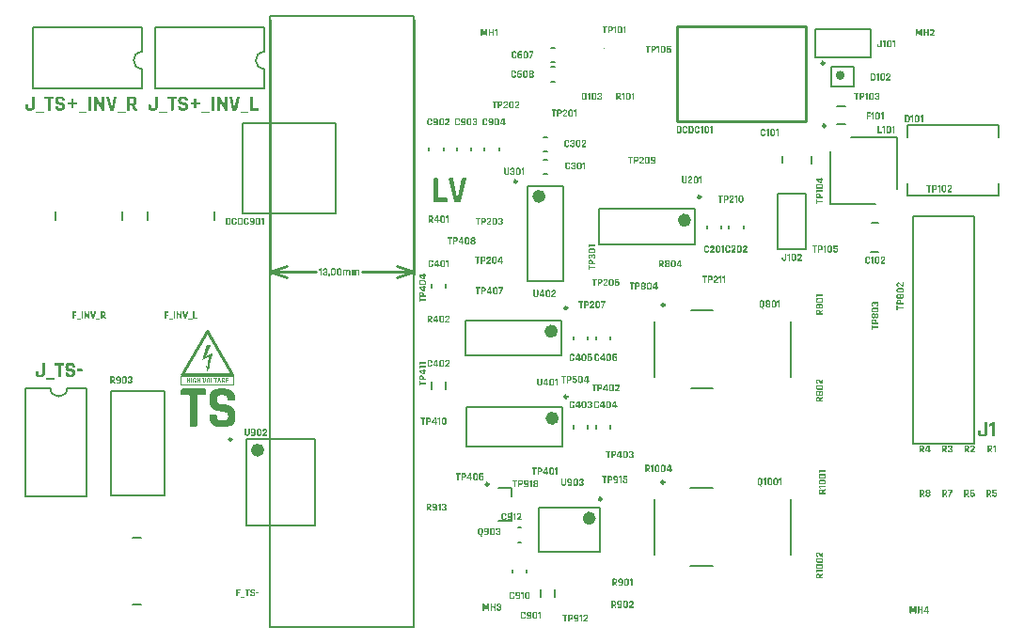
<source format=gto>
G04*
G04 #@! TF.GenerationSoftware,Altium Limited,Altium Designer,22.11.1 (43)*
G04*
G04 Layer_Color=65535*
%FSLAX44Y44*%
%MOMM*%
G71*
G04*
G04 #@! TF.SameCoordinates,71FBA96F-98A1-49F9-A78B-1FB66A7A07A6*
G04*
G04*
G04 #@! TF.FilePolarity,Positive*
G04*
G01*
G75*
%ADD10C,0.2500*%
%ADD11C,0.6000*%
%ADD12C,0.4000*%
%ADD13C,0.1000*%
%ADD14C,0.2000*%
%ADD15C,0.2540*%
G36*
X174255Y267070D02*
X174467D01*
Y266999D01*
X174608D01*
Y266928D01*
X174679D01*
Y266858D01*
X174820D01*
Y266787D01*
X174891D01*
Y266716D01*
X174962D01*
Y266575D01*
X175032D01*
Y266504D01*
X175103D01*
Y266363D01*
X175174D01*
Y266221D01*
X175245D01*
Y266080D01*
X175315D01*
Y266009D01*
X175386D01*
Y265868D01*
X175457D01*
Y265726D01*
X175527D01*
Y265656D01*
X175598D01*
Y265514D01*
X175669D01*
Y265373D01*
X175740D01*
Y265231D01*
X175810D01*
Y265161D01*
X175881D01*
Y265019D01*
X175952D01*
Y264878D01*
X176022D01*
Y264736D01*
X176093D01*
Y264666D01*
X176164D01*
Y264524D01*
X176234D01*
Y264383D01*
X176305D01*
Y264312D01*
X176376D01*
Y264171D01*
X176447D01*
Y264029D01*
X176517D01*
Y263888D01*
X176588D01*
Y263817D01*
X176659D01*
Y263676D01*
X176730D01*
Y263534D01*
X176800D01*
Y263393D01*
X176871D01*
Y263322D01*
X176942D01*
Y263181D01*
X177012D01*
Y263039D01*
X177083D01*
Y262898D01*
X177154D01*
Y262827D01*
X177225D01*
Y262686D01*
X177295D01*
Y262544D01*
X177366D01*
Y262474D01*
X177437D01*
Y262332D01*
X177507D01*
Y262191D01*
X177578D01*
Y262049D01*
X177649D01*
Y261978D01*
X177719D01*
Y261837D01*
X177790D01*
Y261696D01*
X177861D01*
Y261554D01*
X177932D01*
Y261483D01*
X178002D01*
Y261342D01*
X178073D01*
Y261201D01*
X178144D01*
Y261059D01*
X178214D01*
Y260989D01*
X178285D01*
Y260847D01*
X178356D01*
Y260706D01*
X178427D01*
Y260635D01*
X178497D01*
Y260494D01*
X178568D01*
Y260352D01*
X178639D01*
Y260211D01*
X178710D01*
Y260140D01*
X178780D01*
Y259998D01*
X178851D01*
Y259857D01*
X178922D01*
Y259716D01*
X178992D01*
Y259645D01*
X179063D01*
Y259503D01*
X179134D01*
Y259362D01*
X179205D01*
Y259221D01*
X179275D01*
Y259150D01*
X179346D01*
Y259009D01*
X179417D01*
Y258867D01*
X179487D01*
Y258796D01*
X179558D01*
Y258655D01*
X179629D01*
Y258514D01*
X179699D01*
Y258372D01*
X179770D01*
Y258301D01*
X179841D01*
Y258160D01*
X179912D01*
Y258019D01*
X179982D01*
Y257877D01*
X180053D01*
Y257806D01*
X180124D01*
Y257665D01*
X180194D01*
Y257524D01*
X180265D01*
Y257453D01*
X180336D01*
Y257311D01*
X180407D01*
Y257170D01*
X180477D01*
Y257029D01*
X180548D01*
Y256958D01*
X180619D01*
Y256817D01*
X180690D01*
Y256675D01*
X180760D01*
Y256534D01*
X180831D01*
Y256463D01*
X180902D01*
Y256322D01*
X180972D01*
Y256180D01*
X181043D01*
Y256039D01*
X181114D01*
Y255968D01*
X181184D01*
Y255826D01*
X181255D01*
Y255685D01*
X181326D01*
Y255614D01*
X181397D01*
Y255473D01*
X181467D01*
Y255331D01*
X181538D01*
Y255190D01*
X181609D01*
Y255119D01*
X181679D01*
Y254978D01*
X181750D01*
Y254837D01*
X181821D01*
Y254695D01*
X181892D01*
Y254624D01*
X181962D01*
Y254483D01*
X182033D01*
Y254342D01*
X182104D01*
Y254200D01*
X182174D01*
Y254129D01*
X182245D01*
Y253988D01*
X182316D01*
Y253846D01*
X182387D01*
Y253776D01*
X182457D01*
Y253634D01*
X182528D01*
Y253493D01*
X182599D01*
Y253351D01*
X182669D01*
Y253281D01*
X182740D01*
Y253139D01*
X182811D01*
Y252998D01*
X182882D01*
Y252857D01*
X182952D01*
Y252786D01*
X183023D01*
Y252644D01*
X183094D01*
Y252503D01*
X183164D01*
Y252362D01*
X183235D01*
Y252291D01*
X183306D01*
Y252149D01*
X183377D01*
Y252008D01*
X183447D01*
Y251937D01*
X183518D01*
Y251796D01*
X183589D01*
Y251654D01*
X183659D01*
Y251513D01*
X183730D01*
Y251442D01*
X183801D01*
Y251301D01*
X183872D01*
Y251159D01*
X183942D01*
Y251018D01*
X184013D01*
Y250947D01*
X184084D01*
Y250806D01*
X184154D01*
Y250664D01*
X184225D01*
Y250523D01*
X184296D01*
Y250452D01*
X184366D01*
Y250311D01*
X184437D01*
Y250169D01*
X184508D01*
Y250099D01*
X184579D01*
Y249957D01*
X184649D01*
Y249816D01*
X184720D01*
Y249674D01*
X184791D01*
Y249604D01*
X184862D01*
Y249462D01*
X184932D01*
Y249321D01*
X185003D01*
Y249179D01*
X185074D01*
Y249109D01*
X185144D01*
Y248967D01*
X185215D01*
Y248826D01*
X185286D01*
Y248755D01*
X185357D01*
Y248614D01*
X185427D01*
Y248472D01*
X185498D01*
Y248402D01*
Y248331D01*
X185569D01*
Y248260D01*
X185639D01*
Y248119D01*
X185710D01*
Y247977D01*
X185781D01*
Y247836D01*
X185851D01*
Y247765D01*
X185922D01*
Y247624D01*
X185993D01*
Y247482D01*
X186064D01*
Y247341D01*
X186134D01*
Y247270D01*
X186205D01*
Y247129D01*
X186276D01*
Y246987D01*
X186346D01*
Y246917D01*
X186417D01*
Y246775D01*
X186488D01*
Y246634D01*
X186559D01*
Y246492D01*
X186629D01*
Y246422D01*
X186700D01*
Y246280D01*
X186771D01*
Y246139D01*
X186842D01*
Y245997D01*
X186912D01*
Y245927D01*
X186983D01*
Y245785D01*
X187054D01*
Y245644D01*
X187124D01*
Y245502D01*
X187195D01*
Y245432D01*
X187266D01*
Y245290D01*
X187337D01*
Y245149D01*
X187407D01*
Y245078D01*
X187478D01*
Y244937D01*
X187549D01*
Y244795D01*
X187619D01*
Y244654D01*
X187690D01*
Y244583D01*
X187761D01*
Y244442D01*
X187831D01*
Y244300D01*
X187902D01*
Y244159D01*
X187973D01*
Y244088D01*
X188044D01*
Y243947D01*
X188114D01*
Y243805D01*
X188185D01*
Y243664D01*
X188256D01*
Y243593D01*
X188326D01*
Y243452D01*
X188397D01*
Y243310D01*
X188468D01*
Y243239D01*
X188539D01*
Y243098D01*
X188609D01*
Y242957D01*
X188680D01*
Y242815D01*
X188751D01*
Y242745D01*
X188822D01*
Y242603D01*
X188892D01*
Y242462D01*
X188963D01*
Y242320D01*
X189034D01*
Y242250D01*
X189104D01*
Y242108D01*
X189175D01*
Y241967D01*
X189246D01*
Y241896D01*
X189317D01*
Y241755D01*
X189387D01*
Y241613D01*
X189458D01*
Y241472D01*
X189529D01*
Y241401D01*
X189599D01*
Y241260D01*
X189670D01*
Y241118D01*
X189741D01*
Y240977D01*
X189811D01*
Y240906D01*
X189882D01*
Y240765D01*
X189953D01*
Y240623D01*
X190024D01*
Y240482D01*
X190094D01*
Y240411D01*
X190165D01*
Y240270D01*
X190236D01*
Y240128D01*
X190306D01*
Y240058D01*
X190377D01*
Y239916D01*
X190448D01*
Y239775D01*
X190519D01*
Y239633D01*
X190589D01*
Y239562D01*
X190660D01*
Y239421D01*
X190731D01*
Y239280D01*
X190801D01*
Y239138D01*
X190872D01*
Y239067D01*
X190943D01*
Y238926D01*
X191014D01*
Y238785D01*
X191084D01*
Y238643D01*
X191155D01*
Y238573D01*
X191226D01*
Y238431D01*
X191296D01*
Y238290D01*
X191367D01*
Y238219D01*
X191438D01*
Y238078D01*
X191509D01*
Y237936D01*
X191579D01*
Y237795D01*
X191650D01*
Y237724D01*
X191721D01*
Y237582D01*
X191791D01*
Y237441D01*
X191862D01*
Y237300D01*
X191933D01*
Y237229D01*
X192004D01*
Y237087D01*
X192074D01*
Y236946D01*
X192145D01*
Y236805D01*
X192216D01*
Y236734D01*
X192286D01*
Y236593D01*
X192357D01*
Y236451D01*
X192428D01*
Y236380D01*
X192498D01*
Y236239D01*
X192569D01*
Y236098D01*
X192640D01*
Y235956D01*
X192711D01*
Y235885D01*
X192781D01*
Y235744D01*
X192852D01*
Y235603D01*
X192923D01*
Y235461D01*
X192994D01*
Y235390D01*
X193064D01*
Y235249D01*
X193135D01*
Y235108D01*
X193206D01*
Y234966D01*
X193276D01*
Y234895D01*
X193347D01*
Y234754D01*
X193418D01*
Y234613D01*
X193489D01*
Y234542D01*
X193559D01*
Y234400D01*
X193630D01*
Y234259D01*
X193701D01*
Y234118D01*
X193771D01*
Y234047D01*
X193842D01*
Y233905D01*
X193913D01*
Y233764D01*
X193983D01*
Y233623D01*
X194054D01*
Y233552D01*
X194125D01*
Y233410D01*
X194196D01*
Y233269D01*
X194266D01*
Y233198D01*
X194337D01*
Y233057D01*
X194408D01*
Y232915D01*
X194478D01*
Y232774D01*
X194549D01*
Y232703D01*
X194620D01*
Y232562D01*
X194691D01*
Y232420D01*
X194761D01*
Y232279D01*
X194832D01*
Y232208D01*
X194903D01*
Y232067D01*
X194974D01*
Y231926D01*
X195044D01*
Y231784D01*
X195115D01*
Y231713D01*
X195186D01*
Y231572D01*
X195256D01*
Y231430D01*
X195327D01*
Y231360D01*
X195398D01*
Y231218D01*
X195469D01*
Y231077D01*
X195539D01*
Y230935D01*
X195610D01*
Y230865D01*
X195681D01*
Y230723D01*
X195751D01*
Y230582D01*
X195822D01*
Y230441D01*
X195893D01*
Y230370D01*
X195963D01*
Y230228D01*
X196034D01*
Y230087D01*
X196105D01*
Y229946D01*
X196176D01*
Y229875D01*
X196246D01*
Y229733D01*
X196317D01*
Y229592D01*
X196388D01*
Y229521D01*
X196458D01*
Y229380D01*
X196529D01*
Y229238D01*
X196600D01*
Y229097D01*
X196671D01*
Y229026D01*
X196741D01*
Y228885D01*
X196812D01*
Y228743D01*
X196883D01*
Y228602D01*
X196954D01*
Y228531D01*
X197024D01*
Y228390D01*
X197095D01*
Y228248D01*
X197166D01*
Y228107D01*
X197236D01*
Y228036D01*
X197307D01*
Y227895D01*
X197378D01*
Y227753D01*
X197448D01*
Y227683D01*
X197519D01*
Y227541D01*
X197590D01*
Y227400D01*
X197661D01*
Y227258D01*
X197731D01*
Y227117D01*
X197802D01*
Y226976D01*
X197873D01*
Y226268D01*
X197802D01*
Y226056D01*
X197731D01*
Y225915D01*
X197661D01*
Y225844D01*
X197590D01*
Y225773D01*
X197519D01*
Y225703D01*
X197448D01*
Y225632D01*
X197378D01*
Y225561D01*
X197307D01*
Y225491D01*
X197166D01*
Y225420D01*
X196954D01*
Y225349D01*
X197873D01*
Y217500D01*
X150000D01*
Y225349D01*
X150919D01*
Y225420D01*
X150707D01*
Y225491D01*
X150566D01*
Y225561D01*
X150495D01*
Y225632D01*
X150424D01*
Y225703D01*
X150354D01*
Y225773D01*
X150283D01*
Y225844D01*
X150212D01*
Y225915D01*
X150141D01*
Y226056D01*
X150071D01*
Y226268D01*
X150000D01*
Y226976D01*
X150071D01*
Y227188D01*
X150141D01*
Y227258D01*
X150212D01*
Y227400D01*
X150283D01*
Y227541D01*
X150354D01*
Y227683D01*
X150424D01*
Y227753D01*
X150495D01*
Y227895D01*
X150566D01*
Y228036D01*
X150636D01*
Y228178D01*
X150707D01*
Y228248D01*
X150778D01*
Y228390D01*
X150849D01*
Y228531D01*
X150919D01*
Y228673D01*
X150990D01*
Y228743D01*
X151061D01*
Y228885D01*
X151131D01*
Y229026D01*
X151202D01*
Y229097D01*
X151273D01*
Y229238D01*
X151343D01*
Y229380D01*
X151414D01*
Y229521D01*
X151485D01*
Y229592D01*
X151556D01*
Y229733D01*
X151626D01*
Y229875D01*
X151697D01*
Y230016D01*
X151768D01*
Y230087D01*
X151839D01*
Y230228D01*
X151909D01*
Y230370D01*
X151980D01*
Y230511D01*
X152051D01*
Y230582D01*
X152121D01*
Y230723D01*
X152192D01*
Y230865D01*
X152263D01*
Y230935D01*
X152334D01*
Y231077D01*
X152404D01*
Y231218D01*
X152475D01*
Y231360D01*
X152546D01*
Y231430D01*
X152616D01*
Y231572D01*
X152687D01*
Y231713D01*
X152758D01*
Y231855D01*
X152829D01*
Y231926D01*
X152899D01*
Y232067D01*
X152970D01*
Y232208D01*
X153041D01*
Y232279D01*
X153111D01*
Y232420D01*
X153182D01*
Y232562D01*
X153253D01*
Y232703D01*
X153323D01*
Y232774D01*
X153394D01*
Y232915D01*
X153465D01*
Y233057D01*
X153536D01*
Y233198D01*
X153606D01*
Y233269D01*
X153677D01*
Y233410D01*
X153748D01*
Y233552D01*
X153819D01*
Y233693D01*
X153889D01*
Y233764D01*
X153960D01*
Y233905D01*
X154031D01*
Y234047D01*
X154101D01*
Y234118D01*
X154172D01*
Y234259D01*
X154243D01*
Y234400D01*
X154313D01*
Y234542D01*
X154384D01*
Y234613D01*
X154455D01*
Y234754D01*
X154526D01*
Y234895D01*
X154596D01*
Y235037D01*
X154667D01*
Y235108D01*
X154738D01*
Y235249D01*
X154809D01*
Y235390D01*
X154879D01*
Y235532D01*
X154950D01*
Y235603D01*
X155021D01*
Y235744D01*
X155091D01*
Y235885D01*
X155162D01*
Y235956D01*
X155233D01*
Y236098D01*
X155303D01*
Y236239D01*
X155374D01*
Y236380D01*
X155445D01*
Y236451D01*
X155516D01*
Y236593D01*
X155586D01*
Y236734D01*
X155657D01*
Y236875D01*
X155728D01*
Y236946D01*
X155799D01*
Y237087D01*
X155869D01*
Y237229D01*
X155940D01*
Y237370D01*
X156011D01*
Y237441D01*
X156081D01*
Y237582D01*
X156152D01*
Y237724D01*
X156223D01*
Y237795D01*
X156293D01*
Y237936D01*
X156364D01*
Y238078D01*
X156435D01*
Y238219D01*
X156506D01*
Y238290D01*
X156576D01*
Y238431D01*
X156647D01*
Y238573D01*
X156718D01*
Y238714D01*
X156789D01*
Y238785D01*
X156859D01*
Y238926D01*
X156930D01*
Y239067D01*
X157001D01*
Y239138D01*
X157071D01*
Y239280D01*
X157142D01*
Y239421D01*
X157213D01*
Y239562D01*
X157283D01*
Y239633D01*
X157354D01*
Y239775D01*
X157425D01*
Y239916D01*
X157496D01*
Y240058D01*
X157566D01*
Y240128D01*
X157637D01*
Y240270D01*
X157708D01*
Y240411D01*
X157778D01*
Y240553D01*
X157849D01*
Y240623D01*
X157920D01*
Y240765D01*
X157991D01*
Y240906D01*
X158061D01*
Y240977D01*
X158132D01*
Y241118D01*
X158203D01*
Y241260D01*
X158273D01*
Y241401D01*
X158344D01*
Y241472D01*
X158415D01*
Y241613D01*
X158486D01*
Y241755D01*
X158556D01*
Y241896D01*
X158627D01*
Y241967D01*
X158698D01*
Y242108D01*
X158768D01*
Y242250D01*
X158839D01*
Y242391D01*
X158910D01*
Y242462D01*
X158981D01*
Y242603D01*
X159051D01*
Y242745D01*
X159122D01*
Y242815D01*
X159193D01*
Y242957D01*
X159263D01*
Y243098D01*
X159334D01*
Y243239D01*
X159405D01*
Y243310D01*
X159476D01*
Y243452D01*
X159546D01*
Y243593D01*
X159617D01*
Y243734D01*
X159688D01*
Y243805D01*
X159758D01*
Y243947D01*
X159829D01*
Y244088D01*
X159900D01*
Y244230D01*
X159971D01*
Y244300D01*
X160041D01*
Y244442D01*
X160112D01*
Y244583D01*
X160183D01*
Y244654D01*
X160253D01*
Y244795D01*
X160324D01*
Y244937D01*
X160395D01*
Y245078D01*
X160466D01*
Y245149D01*
X160536D01*
Y245290D01*
X160607D01*
Y245432D01*
X160678D01*
Y245573D01*
X160748D01*
Y245644D01*
X160819D01*
Y245785D01*
X160890D01*
Y245927D01*
X160961D01*
Y245997D01*
X161031D01*
Y246139D01*
X161102D01*
Y246280D01*
X161173D01*
Y246422D01*
X161243D01*
Y246492D01*
X161314D01*
Y246634D01*
X161385D01*
Y246775D01*
X161455D01*
Y246917D01*
X161526D01*
Y246987D01*
X161597D01*
Y247129D01*
X161668D01*
Y247270D01*
X161738D01*
Y247412D01*
X161809D01*
Y247482D01*
X161880D01*
Y247624D01*
X161950D01*
Y247765D01*
X162021D01*
Y247836D01*
X162092D01*
Y247977D01*
X162163D01*
Y248119D01*
X162233D01*
Y248260D01*
X162304D01*
Y248331D01*
X162375D01*
Y248472D01*
X162446D01*
Y248614D01*
X162516D01*
Y248755D01*
X162587D01*
Y248826D01*
X162658D01*
Y248967D01*
X162728D01*
Y249109D01*
X162799D01*
Y249250D01*
X162870D01*
Y249321D01*
X162941D01*
Y249462D01*
X163011D01*
Y249604D01*
X163082D01*
Y249674D01*
X163153D01*
Y249816D01*
X163223D01*
Y249957D01*
X163294D01*
Y250099D01*
X163365D01*
Y250169D01*
X163435D01*
Y250311D01*
X163506D01*
Y250452D01*
X163577D01*
Y250594D01*
X163648D01*
Y250664D01*
X163718D01*
Y250806D01*
X163789D01*
Y250947D01*
X163860D01*
Y251089D01*
X163930D01*
Y251159D01*
X164001D01*
Y251301D01*
X164072D01*
Y251442D01*
X164143D01*
Y251513D01*
X164213D01*
Y251654D01*
X164284D01*
Y251796D01*
X164355D01*
Y251937D01*
X164426D01*
Y252008D01*
X164496D01*
Y252149D01*
X164567D01*
Y252291D01*
X164638D01*
Y252432D01*
X164708D01*
Y252503D01*
X164779D01*
Y252644D01*
X164850D01*
Y252786D01*
X164920D01*
Y252927D01*
X164991D01*
Y252998D01*
X165062D01*
Y253139D01*
X165133D01*
Y253281D01*
X165203D01*
Y253351D01*
X165274D01*
Y253493D01*
X165345D01*
Y253634D01*
X165415D01*
Y253776D01*
X165486D01*
Y253846D01*
X165557D01*
Y253988D01*
X165628D01*
Y254129D01*
X165698D01*
Y254271D01*
X165769D01*
Y254342D01*
X165840D01*
Y254483D01*
X165910D01*
Y254624D01*
X165981D01*
Y254695D01*
X166052D01*
Y254837D01*
X166123D01*
Y254978D01*
X166193D01*
Y255119D01*
X166264D01*
Y255190D01*
X166335D01*
Y255331D01*
X166405D01*
Y255473D01*
X166476D01*
Y255614D01*
X166547D01*
Y255685D01*
X166618D01*
Y255826D01*
X166688D01*
Y255968D01*
X166759D01*
Y256109D01*
X166830D01*
Y256180D01*
X166900D01*
Y256322D01*
X166971D01*
Y256463D01*
X167042D01*
Y256534D01*
X167113D01*
Y256675D01*
X167183D01*
Y256817D01*
X167254D01*
Y256958D01*
X167325D01*
Y257029D01*
X167395D01*
Y257170D01*
X167466D01*
Y257311D01*
X167537D01*
Y257453D01*
X167607D01*
Y257524D01*
X167678D01*
Y257665D01*
X167749D01*
Y257806D01*
X167820D01*
Y257948D01*
X167890D01*
Y258019D01*
X167961D01*
Y258160D01*
X168032D01*
Y258301D01*
X168103D01*
Y258372D01*
X168173D01*
Y258514D01*
X168244D01*
Y258655D01*
X168315D01*
Y258796D01*
X168385D01*
Y258867D01*
X168456D01*
Y259009D01*
X168527D01*
Y259150D01*
X168598D01*
Y259291D01*
X168668D01*
Y259362D01*
X168739D01*
Y259503D01*
X168810D01*
Y259645D01*
X168880D01*
Y259786D01*
X168951D01*
Y259857D01*
X169022D01*
Y259998D01*
X169093D01*
Y260140D01*
X169163D01*
Y260211D01*
X169234D01*
Y260352D01*
X169305D01*
Y260494D01*
X169375D01*
Y260635D01*
X169446D01*
Y260706D01*
X169517D01*
Y260847D01*
X169587D01*
Y260989D01*
X169658D01*
Y261130D01*
X169729D01*
Y261201D01*
X169800D01*
Y261342D01*
X169870D01*
Y261483D01*
X169941D01*
Y261554D01*
X170012D01*
Y261696D01*
X170082D01*
Y261837D01*
X170153D01*
Y261978D01*
X170224D01*
Y262049D01*
X170295D01*
Y262191D01*
X170365D01*
Y262332D01*
X170436D01*
Y262474D01*
X170507D01*
Y262544D01*
X170578D01*
Y262686D01*
X170648D01*
Y262827D01*
X170719D01*
Y262969D01*
X170790D01*
Y263039D01*
X170860D01*
Y263181D01*
X170931D01*
Y263322D01*
X171002D01*
Y263393D01*
X171073D01*
Y263534D01*
X171143D01*
Y263676D01*
X171214D01*
Y263817D01*
X171285D01*
Y263888D01*
X171355D01*
Y264029D01*
X171426D01*
Y264171D01*
X171497D01*
Y264312D01*
X171567D01*
Y264383D01*
X171638D01*
Y264524D01*
X171709D01*
Y264666D01*
X171780D01*
Y264807D01*
X171850D01*
Y264878D01*
X171921D01*
Y265019D01*
X171992D01*
Y265161D01*
X172062D01*
Y265231D01*
X172133D01*
Y265373D01*
X172204D01*
Y265514D01*
X172275D01*
Y265656D01*
X172345D01*
Y265726D01*
X172416D01*
Y265868D01*
X172487D01*
Y266009D01*
X172558D01*
Y266151D01*
X172628D01*
Y266221D01*
X172699D01*
Y266363D01*
X172770D01*
Y266504D01*
X172840D01*
Y266575D01*
X172911D01*
Y266716D01*
X172982D01*
Y266787D01*
X173053D01*
Y266858D01*
X173194D01*
Y266928D01*
X173265D01*
Y266999D01*
X173406D01*
Y267070D01*
X173618D01*
Y267141D01*
X174255D01*
Y267070D01*
D02*
G37*
G36*
X406887Y403788D02*
X407026Y403696D01*
X407118Y403557D01*
X407165Y403372D01*
Y403140D01*
X401982Y383194D01*
Y383148D01*
X401935Y383102D01*
X401843Y382870D01*
X401611Y382593D01*
X401426Y382546D01*
X401195Y382500D01*
X396752D01*
X396474Y382593D01*
X396335Y382685D01*
X396197Y382778D01*
X396104Y382963D01*
X396012Y383194D01*
X390828Y403140D01*
Y403187D01*
Y403279D01*
Y403511D01*
X390875Y403649D01*
X391013Y403788D01*
X391199Y403834D01*
X391476Y403881D01*
X394716D01*
X394993Y403788D01*
X395132Y403696D01*
X395271Y403603D01*
X395364Y403418D01*
X395410Y403187D01*
X398927Y386804D01*
X399066D01*
X402537Y403187D01*
Y403233D01*
X402583Y403279D01*
X402676Y403557D01*
X402953Y403788D01*
X403139Y403834D01*
X403370Y403881D01*
X406609D01*
X406887Y403788D01*
D02*
G37*
G36*
X381434D02*
X381526Y403696D01*
X381665Y403603D01*
X381711Y403418D01*
X381758Y403187D01*
Y386526D01*
Y386480D01*
X381804Y386341D01*
X381897Y386202D01*
X382128Y386156D01*
X389255D01*
X389533Y386063D01*
X389625Y385971D01*
X389764Y385878D01*
X389810Y385693D01*
X389856Y385462D01*
Y383194D01*
Y383148D01*
Y383102D01*
X389764Y382870D01*
X389671Y382731D01*
X389579Y382593D01*
X389394Y382546D01*
X389162Y382500D01*
X378102D01*
X377870Y382593D01*
X377731Y382685D01*
X377593Y382778D01*
X377546Y382963D01*
X377500Y383194D01*
Y403187D01*
Y403233D01*
Y403279D01*
X377593Y403557D01*
X377685Y403649D01*
X377778Y403788D01*
X377963Y403834D01*
X378194Y403881D01*
X381156D01*
X381434Y403788D01*
D02*
G37*
G36*
X191181Y214070D02*
X192144Y213922D01*
X193181Y213626D01*
X194292Y213256D01*
X195329Y212663D01*
X196292Y211923D01*
X196366Y211849D01*
X196662Y211478D01*
X197032Y211034D01*
X197477Y210293D01*
X197921Y209404D01*
X198291Y208293D01*
X198588Y206960D01*
X198662Y205479D01*
Y204516D01*
Y204442D01*
Y204368D01*
X198514Y203997D01*
X198365Y203775D01*
X198217Y203553D01*
X197921Y203479D01*
X197551Y203405D01*
X192885D01*
X192440Y203553D01*
X192218Y203701D01*
X192070Y203849D01*
X191922Y204146D01*
X191847Y204516D01*
Y204812D01*
Y204886D01*
Y205183D01*
X191773Y205479D01*
Y205923D01*
X191477Y206886D01*
X191329Y207330D01*
X191033Y207627D01*
X190885Y207775D01*
X190662Y207849D01*
X190366Y207997D01*
X189996Y208145D01*
X189477Y208219D01*
X188885Y208367D01*
X185700D01*
X185330Y208293D01*
X184885D01*
X183922Y207997D01*
X183478Y207849D01*
X183108Y207553D01*
Y207479D01*
X182960Y207405D01*
X182885Y207182D01*
X182737Y206886D01*
X182589Y206442D01*
X182515Y205849D01*
X182367Y205183D01*
Y204368D01*
Y203331D01*
Y203257D01*
X182441Y202961D01*
X182589Y202516D01*
X182885Y201998D01*
X183404Y201553D01*
X183774Y201257D01*
X184219Y201035D01*
X184737Y200813D01*
X185330Y200665D01*
X185996Y200516D01*
X186737Y200442D01*
X186959D01*
X187181Y200368D01*
X187478D01*
X188366Y200220D01*
X189403Y200072D01*
X190662Y199850D01*
X191996Y199554D01*
X193403Y199183D01*
X194736Y198665D01*
X194810D01*
X195032Y198517D01*
X195403Y198294D01*
X195847Y197998D01*
X196292Y197628D01*
X196810Y197109D01*
X197328Y196517D01*
X197847Y195776D01*
X197921Y195702D01*
X198069Y195406D01*
X198217Y194961D01*
X198514Y194369D01*
X198736Y193554D01*
X198884Y192665D01*
X199032Y191628D01*
X199106Y190517D01*
Y188740D01*
Y188666D01*
Y188592D01*
Y188370D01*
Y188073D01*
X198958Y187258D01*
X198810Y186370D01*
X198514Y185259D01*
X198143Y184222D01*
X197551Y183185D01*
X196736Y182222D01*
X196662Y182148D01*
X196292Y181852D01*
X195773Y181555D01*
X195106Y181111D01*
X194144Y180741D01*
X193033Y180370D01*
X191773Y180074D01*
X190292Y180000D01*
X184070D01*
X183774Y180074D01*
X183034Y180148D01*
X182071Y180296D01*
X181034Y180518D01*
X179923Y180963D01*
X178886Y181481D01*
X177923Y182222D01*
X177849Y182296D01*
X177553Y182666D01*
X177182Y183185D01*
X176812Y183925D01*
X176368Y184814D01*
X175997Y185925D01*
X175701Y187258D01*
X175627Y188740D01*
Y189777D01*
Y189851D01*
Y189925D01*
X175775Y190369D01*
X175923Y190517D01*
X176071Y190740D01*
X176368Y190814D01*
X176738Y190888D01*
X181404D01*
X181849Y190740D01*
X181997Y190592D01*
X182219Y190443D01*
X182293Y190147D01*
X182367Y189777D01*
Y189332D01*
Y189258D01*
Y189036D01*
X182441Y188666D01*
Y188221D01*
X182737Y187333D01*
X182885Y186888D01*
X183182Y186592D01*
X183256D01*
X183330Y186444D01*
X183552Y186370D01*
X183848Y186222D01*
X184293Y186073D01*
X184811Y185999D01*
X185404Y185851D01*
X188959D01*
X189329Y185925D01*
X189774D01*
X190737Y186147D01*
X191181Y186370D01*
X191551Y186592D01*
X191625Y186666D01*
X191699Y186740D01*
X191847Y186962D01*
X191996Y187258D01*
X192144Y187703D01*
X192218Y188221D01*
X192366Y188888D01*
Y189629D01*
Y190221D01*
Y190295D01*
Y190443D01*
X192292Y190740D01*
X192218Y191110D01*
X192070Y191480D01*
X191847Y191851D01*
X191551Y192221D01*
X191107Y192591D01*
X191033Y192665D01*
X190885Y192739D01*
X190588Y192887D01*
X190218Y193036D01*
X189774Y193258D01*
X189255Y193406D01*
X187996Y193628D01*
X187700D01*
X187330Y193702D01*
X186811Y193776D01*
X186218Y193850D01*
X185478Y193925D01*
X183922Y194221D01*
X183848D01*
X183552Y194295D01*
X183182Y194369D01*
X182589Y194517D01*
X181997Y194739D01*
X181330Y194887D01*
X179923Y195406D01*
X179849Y195480D01*
X179627Y195554D01*
X179256Y195776D01*
X178812Y196072D01*
X178367Y196443D01*
X177849Y196887D01*
X177330Y197480D01*
X176812Y198220D01*
X176738Y198294D01*
X176590Y198591D01*
X176442Y199109D01*
X176220Y199702D01*
X175923Y200516D01*
X175775Y201405D01*
X175627Y202442D01*
X175553Y203627D01*
Y205479D01*
Y205553D01*
Y205701D01*
Y205849D01*
X175627Y206145D01*
X175701Y206960D01*
X175849Y207849D01*
X176145Y208886D01*
X176516Y209997D01*
X177108Y211034D01*
X177849Y211923D01*
X177997Y211997D01*
X178293Y212293D01*
X178812Y212663D01*
X179552Y213108D01*
X180515Y213478D01*
X181626Y213848D01*
X182960Y214145D01*
X184441Y214219D01*
X190440D01*
X191181Y214070D01*
D02*
G37*
G36*
X171850D02*
X172072Y213922D01*
X172294Y213774D01*
X172368Y213478D01*
X172442Y213108D01*
Y209478D01*
Y209404D01*
Y209330D01*
X172294Y208960D01*
X172146Y208738D01*
X171924Y208516D01*
X171627Y208442D01*
X171257Y208367D01*
X165110D01*
X164887Y208293D01*
X164665Y208145D01*
X164591Y207775D01*
Y181111D01*
Y181037D01*
Y180963D01*
X164443Y180592D01*
X164295Y180370D01*
X164147Y180148D01*
X163850Y180074D01*
X163480Y180000D01*
X158814D01*
X158370Y180148D01*
X158147Y180296D01*
X157999Y180444D01*
X157851Y180741D01*
X157777Y181111D01*
Y207775D01*
Y207849D01*
X157703Y208071D01*
X157555Y208293D01*
X157184Y208367D01*
X150963D01*
X150592Y208516D01*
X150370Y208664D01*
X150148Y208812D01*
X150074Y209108D01*
X150000Y209478D01*
Y213108D01*
Y213182D01*
Y213256D01*
X150148Y213700D01*
X150296Y213848D01*
X150444Y214070D01*
X150741Y214145D01*
X151111Y214219D01*
X171479D01*
X171850Y214070D01*
D02*
G37*
G36*
X309331Y321324D02*
X309497Y321297D01*
X309678Y321241D01*
X309872Y321172D01*
X310052Y321061D01*
X310219Y320922D01*
X310232Y320908D01*
X310288Y320839D01*
X310343Y320756D01*
X310427Y320617D01*
X310496Y320451D01*
X310565Y320243D01*
X310607Y319993D01*
X310621Y319716D01*
Y316471D01*
Y316457D01*
Y316443D01*
X310593Y316373D01*
X310565Y316332D01*
X310537Y316290D01*
X310482Y316276D01*
X310413Y316262D01*
X309539D01*
X309470Y316290D01*
X309428Y316318D01*
X309386Y316346D01*
X309373Y316401D01*
X309359Y316471D01*
Y319660D01*
Y319674D01*
Y319716D01*
Y319771D01*
X309345Y319841D01*
X309303Y319993D01*
X309262Y320062D01*
X309220Y320118D01*
X309192Y320146D01*
X309165Y320159D01*
X309123Y320187D01*
X309053Y320215D01*
X308984Y320229D01*
X308887Y320257D01*
X308499D01*
X308416Y320243D01*
X308305Y320215D01*
X308180Y320159D01*
X308055Y320062D01*
X307944Y319924D01*
X307903Y319841D01*
X307861Y319743D01*
X307847Y319619D01*
X307833Y319480D01*
Y316471D01*
Y316457D01*
Y316443D01*
X307805Y316373D01*
X307778Y316332D01*
X307750Y316290D01*
X307694Y316276D01*
X307625Y316262D01*
X306751D01*
X306682Y316290D01*
X306640Y316318D01*
X306599Y316346D01*
X306585Y316401D01*
X306571Y316471D01*
Y319660D01*
Y319674D01*
Y319716D01*
Y319771D01*
X306557Y319841D01*
X306516Y319993D01*
X306474Y320062D01*
X306432Y320118D01*
X306405Y320146D01*
X306377Y320159D01*
X306335Y320187D01*
X306266Y320215D01*
X306197Y320229D01*
X306100Y320257D01*
X305642D01*
X305559Y320243D01*
X305462Y320215D01*
X305337Y320159D01*
X305212Y320076D01*
X305101Y319938D01*
X305059Y319854D01*
X305018Y319743D01*
X305004Y319632D01*
X304990Y319494D01*
Y316471D01*
Y316457D01*
Y316443D01*
X304962Y316373D01*
X304935Y316332D01*
X304893Y316290D01*
X304837Y316276D01*
X304768Y316262D01*
X303895D01*
X303825Y316290D01*
X303783Y316318D01*
X303742Y316346D01*
X303728Y316401D01*
X303714Y316471D01*
Y321144D01*
Y321158D01*
Y321172D01*
X303742Y321255D01*
X303770Y321283D01*
X303797Y321324D01*
X303853Y321338D01*
X303922Y321352D01*
X304810D01*
X304879Y321324D01*
X304921Y321297D01*
X304962Y321269D01*
X304976Y321213D01*
X304990Y321144D01*
Y320811D01*
X305018D01*
Y320825D01*
X305046Y320853D01*
X305073Y320895D01*
X305115Y320950D01*
X305240Y321075D01*
X305323Y321144D01*
X305420Y321200D01*
X305434Y321213D01*
X305476Y321227D01*
X305531Y321255D01*
X305614Y321283D01*
X305711Y321311D01*
X305822Y321324D01*
X305947Y321352D01*
X306446D01*
X306502Y321338D01*
X306654Y321324D01*
X306849Y321269D01*
X307057Y321200D01*
X307264Y321089D01*
X307445Y320922D01*
X307542Y320825D01*
X307611Y320714D01*
Y320728D01*
X307625Y320742D01*
X307681Y320811D01*
X307764Y320922D01*
X307889Y321033D01*
X308041Y321144D01*
X308249Y321255D01*
X308485Y321324D01*
X308624Y321352D01*
X309192D01*
X309331Y321324D01*
D02*
G37*
G36*
X301357D02*
X301523Y321297D01*
X301703Y321241D01*
X301897Y321172D01*
X302078Y321061D01*
X302244Y320922D01*
X302258Y320908D01*
X302313Y320839D01*
X302369Y320756D01*
X302452Y320617D01*
X302521Y320451D01*
X302591Y320243D01*
X302633Y319993D01*
X302646Y319716D01*
Y316471D01*
Y316457D01*
Y316443D01*
X302619Y316373D01*
X302591Y316332D01*
X302563Y316290D01*
X302508Y316276D01*
X302438Y316262D01*
X301565D01*
X301495Y316290D01*
X301454Y316318D01*
X301412Y316346D01*
X301398Y316401D01*
X301384Y316471D01*
Y319660D01*
Y319674D01*
Y319716D01*
Y319771D01*
X301370Y319841D01*
X301329Y319993D01*
X301287Y320062D01*
X301246Y320118D01*
X301218Y320146D01*
X301190Y320159D01*
X301148Y320187D01*
X301079Y320215D01*
X301010Y320229D01*
X300913Y320257D01*
X300525D01*
X300441Y320243D01*
X300330Y320215D01*
X300205Y320159D01*
X300081Y320062D01*
X299970Y319924D01*
X299928Y319841D01*
X299886Y319743D01*
X299873Y319619D01*
X299859Y319480D01*
Y316471D01*
Y316457D01*
Y316443D01*
X299831Y316373D01*
X299803Y316332D01*
X299776Y316290D01*
X299720Y316276D01*
X299651Y316262D01*
X298777D01*
X298708Y316290D01*
X298666Y316318D01*
X298624Y316346D01*
X298611Y316401D01*
X298597Y316471D01*
Y319660D01*
Y319674D01*
Y319716D01*
Y319771D01*
X298583Y319841D01*
X298541Y319993D01*
X298500Y320062D01*
X298458Y320118D01*
X298430Y320146D01*
X298403Y320159D01*
X298361Y320187D01*
X298292Y320215D01*
X298222Y320229D01*
X298125Y320257D01*
X297668D01*
X297584Y320243D01*
X297487Y320215D01*
X297362Y320159D01*
X297238Y320076D01*
X297127Y319938D01*
X297085Y319854D01*
X297043Y319743D01*
X297030Y319632D01*
X297016Y319494D01*
Y316471D01*
Y316457D01*
Y316443D01*
X296988Y316373D01*
X296960Y316332D01*
X296919Y316290D01*
X296863Y316276D01*
X296794Y316262D01*
X295920D01*
X295851Y316290D01*
X295809Y316318D01*
X295768Y316346D01*
X295754Y316401D01*
X295740Y316471D01*
Y321144D01*
Y321158D01*
Y321172D01*
X295768Y321255D01*
X295795Y321283D01*
X295823Y321324D01*
X295879Y321338D01*
X295948Y321352D01*
X296835D01*
X296905Y321324D01*
X296946Y321297D01*
X296988Y321269D01*
X297002Y321213D01*
X297016Y321144D01*
Y320811D01*
X297043D01*
Y320825D01*
X297071Y320853D01*
X297099Y320895D01*
X297141Y320950D01*
X297265Y321075D01*
X297349Y321144D01*
X297446Y321200D01*
X297460Y321213D01*
X297501Y321227D01*
X297557Y321255D01*
X297640Y321283D01*
X297737Y321311D01*
X297848Y321324D01*
X297973Y321352D01*
X298472D01*
X298527Y321338D01*
X298680Y321324D01*
X298874Y321269D01*
X299082Y321200D01*
X299290Y321089D01*
X299471Y320922D01*
X299568Y320825D01*
X299637Y320714D01*
Y320728D01*
X299651Y320742D01*
X299706Y320811D01*
X299789Y320922D01*
X299914Y321033D01*
X300067Y321144D01*
X300275Y321255D01*
X300511Y321324D01*
X300649Y321352D01*
X301218D01*
X301357Y321324D01*
D02*
G37*
G36*
X280554Y322642D02*
X280720Y322614D01*
X280928Y322573D01*
X281123Y322489D01*
X281317Y322392D01*
X281497Y322254D01*
X281511Y322240D01*
X281566Y322170D01*
X281636Y322087D01*
X281719Y321949D01*
X281788Y321782D01*
X281858Y321574D01*
X281913Y321338D01*
X281927Y321061D01*
Y320562D01*
Y320548D01*
Y320520D01*
Y320479D01*
X281913Y320423D01*
X281885Y320284D01*
X281830Y320104D01*
X281733Y319924D01*
X281677Y319827D01*
X281594Y319743D01*
X281497Y319660D01*
X281400Y319591D01*
X281275Y319522D01*
X281136Y319466D01*
X281150D01*
X281164Y319452D01*
X281206Y319438D01*
X281261Y319424D01*
X281386Y319369D01*
X281539Y319272D01*
X281677Y319133D01*
X281747Y319036D01*
X281802Y318939D01*
X281858Y318828D01*
X281899Y318689D01*
X281913Y318551D01*
X281927Y318384D01*
Y317871D01*
Y317857D01*
Y317843D01*
Y317802D01*
Y317746D01*
X281899Y317608D01*
X281871Y317427D01*
X281816Y317233D01*
X281747Y317039D01*
X281636Y316845D01*
X281497Y316679D01*
X281483Y316665D01*
X281414Y316609D01*
X281317Y316554D01*
X281178Y316471D01*
X281012Y316401D01*
X280804Y316332D01*
X280554Y316276D01*
X280277Y316262D01*
X279320D01*
X279264Y316276D01*
X279112Y316290D01*
X278945Y316318D01*
X278737Y316360D01*
X278543Y316443D01*
X278349Y316540D01*
X278169Y316679D01*
X278155Y316692D01*
X278099Y316762D01*
X278030Y316845D01*
X277961Y316984D01*
X277877Y317150D01*
X277808Y317358D01*
X277753Y317594D01*
X277739Y317871D01*
Y318149D01*
Y318162D01*
Y318190D01*
X277766Y318260D01*
X277794Y318301D01*
X277822Y318343D01*
X277877Y318357D01*
X277947Y318370D01*
X278834D01*
X278904Y318343D01*
X278945Y318315D01*
X278987Y318273D01*
X279001Y318218D01*
X279015Y318149D01*
Y317899D01*
Y317885D01*
Y317843D01*
X279028Y317788D01*
Y317719D01*
X279070Y317566D01*
X279098Y317497D01*
X279139Y317441D01*
X279167Y317427D01*
X279195Y317400D01*
X279237Y317386D01*
X279306Y317358D01*
X279375Y317330D01*
X279472Y317316D01*
X280124D01*
X280180Y317330D01*
X280249D01*
X280415Y317372D01*
X280485Y317400D01*
X280540Y317441D01*
X280554Y317455D01*
X280568Y317469D01*
X280596Y317497D01*
X280623Y317552D01*
X280651Y317608D01*
X280665Y317691D01*
X280693Y317788D01*
Y317899D01*
Y318384D01*
Y318398D01*
Y318440D01*
X280679Y318495D01*
Y318551D01*
X280623Y318703D01*
X280596Y318773D01*
X280540Y318828D01*
X280512Y318856D01*
X280485Y318870D01*
X280429Y318897D01*
X280360Y318925D01*
X280277Y318939D01*
X280180Y318967D01*
X279528D01*
X279458Y318995D01*
X279417Y319022D01*
X279375Y319050D01*
X279361Y319105D01*
X279347Y319175D01*
Y319771D01*
Y319785D01*
Y319813D01*
X279375Y319882D01*
X279403Y319924D01*
X279431Y319965D01*
X279486Y319979D01*
X279555Y319993D01*
X280124D01*
X280180Y320007D01*
X280249D01*
X280415Y320048D01*
X280485Y320076D01*
X280540Y320118D01*
X280554Y320132D01*
X280568Y320146D01*
X280596Y320173D01*
X280623Y320229D01*
X280651Y320284D01*
X280665Y320368D01*
X280693Y320465D01*
Y320575D01*
Y321033D01*
Y321047D01*
Y321089D01*
X280679Y321144D01*
Y321213D01*
X280623Y321352D01*
X280596Y321422D01*
X280540Y321477D01*
X280512Y321505D01*
X280485Y321519D01*
X280429Y321546D01*
X280360Y321574D01*
X280277Y321588D01*
X280180Y321616D01*
X279472D01*
X279403Y321602D01*
X279264Y321560D01*
X279195Y321519D01*
X279139Y321477D01*
X279125Y321449D01*
X279098Y321422D01*
X279084Y321380D01*
X279056Y321311D01*
X279028Y321241D01*
X279015Y321144D01*
Y321033D01*
Y320784D01*
Y320770D01*
Y320756D01*
X278987Y320686D01*
X278959Y320645D01*
X278918Y320603D01*
X278862Y320589D01*
X278793Y320575D01*
X277919D01*
X277850Y320603D01*
X277808Y320631D01*
X277766Y320659D01*
X277753Y320714D01*
X277739Y320784D01*
Y321061D01*
Y321075D01*
Y321089D01*
Y321130D01*
X277753Y321186D01*
X277766Y321324D01*
X277794Y321505D01*
X277850Y321699D01*
X277919Y321893D01*
X278030Y322087D01*
X278169Y322254D01*
X278183Y322267D01*
X278252Y322323D01*
X278349Y322392D01*
X278488Y322462D01*
X278654Y322545D01*
X278862Y322600D01*
X279112Y322656D01*
X279389Y322670D01*
X280401D01*
X280554Y322642D01*
D02*
G37*
G36*
X293285D02*
X293452Y322614D01*
X293660Y322559D01*
X293854Y322489D01*
X294048Y322378D01*
X294228Y322240D01*
X294242Y322226D01*
X294298Y322156D01*
X294367Y322073D01*
X294450Y321935D01*
X294520Y321768D01*
X294589Y321560D01*
X294644Y321324D01*
X294658Y321047D01*
Y317885D01*
Y317871D01*
Y317857D01*
Y317816D01*
Y317760D01*
X294630Y317622D01*
X294603Y317441D01*
X294547Y317247D01*
X294478Y317053D01*
X294367Y316859D01*
X294228Y316679D01*
X294214Y316665D01*
X294145Y316609D01*
X294048Y316554D01*
X293909Y316471D01*
X293743Y316401D01*
X293535Y316332D01*
X293285Y316276D01*
X293008Y316262D01*
X291940D01*
X291884Y316276D01*
X291746Y316290D01*
X291565Y316318D01*
X291371Y316360D01*
X291177Y316443D01*
X290983Y316540D01*
X290803Y316679D01*
X290789Y316692D01*
X290733Y316762D01*
X290664Y316859D01*
X290595Y316984D01*
X290511Y317150D01*
X290442Y317358D01*
X290387Y317608D01*
X290373Y317885D01*
Y321047D01*
Y321061D01*
Y321089D01*
Y321116D01*
X290387Y321172D01*
X290401Y321324D01*
X290428Y321491D01*
X290484Y321685D01*
X290553Y321893D01*
X290664Y322087D01*
X290803Y322254D01*
X290817Y322267D01*
X290886Y322323D01*
X290983Y322392D01*
X291122Y322462D01*
X291288Y322545D01*
X291496Y322600D01*
X291732Y322656D01*
X292009Y322670D01*
X293133D01*
X293285Y322642D01*
D02*
G37*
G36*
X287932D02*
X288098Y322614D01*
X288306Y322559D01*
X288501Y322489D01*
X288695Y322378D01*
X288875Y322240D01*
X288889Y322226D01*
X288944Y322156D01*
X289014Y322073D01*
X289097Y321935D01*
X289166Y321768D01*
X289236Y321560D01*
X289291Y321324D01*
X289305Y321047D01*
Y317885D01*
Y317871D01*
Y317857D01*
Y317816D01*
Y317760D01*
X289277Y317622D01*
X289249Y317441D01*
X289194Y317247D01*
X289125Y317053D01*
X289014Y316859D01*
X288875Y316679D01*
X288861Y316665D01*
X288792Y316609D01*
X288695Y316554D01*
X288556Y316471D01*
X288390Y316401D01*
X288182Y316332D01*
X287932Y316276D01*
X287655Y316262D01*
X286587D01*
X286531Y316276D01*
X286393Y316290D01*
X286212Y316318D01*
X286018Y316360D01*
X285824Y316443D01*
X285630Y316540D01*
X285450Y316679D01*
X285436Y316692D01*
X285380Y316762D01*
X285311Y316859D01*
X285242Y316984D01*
X285158Y317150D01*
X285089Y317358D01*
X285033Y317608D01*
X285020Y317885D01*
Y321047D01*
Y321061D01*
Y321089D01*
Y321116D01*
X285033Y321172D01*
X285047Y321324D01*
X285075Y321491D01*
X285131Y321685D01*
X285200Y321893D01*
X285311Y322087D01*
X285450Y322254D01*
X285463Y322267D01*
X285533Y322323D01*
X285630Y322392D01*
X285769Y322462D01*
X285935Y322545D01*
X286143Y322600D01*
X286379Y322656D01*
X286656Y322670D01*
X287779D01*
X287932Y322642D01*
D02*
G37*
G36*
X276629D02*
X276657Y322614D01*
X276699Y322587D01*
X276712Y322531D01*
X276726Y322462D01*
Y316471D01*
Y316457D01*
Y316401D01*
X276712Y316346D01*
X276685Y316304D01*
X276671D01*
X276657Y316290D01*
X276602Y316276D01*
X276532Y316262D01*
X275645D01*
X275575Y316290D01*
X275534Y316318D01*
X275492Y316346D01*
X275478Y316401D01*
X275464Y316471D01*
Y321324D01*
X274480Y320770D01*
X274466D01*
X274452Y320756D01*
X274341D01*
X274299Y320784D01*
X274286Y320825D01*
X274272Y320895D01*
Y321713D01*
Y321727D01*
Y321740D01*
X274286Y321810D01*
X274341Y321893D01*
X274369Y321935D01*
X274424Y321962D01*
X275326Y322531D01*
X275340D01*
X275367Y322559D01*
X275409Y322573D01*
X275464Y322600D01*
X275589Y322642D01*
X275714Y322670D01*
X276546D01*
X276629Y322642D01*
D02*
G37*
G36*
X284007Y317857D02*
X284076Y317802D01*
X284090Y317760D01*
X284104Y317691D01*
Y316914D01*
Y316900D01*
Y316873D01*
X284090Y316817D01*
X284076Y316734D01*
X284049Y316651D01*
X284007Y316540D01*
X283952Y316415D01*
X283869Y316290D01*
X283189Y315306D01*
X283175Y315292D01*
X283134Y315250D01*
X283078Y315208D01*
X282995Y315195D01*
X282967D01*
X282912Y315222D01*
X282884Y315250D01*
X282856Y315278D01*
X282842Y315333D01*
X282828Y315403D01*
Y317677D01*
Y317691D01*
Y317705D01*
X282856Y317788D01*
X282912Y317857D01*
X282953Y317871D01*
X283022Y317885D01*
X283938D01*
X284007Y317857D01*
D02*
G37*
G36*
X578410Y309923D02*
X578493Y309896D01*
X578577Y309840D01*
X578590Y309826D01*
X578632Y309771D01*
X578674Y309688D01*
X578688Y309577D01*
Y305791D01*
X579436D01*
X579506Y305763D01*
X579575Y305707D01*
X579589Y305666D01*
X579603Y305596D01*
Y304917D01*
Y304903D01*
Y304889D01*
X579575Y304806D01*
X579520Y304737D01*
X579478Y304709D01*
X579409Y304695D01*
X578688D01*
Y303738D01*
Y303724D01*
Y303669D01*
X578674Y303613D01*
X578646Y303572D01*
X578632D01*
X578618Y303558D01*
X578563Y303544D01*
X578493Y303530D01*
X577689D01*
X577606Y303558D01*
X577564Y303585D01*
X577536Y303613D01*
X577509Y303669D01*
X577495Y303738D01*
Y304695D01*
X574999D01*
X574929Y304709D01*
X574846Y304737D01*
X574749Y304792D01*
X574735Y304806D01*
X574707Y304861D01*
X574666Y304945D01*
X574652Y305056D01*
Y305444D01*
Y305458D01*
Y305499D01*
Y305555D01*
X574666Y305624D01*
X574693Y305791D01*
X574749Y305943D01*
X576746Y309632D01*
Y309646D01*
X576760Y309660D01*
X576801Y309729D01*
X576857Y309812D01*
X576926Y309868D01*
X576940Y309882D01*
X576996Y309909D01*
X577065Y309923D01*
X577176Y309937D01*
X578341D01*
X578410Y309923D01*
D02*
G37*
G36*
X572419Y309909D02*
X572585Y309882D01*
X572793Y309826D01*
X572988Y309757D01*
X573182Y309646D01*
X573362Y309507D01*
X573376Y309493D01*
X573431Y309424D01*
X573501Y309341D01*
X573584Y309202D01*
X573653Y309036D01*
X573723Y308828D01*
X573778Y308592D01*
X573792Y308315D01*
Y305153D01*
Y305139D01*
Y305125D01*
Y305083D01*
Y305028D01*
X573764Y304889D01*
X573736Y304709D01*
X573681Y304515D01*
X573612Y304321D01*
X573501Y304126D01*
X573362Y303946D01*
X573348Y303932D01*
X573279Y303877D01*
X573182Y303821D01*
X573043Y303738D01*
X572877Y303669D01*
X572669Y303599D01*
X572419Y303544D01*
X572142Y303530D01*
X571074D01*
X571018Y303544D01*
X570880Y303558D01*
X570699Y303585D01*
X570505Y303627D01*
X570311Y303710D01*
X570117Y303807D01*
X569936Y303946D01*
X569923Y303960D01*
X569867Y304029D01*
X569798Y304126D01*
X569729Y304251D01*
X569645Y304418D01*
X569576Y304626D01*
X569520Y304875D01*
X569507Y305153D01*
Y308315D01*
Y308328D01*
Y308356D01*
Y308384D01*
X569520Y308439D01*
X569534Y308592D01*
X569562Y308758D01*
X569618Y308953D01*
X569687Y309161D01*
X569798Y309355D01*
X569936Y309521D01*
X569950Y309535D01*
X570020Y309590D01*
X570117Y309660D01*
X570256Y309729D01*
X570422Y309812D01*
X570630Y309868D01*
X570866Y309923D01*
X571143Y309937D01*
X572266D01*
X572419Y309909D01*
D02*
G37*
G36*
X567080Y309923D02*
X567246Y309896D01*
X567440Y309840D01*
X567648Y309771D01*
X567842Y309674D01*
X568009Y309549D01*
X568023Y309535D01*
X568078Y309480D01*
X568148Y309382D01*
X568231Y309258D01*
X568300Y309091D01*
X568369Y308897D01*
X568425Y308661D01*
X568439Y308398D01*
Y307968D01*
Y307954D01*
Y307885D01*
X568425Y307801D01*
X568411Y307691D01*
X568397Y307566D01*
X568369Y307427D01*
X568314Y307288D01*
X568259Y307164D01*
X568245Y307150D01*
X568231Y307108D01*
X568189Y307053D01*
X568134Y306997D01*
X567981Y306858D01*
X567898Y306789D01*
X567787Y306747D01*
X567801D01*
X567815Y306734D01*
X567884Y306692D01*
X567995Y306609D01*
X568120Y306498D01*
X568231Y306331D01*
X568342Y306123D01*
X568383Y305999D01*
X568411Y305860D01*
X568439Y305693D01*
Y305527D01*
Y305083D01*
Y305069D01*
Y305056D01*
Y305014D01*
Y304958D01*
X568411Y304820D01*
X568383Y304653D01*
X568328Y304459D01*
X568259Y304265D01*
X568148Y304085D01*
X568009Y303918D01*
X567995Y303904D01*
X567926Y303863D01*
X567842Y303794D01*
X567704Y303724D01*
X567537Y303655D01*
X567329Y303585D01*
X567080Y303544D01*
X566802Y303530D01*
X565610D01*
X565457Y303558D01*
X565291Y303585D01*
X565083Y303627D01*
X564888Y303696D01*
X564694Y303794D01*
X564514Y303918D01*
X564500Y303932D01*
X564445Y303988D01*
X564389Y304085D01*
X564306Y304210D01*
X564237Y304376D01*
X564167Y304570D01*
X564112Y304806D01*
X564098Y305083D01*
Y305541D01*
Y305555D01*
Y305583D01*
Y305624D01*
X564112Y305693D01*
X564140Y305846D01*
X564181Y306040D01*
X564264Y306234D01*
X564375Y306442D01*
X564542Y306609D01*
X564639Y306692D01*
X564750Y306747D01*
X564722Y306761D01*
X564653Y306803D01*
X564542Y306886D01*
X564431Y307011D01*
X564306Y307164D01*
X564195Y307385D01*
X564153Y307510D01*
X564126Y307649D01*
X564112Y307801D01*
X564098Y307968D01*
Y308398D01*
Y308412D01*
Y308426D01*
Y308467D01*
X564112Y308523D01*
X564126Y308661D01*
X564153Y308828D01*
X564195Y309008D01*
X564278Y309202D01*
X564375Y309382D01*
X564514Y309549D01*
X564528Y309563D01*
X564597Y309604D01*
X564694Y309674D01*
X564833Y309743D01*
X564999Y309812D01*
X565207Y309882D01*
X565457Y309923D01*
X565734Y309937D01*
X566927D01*
X567080Y309923D01*
D02*
G37*
G36*
X561824Y309909D02*
X562004Y309882D01*
X562198Y309826D01*
X562392Y309757D01*
X562586Y309646D01*
X562767Y309507D01*
X562780Y309493D01*
X562836Y309424D01*
X562905Y309341D01*
X562989Y309202D01*
X563058Y309036D01*
X563127Y308828D01*
X563183Y308592D01*
X563196Y308315D01*
Y307358D01*
Y307344D01*
Y307330D01*
Y307288D01*
Y307233D01*
X563169Y307094D01*
X563141Y306914D01*
X563086Y306720D01*
X563016Y306526D01*
X562905Y306331D01*
X562767Y306151D01*
X562753Y306137D01*
X562683Y306082D01*
X562586Y306026D01*
X562462Y305943D01*
X562281Y305874D01*
X562073Y305804D01*
X561837Y305749D01*
X561560Y305735D01*
X560284D01*
X560243Y305721D01*
X560201Y305693D01*
X560187Y305624D01*
Y303738D01*
Y303724D01*
Y303710D01*
X560159Y303641D01*
X560132Y303599D01*
X560104Y303558D01*
X560048Y303544D01*
X559979Y303530D01*
X559091D01*
X559022Y303558D01*
X558980Y303585D01*
X558939Y303613D01*
X558925Y303669D01*
X558911Y303738D01*
Y309729D01*
Y309743D01*
Y309757D01*
X558939Y309840D01*
X558967Y309868D01*
X558994Y309909D01*
X559050Y309923D01*
X559119Y309937D01*
X561685D01*
X561824Y309909D01*
D02*
G37*
G36*
X558051D02*
X558093Y309882D01*
X558134Y309854D01*
X558148Y309799D01*
X558162Y309729D01*
Y309050D01*
Y309036D01*
Y309022D01*
X558134Y308953D01*
X558107Y308911D01*
X558065Y308869D01*
X558010Y308855D01*
X557940Y308842D01*
X556789D01*
X556748Y308828D01*
X556706Y308800D01*
X556692Y308731D01*
Y303738D01*
Y303724D01*
Y303710D01*
X556665Y303641D01*
X556637Y303599D01*
X556609Y303558D01*
X556553Y303544D01*
X556484Y303530D01*
X555611D01*
X555527Y303558D01*
X555486Y303585D01*
X555458Y303613D01*
X555430Y303669D01*
X555416Y303738D01*
Y308731D01*
Y308745D01*
X555402Y308786D01*
X555375Y308828D01*
X555305Y308842D01*
X554140D01*
X554071Y308869D01*
X554030Y308897D01*
X553988Y308925D01*
X553974Y308980D01*
X553960Y309050D01*
Y309729D01*
Y309743D01*
Y309757D01*
X553988Y309840D01*
X554016Y309868D01*
X554043Y309909D01*
X554099Y309923D01*
X554168Y309937D01*
X557982D01*
X558051Y309909D01*
D02*
G37*
G36*
X590873Y145690D02*
X590956Y145662D01*
X591039Y145606D01*
X591053Y145593D01*
X591095Y145537D01*
X591136Y145454D01*
X591150Y145343D01*
Y141557D01*
X591899D01*
X591968Y141529D01*
X592038Y141474D01*
X592052Y141432D01*
X592066Y141363D01*
Y140683D01*
Y140669D01*
Y140655D01*
X592038Y140572D01*
X591982Y140503D01*
X591941Y140475D01*
X591871Y140461D01*
X591150D01*
Y139504D01*
Y139491D01*
Y139435D01*
X591136Y139380D01*
X591109Y139338D01*
X591095D01*
X591081Y139324D01*
X591025Y139310D01*
X590956Y139296D01*
X590152D01*
X590069Y139324D01*
X590027Y139352D01*
X589999Y139380D01*
X589971Y139435D01*
X589958Y139504D01*
Y140461D01*
X587461D01*
X587392Y140475D01*
X587309Y140503D01*
X587212Y140558D01*
X587198Y140572D01*
X587170Y140628D01*
X587128Y140711D01*
X587114Y140822D01*
Y141210D01*
Y141224D01*
Y141266D01*
Y141321D01*
X587128Y141390D01*
X587156Y141557D01*
X587212Y141709D01*
X589209Y145399D01*
Y145412D01*
X589222Y145426D01*
X589264Y145496D01*
X589320Y145579D01*
X589389Y145634D01*
X589403Y145648D01*
X589458Y145676D01*
X589528Y145690D01*
X589638Y145704D01*
X590803D01*
X590873Y145690D01*
D02*
G37*
G36*
X584882Y145676D02*
X585048Y145648D01*
X585256Y145593D01*
X585450Y145523D01*
X585644Y145412D01*
X585825Y145274D01*
X585839Y145260D01*
X585894Y145190D01*
X585963Y145107D01*
X586047Y144969D01*
X586116Y144802D01*
X586185Y144594D01*
X586241Y144358D01*
X586255Y144081D01*
Y140919D01*
Y140905D01*
Y140891D01*
Y140850D01*
Y140794D01*
X586227Y140655D01*
X586199Y140475D01*
X586144Y140281D01*
X586074Y140087D01*
X585963Y139893D01*
X585825Y139712D01*
X585811Y139699D01*
X585742Y139643D01*
X585644Y139588D01*
X585506Y139504D01*
X585339Y139435D01*
X585131Y139366D01*
X584882Y139310D01*
X584604Y139296D01*
X583536D01*
X583481Y139310D01*
X583342Y139324D01*
X583162Y139352D01*
X582968Y139394D01*
X582774Y139477D01*
X582579Y139574D01*
X582399Y139712D01*
X582385Y139726D01*
X582330Y139796D01*
X582261Y139893D01*
X582191Y140018D01*
X582108Y140184D01*
X582039Y140392D01*
X581983Y140642D01*
X581969Y140919D01*
Y144081D01*
Y144095D01*
Y144123D01*
Y144150D01*
X581983Y144206D01*
X581997Y144358D01*
X582025Y144525D01*
X582080Y144719D01*
X582150Y144927D01*
X582261Y145121D01*
X582399Y145288D01*
X582413Y145301D01*
X582482Y145357D01*
X582579Y145426D01*
X582718Y145496D01*
X582885Y145579D01*
X583093Y145634D01*
X583328Y145690D01*
X583606Y145704D01*
X584729D01*
X584882Y145676D01*
D02*
G37*
G36*
X579529D02*
X579695Y145648D01*
X579903Y145593D01*
X580097Y145523D01*
X580291Y145412D01*
X580471Y145274D01*
X580485Y145260D01*
X580541Y145190D01*
X580610Y145107D01*
X580693Y144969D01*
X580763Y144802D01*
X580832Y144594D01*
X580888Y144358D01*
X580901Y144081D01*
Y140919D01*
Y140905D01*
Y140891D01*
Y140850D01*
Y140794D01*
X580874Y140655D01*
X580846Y140475D01*
X580790Y140281D01*
X580721Y140087D01*
X580610Y139893D01*
X580471Y139712D01*
X580458Y139699D01*
X580388Y139643D01*
X580291Y139588D01*
X580153Y139504D01*
X579986Y139435D01*
X579778Y139366D01*
X579529Y139310D01*
X579251Y139296D01*
X578183D01*
X578128Y139310D01*
X577989Y139324D01*
X577809Y139352D01*
X577615Y139394D01*
X577421Y139477D01*
X577226Y139574D01*
X577046Y139712D01*
X577032Y139726D01*
X576977Y139796D01*
X576907Y139893D01*
X576838Y140018D01*
X576755Y140184D01*
X576685Y140392D01*
X576630Y140642D01*
X576616Y140919D01*
Y144081D01*
Y144095D01*
Y144123D01*
Y144150D01*
X576630Y144206D01*
X576644Y144358D01*
X576672Y144525D01*
X576727Y144719D01*
X576796Y144927D01*
X576907Y145121D01*
X577046Y145288D01*
X577060Y145301D01*
X577129Y145357D01*
X577226Y145426D01*
X577365Y145496D01*
X577531Y145579D01*
X577739Y145634D01*
X577975Y145690D01*
X578253Y145704D01*
X579376D01*
X579529Y145676D01*
D02*
G37*
G36*
X575340D02*
X575368Y145648D01*
X575410Y145620D01*
X575423Y145565D01*
X575437Y145496D01*
Y139504D01*
Y139491D01*
Y139435D01*
X575423Y139380D01*
X575396Y139338D01*
X575382D01*
X575368Y139324D01*
X575312Y139310D01*
X575243Y139296D01*
X574356D01*
X574286Y139324D01*
X574245Y139352D01*
X574203Y139380D01*
X574189Y139435D01*
X574175Y139504D01*
Y144358D01*
X573191Y143804D01*
X573177D01*
X573163Y143790D01*
X573052D01*
X573010Y143818D01*
X572996Y143859D01*
X572983Y143928D01*
Y144747D01*
Y144761D01*
Y144774D01*
X572996Y144844D01*
X573052Y144927D01*
X573080Y144969D01*
X573135Y144996D01*
X574037Y145565D01*
X574050D01*
X574078Y145593D01*
X574120Y145606D01*
X574175Y145634D01*
X574300Y145676D01*
X574425Y145704D01*
X575257D01*
X575340Y145676D01*
D02*
G37*
G36*
X570791D02*
X570972Y145648D01*
X571166Y145593D01*
X571360Y145523D01*
X571554Y145412D01*
X571734Y145274D01*
X571748Y145260D01*
X571804Y145190D01*
X571873Y145107D01*
X571956Y144969D01*
X572039Y144802D01*
X572109Y144594D01*
X572164Y144345D01*
X572178Y144067D01*
Y143291D01*
Y143277D01*
Y143235D01*
Y143180D01*
X572164Y143110D01*
X572150Y143013D01*
X572137Y142916D01*
X572067Y142680D01*
X571956Y142431D01*
X571887Y142306D01*
X571804Y142181D01*
X571707Y142070D01*
X571582Y141959D01*
X571443Y141876D01*
X571291Y141793D01*
Y141751D01*
X572359Y139532D01*
Y139518D01*
X572372Y139491D01*
Y139421D01*
X572359Y139366D01*
X572331Y139338D01*
X572275Y139310D01*
X572192Y139296D01*
X571291D01*
X571207Y139310D01*
X571124Y139324D01*
X571110Y139338D01*
X571083Y139366D01*
X571041Y139421D01*
X570999Y139504D01*
X570001Y141654D01*
X569308D01*
X569266Y141640D01*
X569224Y141612D01*
X569210Y141543D01*
Y139504D01*
Y139491D01*
Y139477D01*
X569183Y139407D01*
X569155Y139366D01*
X569127Y139324D01*
X569072Y139310D01*
X569002Y139296D01*
X568115D01*
X568045Y139324D01*
X568004Y139352D01*
X567962Y139380D01*
X567948Y139435D01*
X567934Y139504D01*
Y145496D01*
Y145509D01*
Y145523D01*
X567962Y145606D01*
X567990Y145634D01*
X568018Y145676D01*
X568073Y145690D01*
X568143Y145704D01*
X570653D01*
X570791Y145676D01*
D02*
G37*
G36*
X600042Y329989D02*
X600125Y329962D01*
X600208Y329906D01*
X600222Y329892D01*
X600263Y329837D01*
X600305Y329754D01*
X600319Y329643D01*
Y325857D01*
X601068D01*
X601137Y325829D01*
X601207Y325773D01*
X601220Y325732D01*
X601234Y325662D01*
Y324983D01*
Y324969D01*
Y324955D01*
X601207Y324872D01*
X601151Y324803D01*
X601109Y324775D01*
X601040Y324761D01*
X600319D01*
Y323804D01*
Y323790D01*
Y323735D01*
X600305Y323679D01*
X600277Y323638D01*
X600263D01*
X600249Y323624D01*
X600194Y323610D01*
X600125Y323596D01*
X599320D01*
X599237Y323624D01*
X599196Y323652D01*
X599168Y323679D01*
X599140Y323735D01*
X599126Y323804D01*
Y324761D01*
X596630D01*
X596561Y324775D01*
X596477Y324803D01*
X596380Y324858D01*
X596366Y324872D01*
X596339Y324927D01*
X596297Y325011D01*
X596283Y325121D01*
Y325510D01*
Y325524D01*
Y325565D01*
Y325621D01*
X596297Y325690D01*
X596325Y325857D01*
X596380Y326009D01*
X598377Y329698D01*
Y329712D01*
X598391Y329726D01*
X598433Y329795D01*
X598488Y329878D01*
X598558Y329934D01*
X598572Y329948D01*
X598627Y329976D01*
X598696Y329989D01*
X598807Y330003D01*
X599972D01*
X600042Y329989D01*
D02*
G37*
G36*
X594050Y329976D02*
X594217Y329948D01*
X594425Y329892D01*
X594619Y329823D01*
X594813Y329712D01*
X594993Y329573D01*
X595007Y329559D01*
X595063Y329490D01*
X595132Y329407D01*
X595215Y329268D01*
X595285Y329102D01*
X595354Y328894D01*
X595410Y328658D01*
X595423Y328381D01*
Y325219D01*
Y325205D01*
Y325191D01*
Y325149D01*
Y325094D01*
X595396Y324955D01*
X595368Y324775D01*
X595312Y324581D01*
X595243Y324386D01*
X595132Y324192D01*
X594993Y324012D01*
X594980Y323998D01*
X594910Y323943D01*
X594813Y323887D01*
X594674Y323804D01*
X594508Y323735D01*
X594300Y323665D01*
X594050Y323610D01*
X593773Y323596D01*
X592705D01*
X592650Y323610D01*
X592511Y323624D01*
X592331Y323652D01*
X592136Y323693D01*
X591942Y323776D01*
X591748Y323873D01*
X591568Y324012D01*
X591554Y324026D01*
X591499Y324095D01*
X591429Y324192D01*
X591360Y324317D01*
X591277Y324484D01*
X591207Y324692D01*
X591152Y324941D01*
X591138Y325219D01*
Y328381D01*
Y328395D01*
Y328422D01*
Y328450D01*
X591152Y328505D01*
X591166Y328658D01*
X591194Y328824D01*
X591249Y329019D01*
X591318Y329227D01*
X591429Y329421D01*
X591568Y329587D01*
X591582Y329601D01*
X591651Y329656D01*
X591748Y329726D01*
X591887Y329795D01*
X592053Y329878D01*
X592261Y329934D01*
X592497Y329989D01*
X592775Y330003D01*
X593898D01*
X594050Y329976D01*
D02*
G37*
G36*
X588711Y329989D02*
X588877Y329962D01*
X589072Y329906D01*
X589280Y329837D01*
X589474Y329740D01*
X589640Y329615D01*
X589654Y329601D01*
X589710Y329546D01*
X589779Y329449D01*
X589862Y329324D01*
X589931Y329157D01*
X590001Y328963D01*
X590056Y328727D01*
X590070Y328464D01*
Y328034D01*
Y328020D01*
Y327951D01*
X590056Y327868D01*
X590042Y327757D01*
X590028Y327632D01*
X590001Y327493D01*
X589945Y327354D01*
X589890Y327229D01*
X589876Y327216D01*
X589862Y327174D01*
X589821Y327119D01*
X589765Y327063D01*
X589613Y326924D01*
X589529Y326855D01*
X589418Y326814D01*
X589432D01*
X589446Y326800D01*
X589515Y326758D01*
X589626Y326675D01*
X589751Y326564D01*
X589862Y326397D01*
X589973Y326189D01*
X590015Y326065D01*
X590042Y325926D01*
X590070Y325760D01*
Y325593D01*
Y325149D01*
Y325135D01*
Y325121D01*
Y325080D01*
Y325024D01*
X590042Y324886D01*
X590015Y324719D01*
X589959Y324525D01*
X589890Y324331D01*
X589779Y324151D01*
X589640Y323984D01*
X589626Y323970D01*
X589557Y323929D01*
X589474Y323859D01*
X589335Y323790D01*
X589169Y323721D01*
X588961Y323652D01*
X588711Y323610D01*
X588434Y323596D01*
X587241D01*
X587088Y323624D01*
X586922Y323652D01*
X586714Y323693D01*
X586520Y323762D01*
X586326Y323859D01*
X586145Y323984D01*
X586132Y323998D01*
X586076Y324054D01*
X586021Y324151D01*
X585937Y324276D01*
X585868Y324442D01*
X585799Y324636D01*
X585743Y324872D01*
X585729Y325149D01*
Y325607D01*
Y325621D01*
Y325648D01*
Y325690D01*
X585743Y325760D01*
X585771Y325912D01*
X585812Y326106D01*
X585896Y326300D01*
X586007Y326508D01*
X586173Y326675D01*
X586270Y326758D01*
X586381Y326814D01*
X586353Y326827D01*
X586284Y326869D01*
X586173Y326952D01*
X586062Y327077D01*
X585937Y327229D01*
X585826Y327451D01*
X585785Y327576D01*
X585757Y327715D01*
X585743Y327868D01*
X585729Y328034D01*
Y328464D01*
Y328478D01*
Y328492D01*
Y328533D01*
X585743Y328589D01*
X585757Y328727D01*
X585785Y328894D01*
X585826Y329074D01*
X585910Y329268D01*
X586007Y329449D01*
X586145Y329615D01*
X586159Y329629D01*
X586229Y329670D01*
X586326Y329740D01*
X586464Y329809D01*
X586631Y329878D01*
X586839Y329948D01*
X587088Y329989D01*
X587366Y330003D01*
X588559D01*
X588711Y329989D01*
D02*
G37*
G36*
X583233Y329976D02*
X583413Y329948D01*
X583607Y329892D01*
X583802Y329823D01*
X583996Y329712D01*
X584176Y329573D01*
X584190Y329559D01*
X584245Y329490D01*
X584315Y329407D01*
X584398Y329268D01*
X584481Y329102D01*
X584551Y328894D01*
X584606Y328644D01*
X584620Y328367D01*
Y327590D01*
Y327576D01*
Y327535D01*
Y327479D01*
X584606Y327410D01*
X584592Y327313D01*
X584578Y327216D01*
X584509Y326980D01*
X584398Y326730D01*
X584329Y326605D01*
X584245Y326481D01*
X584148Y326370D01*
X584024Y326259D01*
X583885Y326175D01*
X583732Y326092D01*
Y326051D01*
X584800Y323832D01*
Y323818D01*
X584814Y323790D01*
Y323721D01*
X584800Y323665D01*
X584772Y323638D01*
X584717Y323610D01*
X584634Y323596D01*
X583732D01*
X583649Y323610D01*
X583566Y323624D01*
X583552Y323638D01*
X583524Y323665D01*
X583483Y323721D01*
X583441Y323804D01*
X582443Y325954D01*
X581749D01*
X581707Y325940D01*
X581666Y325912D01*
X581652Y325843D01*
Y323804D01*
Y323790D01*
Y323776D01*
X581624Y323707D01*
X581597Y323665D01*
X581569Y323624D01*
X581513Y323610D01*
X581444Y323596D01*
X580556D01*
X580487Y323624D01*
X580446Y323652D01*
X580404Y323679D01*
X580390Y323735D01*
X580376Y323804D01*
Y329795D01*
Y329809D01*
Y329823D01*
X580404Y329906D01*
X580432Y329934D01*
X580459Y329976D01*
X580515Y329989D01*
X580584Y330003D01*
X583094D01*
X583233Y329976D01*
D02*
G37*
G36*
X209615Y368176D02*
X209781Y368148D01*
X209989Y368093D01*
X210184Y368023D01*
X210378Y367912D01*
X210558Y367774D01*
X210572Y367760D01*
X210627Y367691D01*
X210697Y367607D01*
X210780Y367469D01*
X210849Y367302D01*
X210919Y367094D01*
X210974Y366858D01*
X210988Y366581D01*
Y366110D01*
Y366096D01*
Y366082D01*
X210960Y365998D01*
X210932Y365957D01*
X210891Y365929D01*
X210835Y365901D01*
X210766Y365888D01*
X209906D01*
X209837Y365915D01*
X209795Y365943D01*
X209754Y365985D01*
X209740Y366040D01*
X209726Y366110D01*
Y366525D01*
Y366539D01*
Y366581D01*
Y366637D01*
X209712Y366706D01*
X209670Y366844D01*
X209629Y366914D01*
X209587Y366969D01*
X209559Y366997D01*
X209532Y367011D01*
X209476Y367039D01*
X209421Y367066D01*
X209338Y367080D01*
X209240Y367108D01*
X208353D01*
X208284Y367094D01*
X208131Y367052D01*
X208062Y367011D01*
X208006Y366969D01*
X207992Y366942D01*
X207965Y366914D01*
X207951Y366872D01*
X207923Y366803D01*
X207895Y366734D01*
X207881Y366637D01*
Y366525D01*
Y363475D01*
Y363461D01*
Y363419D01*
X207895Y363363D01*
Y363294D01*
X207937Y363142D01*
X207965Y363072D01*
X208006Y363017D01*
X208034Y363003D01*
X208062Y362975D01*
X208117Y362961D01*
X208173Y362934D01*
X208256Y362906D01*
X208339Y362892D01*
X209185D01*
X209240Y362906D01*
X209310D01*
X209462Y362948D01*
X209532Y362975D01*
X209587Y363017D01*
Y363031D01*
X209615Y363045D01*
X209629Y363072D01*
X209657Y363128D01*
X209684Y363183D01*
X209698Y363266D01*
X209726Y363363D01*
Y363475D01*
Y363890D01*
Y363904D01*
Y363932D01*
X209754Y364002D01*
X209781Y364043D01*
X209809Y364085D01*
X209865Y364099D01*
X209934Y364112D01*
X210808D01*
X210877Y364085D01*
X210919Y364057D01*
X210960Y364015D01*
X210974Y363960D01*
X210988Y363890D01*
Y363419D01*
Y363405D01*
Y363391D01*
Y363350D01*
Y363294D01*
X210960Y363156D01*
X210932Y362975D01*
X210877Y362781D01*
X210808Y362587D01*
X210697Y362393D01*
X210558Y362212D01*
X210544Y362199D01*
X210475Y362143D01*
X210378Y362088D01*
X210239Y362004D01*
X210073Y361935D01*
X209865Y361866D01*
X209615Y361810D01*
X209338Y361796D01*
X208186D01*
X208131Y361810D01*
X207978Y361824D01*
X207812Y361852D01*
X207604Y361894D01*
X207410Y361977D01*
X207216Y362074D01*
X207035Y362212D01*
X207022Y362226D01*
X206966Y362296D01*
X206897Y362393D01*
X206827Y362518D01*
X206744Y362684D01*
X206675Y362892D01*
X206619Y363142D01*
X206605Y363419D01*
Y366581D01*
Y366595D01*
Y366623D01*
Y366650D01*
X206619Y366706D01*
X206633Y366858D01*
X206661Y367025D01*
X206716Y367219D01*
X206786Y367427D01*
X206897Y367621D01*
X207035Y367788D01*
X207049Y367801D01*
X207119Y367857D01*
X207216Y367926D01*
X207354Y367996D01*
X207521Y368079D01*
X207729Y368134D01*
X207978Y368190D01*
X208256Y368204D01*
X209462D01*
X209615Y368176D01*
D02*
G37*
G36*
X198728D02*
X198895Y368148D01*
X199103Y368093D01*
X199297Y368023D01*
X199491Y367912D01*
X199671Y367774D01*
X199685Y367760D01*
X199741Y367691D01*
X199810Y367607D01*
X199893Y367469D01*
X199963Y367302D01*
X200032Y367094D01*
X200087Y366858D01*
X200101Y366581D01*
Y366110D01*
Y366096D01*
Y366082D01*
X200074Y365998D01*
X200046Y365957D01*
X200004Y365929D01*
X199949Y365901D01*
X199879Y365888D01*
X199020D01*
X198950Y365915D01*
X198909Y365943D01*
X198867Y365985D01*
X198853Y366040D01*
X198839Y366110D01*
Y366525D01*
Y366539D01*
Y366581D01*
Y366637D01*
X198825Y366706D01*
X198784Y366844D01*
X198742Y366914D01*
X198701Y366969D01*
X198673Y366997D01*
X198645Y367011D01*
X198589Y367039D01*
X198534Y367066D01*
X198451Y367080D01*
X198354Y367108D01*
X197466D01*
X197397Y367094D01*
X197244Y367052D01*
X197175Y367011D01*
X197120Y366969D01*
X197106Y366942D01*
X197078Y366914D01*
X197064Y366872D01*
X197036Y366803D01*
X197008Y366734D01*
X196995Y366637D01*
Y366525D01*
Y363475D01*
Y363461D01*
Y363419D01*
X197008Y363363D01*
Y363294D01*
X197050Y363142D01*
X197078Y363072D01*
X197120Y363017D01*
X197147Y363003D01*
X197175Y362975D01*
X197230Y362961D01*
X197286Y362934D01*
X197369Y362906D01*
X197452Y362892D01*
X198298D01*
X198354Y362906D01*
X198423D01*
X198576Y362948D01*
X198645Y362975D01*
X198701Y363017D01*
Y363031D01*
X198728Y363045D01*
X198742Y363072D01*
X198770Y363128D01*
X198798Y363183D01*
X198811Y363266D01*
X198839Y363363D01*
Y363475D01*
Y363890D01*
Y363904D01*
Y363932D01*
X198867Y364002D01*
X198895Y364043D01*
X198922Y364085D01*
X198978Y364099D01*
X199047Y364112D01*
X199921D01*
X199990Y364085D01*
X200032Y364057D01*
X200074Y364015D01*
X200087Y363960D01*
X200101Y363890D01*
Y363419D01*
Y363405D01*
Y363391D01*
Y363350D01*
Y363294D01*
X200074Y363156D01*
X200046Y362975D01*
X199990Y362781D01*
X199921Y362587D01*
X199810Y362393D01*
X199671Y362212D01*
X199657Y362199D01*
X199588Y362143D01*
X199491Y362088D01*
X199352Y362004D01*
X199186Y361935D01*
X198978Y361866D01*
X198728Y361810D01*
X198451Y361796D01*
X197300D01*
X197244Y361810D01*
X197092Y361824D01*
X196925Y361852D01*
X196717Y361894D01*
X196523Y361977D01*
X196329Y362074D01*
X196149Y362212D01*
X196135Y362226D01*
X196079Y362296D01*
X196010Y362393D01*
X195941Y362518D01*
X195858Y362684D01*
X195788Y362892D01*
X195733Y363142D01*
X195719Y363419D01*
Y366581D01*
Y366595D01*
Y366623D01*
Y366650D01*
X195733Y366706D01*
X195746Y366858D01*
X195774Y367025D01*
X195830Y367219D01*
X195899Y367427D01*
X196010Y367621D01*
X196149Y367788D01*
X196163Y367801D01*
X196232Y367857D01*
X196329Y367926D01*
X196468Y367996D01*
X196634Y368079D01*
X196842Y368134D01*
X197092Y368190D01*
X197369Y368204D01*
X198576D01*
X198728Y368176D01*
D02*
G37*
G36*
X224607D02*
X224634Y368148D01*
X224676Y368120D01*
X224690Y368065D01*
X224704Y367996D01*
Y362004D01*
Y361991D01*
Y361935D01*
X224690Y361880D01*
X224662Y361838D01*
X224648D01*
X224634Y361824D01*
X224579Y361810D01*
X224510Y361796D01*
X223622D01*
X223553Y361824D01*
X223511Y361852D01*
X223470Y361880D01*
X223456Y361935D01*
X223442Y362004D01*
Y366858D01*
X222457Y366304D01*
X222443D01*
X222429Y366290D01*
X222318D01*
X222277Y366317D01*
X222263Y366359D01*
X222249Y366428D01*
Y367247D01*
Y367261D01*
Y367274D01*
X222263Y367344D01*
X222318Y367427D01*
X222346Y367469D01*
X222402Y367496D01*
X223303Y368065D01*
X223317D01*
X223345Y368093D01*
X223386Y368106D01*
X223442Y368134D01*
X223566Y368176D01*
X223691Y368204D01*
X224524D01*
X224607Y368176D01*
D02*
G37*
G36*
X220113D02*
X220280Y368148D01*
X220488Y368093D01*
X220682Y368023D01*
X220876Y367912D01*
X221056Y367774D01*
X221070Y367760D01*
X221126Y367691D01*
X221195Y367607D01*
X221278Y367469D01*
X221348Y367302D01*
X221417Y367094D01*
X221472Y366858D01*
X221486Y366581D01*
Y363419D01*
Y363405D01*
Y363391D01*
Y363350D01*
Y363294D01*
X221458Y363156D01*
X221431Y362975D01*
X221375Y362781D01*
X221306Y362587D01*
X221195Y362393D01*
X221056Y362212D01*
X221042Y362199D01*
X220973Y362143D01*
X220876Y362088D01*
X220737Y362004D01*
X220571Y361935D01*
X220363Y361866D01*
X220113Y361810D01*
X219836Y361796D01*
X218768D01*
X218713Y361810D01*
X218574Y361824D01*
X218394Y361852D01*
X218200Y361894D01*
X218005Y361977D01*
X217811Y362074D01*
X217631Y362212D01*
X217617Y362226D01*
X217561Y362296D01*
X217492Y362393D01*
X217423Y362518D01*
X217340Y362684D01*
X217270Y362892D01*
X217215Y363142D01*
X217201Y363419D01*
Y366581D01*
Y366595D01*
Y366623D01*
Y366650D01*
X217215Y366706D01*
X217229Y366858D01*
X217256Y367025D01*
X217312Y367219D01*
X217381Y367427D01*
X217492Y367621D01*
X217631Y367788D01*
X217645Y367801D01*
X217714Y367857D01*
X217811Y367926D01*
X217950Y367996D01*
X218116Y368079D01*
X218324Y368134D01*
X218560Y368190D01*
X218837Y368204D01*
X219961D01*
X220113Y368176D01*
D02*
G37*
G36*
X214760D02*
X214926Y368148D01*
X215135Y368106D01*
X215329Y368023D01*
X215523Y367926D01*
X215703Y367788D01*
X215717Y367774D01*
X215772Y367704D01*
X215842Y367621D01*
X215925Y367482D01*
X215994Y367316D01*
X216064Y367108D01*
X216119Y366858D01*
X216133Y366581D01*
Y363419D01*
Y363405D01*
Y363391D01*
Y363350D01*
Y363294D01*
X216105Y363142D01*
X216078Y362975D01*
X216022Y362781D01*
X215953Y362573D01*
X215842Y362379D01*
X215703Y362212D01*
X215689Y362199D01*
X215620Y362143D01*
X215523Y362088D01*
X215384Y362004D01*
X215218Y361935D01*
X215010Y361866D01*
X214760Y361810D01*
X214483Y361796D01*
X212347D01*
X212264Y361824D01*
X212222Y361852D01*
X212194Y361880D01*
X212167Y361935D01*
X212153Y362004D01*
Y362684D01*
Y362698D01*
Y362712D01*
X212181Y362795D01*
X212208Y362823D01*
X212250Y362864D01*
X212305Y362878D01*
X212375Y362892D01*
X214330D01*
X214386Y362906D01*
X214455D01*
X214594Y362948D01*
X214663Y362975D01*
X214718Y363017D01*
Y363031D01*
X214746Y363045D01*
X214760Y363072D01*
X214788Y363128D01*
X214816Y363183D01*
X214829Y363266D01*
X214857Y363363D01*
Y363475D01*
Y364071D01*
X213429D01*
X213373Y364085D01*
X213221Y364099D01*
X213054Y364126D01*
X212846Y364168D01*
X212652Y364251D01*
X212458Y364348D01*
X212278Y364487D01*
X212264Y364501D01*
X212208Y364570D01*
X212139Y364667D01*
X212070Y364806D01*
X211986Y364972D01*
X211917Y365180D01*
X211862Y365416D01*
X211848Y365693D01*
Y366581D01*
Y366595D01*
Y366623D01*
Y366650D01*
X211862Y366706D01*
X211875Y366858D01*
X211903Y367025D01*
X211959Y367219D01*
X212028Y367427D01*
X212139Y367621D01*
X212278Y367788D01*
X212292Y367801D01*
X212361Y367857D01*
X212458Y367926D01*
X212597Y367996D01*
X212763Y368079D01*
X212971Y368134D01*
X213221Y368190D01*
X213498Y368204D01*
X214608D01*
X214760Y368176D01*
D02*
G37*
G36*
X204123D02*
X204303Y368148D01*
X204498Y368093D01*
X204692Y368023D01*
X204886Y367912D01*
X205066Y367774D01*
X205080Y367760D01*
X205135Y367691D01*
X205205Y367607D01*
X205288Y367469D01*
X205371Y367302D01*
X205441Y367094D01*
X205496Y366858D01*
X205510Y366581D01*
Y363419D01*
Y363405D01*
Y363391D01*
Y363350D01*
Y363294D01*
X205482Y363156D01*
X205454Y362975D01*
X205399Y362781D01*
X205330Y362587D01*
X205219Y362393D01*
X205066Y362212D01*
X205052Y362199D01*
X204983Y362143D01*
X204886Y362088D01*
X204761Y362004D01*
X204581Y361935D01*
X204373Y361866D01*
X204137Y361810D01*
X203860Y361796D01*
X201363D01*
X201294Y361824D01*
X201252Y361852D01*
X201211Y361880D01*
X201197Y361935D01*
X201183Y362004D01*
Y367996D01*
Y368009D01*
Y368023D01*
X201211Y368106D01*
X201238Y368134D01*
X201266Y368176D01*
X201322Y368190D01*
X201391Y368204D01*
X203984D01*
X204123Y368176D01*
D02*
G37*
G36*
X193236D02*
X193417Y368148D01*
X193611Y368093D01*
X193805Y368023D01*
X193999Y367912D01*
X194179Y367774D01*
X194193Y367760D01*
X194249Y367691D01*
X194318Y367607D01*
X194401Y367469D01*
X194485Y367302D01*
X194554Y367094D01*
X194609Y366858D01*
X194623Y366581D01*
Y363419D01*
Y363405D01*
Y363391D01*
Y363350D01*
Y363294D01*
X194595Y363156D01*
X194568Y362975D01*
X194512Y362781D01*
X194443Y362587D01*
X194332Y362393D01*
X194179Y362212D01*
X194165Y362199D01*
X194096Y362143D01*
X193999Y362088D01*
X193874Y362004D01*
X193694Y361935D01*
X193486Y361866D01*
X193250Y361810D01*
X192973Y361796D01*
X190476D01*
X190407Y361824D01*
X190366Y361852D01*
X190324Y361880D01*
X190310Y361935D01*
X190296Y362004D01*
Y367996D01*
Y368009D01*
Y368023D01*
X190324Y368106D01*
X190352Y368134D01*
X190380Y368176D01*
X190435Y368190D01*
X190504Y368204D01*
X193098D01*
X193236Y368176D01*
D02*
G37*
G36*
X450365Y500676D02*
X450531Y500648D01*
X450739Y500593D01*
X450933Y500523D01*
X451128Y500412D01*
X451308Y500274D01*
X451322Y500260D01*
X451377Y500191D01*
X451446Y500107D01*
X451530Y499969D01*
X451599Y499802D01*
X451668Y499594D01*
X451724Y499358D01*
X451738Y499081D01*
Y498610D01*
Y498596D01*
Y498582D01*
X451710Y498498D01*
X451682Y498457D01*
X451641Y498429D01*
X451585Y498401D01*
X451516Y498388D01*
X450656D01*
X450587Y498415D01*
X450545Y498443D01*
X450503Y498485D01*
X450490Y498540D01*
X450476Y498610D01*
Y499025D01*
Y499039D01*
Y499081D01*
Y499137D01*
X450462Y499206D01*
X450420Y499344D01*
X450379Y499414D01*
X450337Y499469D01*
X450309Y499497D01*
X450281Y499511D01*
X450226Y499539D01*
X450171Y499566D01*
X450087Y499580D01*
X449990Y499608D01*
X449103D01*
X449033Y499594D01*
X448881Y499552D01*
X448811Y499511D01*
X448756Y499469D01*
X448742Y499442D01*
X448714Y499414D01*
X448700Y499372D01*
X448673Y499303D01*
X448645Y499234D01*
X448631Y499137D01*
Y499025D01*
Y495975D01*
Y495961D01*
Y495919D01*
X448645Y495863D01*
Y495794D01*
X448687Y495642D01*
X448714Y495572D01*
X448756Y495517D01*
X448784Y495503D01*
X448811Y495475D01*
X448867Y495461D01*
X448922Y495434D01*
X449006Y495406D01*
X449089Y495392D01*
X449935D01*
X449990Y495406D01*
X450060D01*
X450212Y495448D01*
X450281Y495475D01*
X450337Y495517D01*
Y495531D01*
X450365Y495545D01*
X450379Y495572D01*
X450406Y495628D01*
X450434Y495683D01*
X450448Y495766D01*
X450476Y495863D01*
Y495975D01*
Y496390D01*
Y496404D01*
Y496432D01*
X450503Y496502D01*
X450531Y496543D01*
X450559Y496585D01*
X450614Y496599D01*
X450684Y496612D01*
X451557D01*
X451627Y496585D01*
X451668Y496557D01*
X451710Y496515D01*
X451724Y496460D01*
X451738Y496390D01*
Y495919D01*
Y495905D01*
Y495891D01*
Y495850D01*
Y495794D01*
X451710Y495656D01*
X451682Y495475D01*
X451627Y495281D01*
X451557Y495087D01*
X451446Y494893D01*
X451308Y494712D01*
X451294Y494699D01*
X451225Y494643D01*
X451128Y494588D01*
X450989Y494504D01*
X450822Y494435D01*
X450614Y494366D01*
X450365Y494310D01*
X450087Y494296D01*
X448936D01*
X448881Y494310D01*
X448728Y494324D01*
X448562Y494352D01*
X448354Y494394D01*
X448160Y494477D01*
X447966Y494574D01*
X447785Y494712D01*
X447771Y494726D01*
X447716Y494796D01*
X447646Y494893D01*
X447577Y495018D01*
X447494Y495184D01*
X447425Y495392D01*
X447369Y495642D01*
X447355Y495919D01*
Y499081D01*
Y499095D01*
Y499123D01*
Y499150D01*
X447369Y499206D01*
X447383Y499358D01*
X447411Y499525D01*
X447466Y499719D01*
X447536Y499927D01*
X447646Y500121D01*
X447785Y500288D01*
X447799Y500301D01*
X447868Y500357D01*
X447966Y500426D01*
X448104Y500496D01*
X448271Y500579D01*
X448479Y500634D01*
X448728Y500690D01*
X449006Y500704D01*
X450212D01*
X450365Y500676D01*
D02*
G37*
G36*
X466286Y500690D02*
X466452Y500662D01*
X466646Y500606D01*
X466854Y500537D01*
X467048Y500440D01*
X467215Y500315D01*
X467229Y500301D01*
X467284Y500246D01*
X467354Y500149D01*
X467437Y500024D01*
X467506Y499858D01*
X467575Y499664D01*
X467631Y499428D01*
X467645Y499164D01*
Y498734D01*
Y498720D01*
Y498651D01*
X467631Y498568D01*
X467617Y498457D01*
X467603Y498332D01*
X467575Y498193D01*
X467520Y498055D01*
X467464Y497930D01*
X467451Y497916D01*
X467437Y497874D01*
X467395Y497819D01*
X467340Y497763D01*
X467187Y497625D01*
X467104Y497556D01*
X466993Y497514D01*
X467007D01*
X467021Y497500D01*
X467090Y497458D01*
X467201Y497375D01*
X467326Y497264D01*
X467437Y497098D01*
X467548Y496890D01*
X467589Y496765D01*
X467617Y496626D01*
X467645Y496460D01*
Y496293D01*
Y495850D01*
Y495836D01*
Y495822D01*
Y495780D01*
Y495725D01*
X467617Y495586D01*
X467589Y495420D01*
X467534Y495226D01*
X467464Y495031D01*
X467354Y494851D01*
X467215Y494685D01*
X467201Y494671D01*
X467132Y494629D01*
X467048Y494560D01*
X466910Y494491D01*
X466743Y494421D01*
X466535Y494352D01*
X466286Y494310D01*
X466008Y494296D01*
X464816D01*
X464663Y494324D01*
X464497Y494352D01*
X464289Y494394D01*
X464094Y494463D01*
X463900Y494560D01*
X463720Y494685D01*
X463706Y494699D01*
X463651Y494754D01*
X463595Y494851D01*
X463512Y494976D01*
X463443Y495142D01*
X463373Y495336D01*
X463318Y495572D01*
X463304Y495850D01*
Y496307D01*
Y496321D01*
Y496349D01*
Y496390D01*
X463318Y496460D01*
X463345Y496612D01*
X463387Y496807D01*
X463470Y497001D01*
X463581Y497209D01*
X463748Y497375D01*
X463845Y497458D01*
X463956Y497514D01*
X463928Y497528D01*
X463859Y497569D01*
X463748Y497653D01*
X463637Y497777D01*
X463512Y497930D01*
X463401Y498152D01*
X463359Y498277D01*
X463332Y498415D01*
X463318Y498568D01*
X463304Y498734D01*
Y499164D01*
Y499178D01*
Y499192D01*
Y499234D01*
X463318Y499289D01*
X463332Y499428D01*
X463359Y499594D01*
X463401Y499774D01*
X463484Y499969D01*
X463581Y500149D01*
X463720Y500315D01*
X463734Y500329D01*
X463803Y500371D01*
X463900Y500440D01*
X464039Y500509D01*
X464205Y500579D01*
X464413Y500648D01*
X464663Y500690D01*
X464940Y500704D01*
X466133D01*
X466286Y500690D01*
D02*
G37*
G36*
X460863Y500676D02*
X461030Y500648D01*
X461237Y500593D01*
X461432Y500523D01*
X461626Y500412D01*
X461806Y500274D01*
X461820Y500260D01*
X461875Y500191D01*
X461945Y500107D01*
X462028Y499969D01*
X462097Y499802D01*
X462167Y499594D01*
X462222Y499358D01*
X462236Y499081D01*
Y495919D01*
Y495905D01*
Y495891D01*
Y495850D01*
Y495794D01*
X462208Y495656D01*
X462181Y495475D01*
X462125Y495281D01*
X462056Y495087D01*
X461945Y494893D01*
X461806Y494712D01*
X461792Y494699D01*
X461723Y494643D01*
X461626Y494588D01*
X461487Y494504D01*
X461321Y494435D01*
X461113Y494366D01*
X460863Y494310D01*
X460586Y494296D01*
X459518D01*
X459462Y494310D01*
X459324Y494324D01*
X459143Y494352D01*
X458949Y494394D01*
X458755Y494477D01*
X458561Y494574D01*
X458381Y494712D01*
X458367Y494726D01*
X458311Y494796D01*
X458242Y494893D01*
X458173Y495018D01*
X458089Y495184D01*
X458020Y495392D01*
X457965Y495642D01*
X457951Y495919D01*
Y499081D01*
Y499095D01*
Y499123D01*
Y499150D01*
X457965Y499206D01*
X457979Y499358D01*
X458006Y499525D01*
X458062Y499719D01*
X458131Y499927D01*
X458242Y500121D01*
X458381Y500288D01*
X458395Y500301D01*
X458464Y500357D01*
X458561Y500426D01*
X458700Y500496D01*
X458866Y500579D01*
X459074Y500634D01*
X459310Y500690D01*
X459587Y500704D01*
X460710D01*
X460863Y500676D01*
D02*
G37*
G36*
X456494D02*
X456522Y500648D01*
X456564Y500620D01*
X456578Y500565D01*
X456592Y500496D01*
Y499816D01*
Y499802D01*
Y499788D01*
X456564Y499719D01*
X456536Y499677D01*
X456508Y499636D01*
X456453Y499622D01*
X456384Y499608D01*
X454442D01*
X454373Y499594D01*
X454220Y499552D01*
X454151Y499511D01*
X454095Y499469D01*
X454068Y499442D01*
X454054Y499414D01*
X454026Y499372D01*
X453998Y499303D01*
X453984Y499234D01*
X453957Y499137D01*
Y499025D01*
Y498360D01*
X455440D01*
X455593Y498332D01*
X455760Y498304D01*
X455967Y498249D01*
X456162Y498180D01*
X456356Y498069D01*
X456536Y497930D01*
X456550Y497916D01*
X456605Y497847D01*
X456675Y497763D01*
X456758Y497625D01*
X456827Y497458D01*
X456897Y497250D01*
X456952Y497001D01*
X456966Y496723D01*
Y495919D01*
Y495905D01*
Y495891D01*
Y495850D01*
Y495794D01*
X456938Y495642D01*
X456911Y495475D01*
X456855Y495281D01*
X456786Y495073D01*
X456675Y494879D01*
X456536Y494712D01*
X456522Y494699D01*
X456453Y494643D01*
X456356Y494588D01*
X456217Y494504D01*
X456051Y494435D01*
X455843Y494366D01*
X455593Y494310D01*
X455316Y494296D01*
X454276D01*
X454220Y494310D01*
X454068Y494324D01*
X453901Y494352D01*
X453693Y494394D01*
X453499Y494477D01*
X453305Y494574D01*
X453125Y494712D01*
X453111Y494726D01*
X453055Y494796D01*
X452986Y494893D01*
X452916Y495018D01*
X452833Y495184D01*
X452764Y495392D01*
X452709Y495642D01*
X452695Y495919D01*
Y499081D01*
Y499095D01*
Y499123D01*
Y499150D01*
X452709Y499206D01*
X452722Y499358D01*
X452750Y499525D01*
X452805Y499719D01*
X452875Y499927D01*
X452986Y500121D01*
X453125Y500288D01*
X453138Y500301D01*
X453208Y500357D01*
X453305Y500426D01*
X453443Y500496D01*
X453610Y500579D01*
X453818Y500634D01*
X454068Y500690D01*
X454345Y500704D01*
X456411D01*
X456494Y500676D01*
D02*
G37*
G36*
X450753Y518176D02*
X450919Y518148D01*
X451128Y518093D01*
X451322Y518023D01*
X451516Y517912D01*
X451696Y517774D01*
X451710Y517760D01*
X451765Y517691D01*
X451835Y517607D01*
X451918Y517469D01*
X451987Y517302D01*
X452057Y517094D01*
X452112Y516858D01*
X452126Y516581D01*
Y516110D01*
Y516096D01*
Y516082D01*
X452098Y515998D01*
X452071Y515957D01*
X452029Y515929D01*
X451973Y515901D01*
X451904Y515888D01*
X451044D01*
X450975Y515915D01*
X450933Y515943D01*
X450892Y515985D01*
X450878Y516040D01*
X450864Y516110D01*
Y516525D01*
Y516539D01*
Y516581D01*
Y516637D01*
X450850Y516706D01*
X450808Y516844D01*
X450767Y516914D01*
X450725Y516969D01*
X450698Y516997D01*
X450670Y517011D01*
X450614Y517039D01*
X450559Y517066D01*
X450476Y517080D01*
X450379Y517108D01*
X449491D01*
X449422Y517094D01*
X449269Y517052D01*
X449200Y517011D01*
X449144Y516969D01*
X449130Y516942D01*
X449103Y516914D01*
X449089Y516872D01*
X449061Y516803D01*
X449033Y516734D01*
X449020Y516637D01*
Y516525D01*
Y513475D01*
Y513461D01*
Y513419D01*
X449033Y513363D01*
Y513294D01*
X449075Y513142D01*
X449103Y513072D01*
X449144Y513017D01*
X449172Y513003D01*
X449200Y512975D01*
X449255Y512961D01*
X449311Y512934D01*
X449394Y512906D01*
X449477Y512892D01*
X450323D01*
X450379Y512906D01*
X450448D01*
X450601Y512948D01*
X450670Y512975D01*
X450725Y513017D01*
Y513031D01*
X450753Y513045D01*
X450767Y513072D01*
X450795Y513128D01*
X450822Y513183D01*
X450836Y513266D01*
X450864Y513363D01*
Y513475D01*
Y513890D01*
Y513904D01*
Y513932D01*
X450892Y514002D01*
X450919Y514043D01*
X450947Y514085D01*
X451003Y514099D01*
X451072Y514112D01*
X451946D01*
X452015Y514085D01*
X452057Y514057D01*
X452098Y514015D01*
X452112Y513960D01*
X452126Y513890D01*
Y513419D01*
Y513405D01*
Y513391D01*
Y513350D01*
Y513294D01*
X452098Y513156D01*
X452071Y512975D01*
X452015Y512781D01*
X451946Y512587D01*
X451835Y512393D01*
X451696Y512212D01*
X451682Y512199D01*
X451613Y512143D01*
X451516Y512088D01*
X451377Y512004D01*
X451211Y511935D01*
X451003Y511866D01*
X450753Y511810D01*
X450476Y511796D01*
X449325D01*
X449269Y511810D01*
X449117Y511824D01*
X448950Y511852D01*
X448742Y511894D01*
X448548Y511977D01*
X448354Y512074D01*
X448173Y512212D01*
X448160Y512226D01*
X448104Y512296D01*
X448035Y512393D01*
X447966Y512518D01*
X447882Y512684D01*
X447813Y512892D01*
X447757Y513142D01*
X447744Y513419D01*
Y516581D01*
Y516595D01*
Y516623D01*
Y516650D01*
X447757Y516706D01*
X447771Y516858D01*
X447799Y517025D01*
X447854Y517219D01*
X447924Y517427D01*
X448035Y517621D01*
X448173Y517788D01*
X448187Y517801D01*
X448257Y517857D01*
X448354Y517926D01*
X448493Y517996D01*
X448659Y518079D01*
X448867Y518134D01*
X449117Y518190D01*
X449394Y518204D01*
X450601D01*
X450753Y518176D01*
D02*
G37*
G36*
X467159D02*
X467187Y518148D01*
X467229Y518120D01*
X467243Y518065D01*
X467256Y517996D01*
Y517164D01*
Y517150D01*
Y517122D01*
Y517080D01*
X467243Y517025D01*
X467229Y516942D01*
X467201Y516844D01*
X467118Y516623D01*
X465190Y511977D01*
Y511963D01*
X465176Y511949D01*
X465121Y511894D01*
X465065Y511852D01*
X465010Y511824D01*
X464940Y511810D01*
X464843Y511796D01*
X463859D01*
X463817Y511810D01*
X463775Y511838D01*
Y511852D01*
Y511880D01*
Y511935D01*
X463803Y512004D01*
X465911Y517052D01*
X463526D01*
X463456Y517080D01*
X463415Y517108D01*
X463373Y517136D01*
X463359Y517191D01*
X463345Y517261D01*
Y517996D01*
Y518009D01*
Y518023D01*
X463373Y518106D01*
X463401Y518134D01*
X463429Y518176D01*
X463484Y518190D01*
X463554Y518204D01*
X467076D01*
X467159Y518176D01*
D02*
G37*
G36*
X461251D02*
X461418Y518148D01*
X461626Y518093D01*
X461820Y518023D01*
X462014Y517912D01*
X462195Y517774D01*
X462208Y517760D01*
X462264Y517691D01*
X462333Y517607D01*
X462416Y517469D01*
X462486Y517302D01*
X462555Y517094D01*
X462611Y516858D01*
X462624Y516581D01*
Y513419D01*
Y513405D01*
Y513391D01*
Y513350D01*
Y513294D01*
X462597Y513156D01*
X462569Y512975D01*
X462513Y512781D01*
X462444Y512587D01*
X462333Y512393D01*
X462195Y512212D01*
X462181Y512199D01*
X462111Y512143D01*
X462014Y512088D01*
X461875Y512004D01*
X461709Y511935D01*
X461501Y511866D01*
X461251Y511810D01*
X460974Y511796D01*
X459906D01*
X459851Y511810D01*
X459712Y511824D01*
X459532Y511852D01*
X459338Y511894D01*
X459143Y511977D01*
X458949Y512074D01*
X458769Y512212D01*
X458755Y512226D01*
X458700Y512296D01*
X458630Y512393D01*
X458561Y512518D01*
X458478Y512684D01*
X458408Y512892D01*
X458353Y513142D01*
X458339Y513419D01*
Y516581D01*
Y516595D01*
Y516623D01*
Y516650D01*
X458353Y516706D01*
X458367Y516858D01*
X458395Y517025D01*
X458450Y517219D01*
X458519Y517427D01*
X458630Y517621D01*
X458769Y517788D01*
X458783Y517801D01*
X458852Y517857D01*
X458949Y517926D01*
X459088Y517996D01*
X459254Y518079D01*
X459462Y518134D01*
X459698Y518190D01*
X459976Y518204D01*
X461099D01*
X461251Y518176D01*
D02*
G37*
G36*
X456883D02*
X456911Y518148D01*
X456952Y518120D01*
X456966Y518065D01*
X456980Y517996D01*
Y517316D01*
Y517302D01*
Y517288D01*
X456952Y517219D01*
X456925Y517177D01*
X456897Y517136D01*
X456841Y517122D01*
X456772Y517108D01*
X454830D01*
X454761Y517094D01*
X454608Y517052D01*
X454539Y517011D01*
X454484Y516969D01*
X454456Y516942D01*
X454442Y516914D01*
X454414Y516872D01*
X454386Y516803D01*
X454373Y516734D01*
X454345Y516637D01*
Y516525D01*
Y515860D01*
X455829D01*
X455981Y515832D01*
X456148Y515804D01*
X456356Y515749D01*
X456550Y515680D01*
X456744Y515569D01*
X456925Y515430D01*
X456938Y515416D01*
X456994Y515347D01*
X457063Y515263D01*
X457146Y515125D01*
X457216Y514958D01*
X457285Y514750D01*
X457341Y514501D01*
X457354Y514223D01*
Y513419D01*
Y513405D01*
Y513391D01*
Y513350D01*
Y513294D01*
X457327Y513142D01*
X457299Y512975D01*
X457243Y512781D01*
X457174Y512573D01*
X457063Y512379D01*
X456925Y512212D01*
X456911Y512199D01*
X456841Y512143D01*
X456744Y512088D01*
X456605Y512004D01*
X456439Y511935D01*
X456231Y511866D01*
X455981Y511810D01*
X455704Y511796D01*
X454664D01*
X454608Y511810D01*
X454456Y511824D01*
X454290Y511852D01*
X454081Y511894D01*
X453887Y511977D01*
X453693Y512074D01*
X453513Y512212D01*
X453499Y512226D01*
X453443Y512296D01*
X453374Y512393D01*
X453305Y512518D01*
X453222Y512684D01*
X453152Y512892D01*
X453097Y513142D01*
X453083Y513419D01*
Y516581D01*
Y516595D01*
Y516623D01*
Y516650D01*
X453097Y516706D01*
X453111Y516858D01*
X453138Y517025D01*
X453194Y517219D01*
X453263Y517427D01*
X453374Y517621D01*
X453513Y517788D01*
X453527Y517801D01*
X453596Y517857D01*
X453693Y517926D01*
X453832Y517996D01*
X453998Y518079D01*
X454206Y518134D01*
X454456Y518190D01*
X454733Y518204D01*
X456800D01*
X456883Y518176D01*
D02*
G37*
G36*
X496717Y133176D02*
X496800Y133120D01*
X496814Y133079D01*
X496828Y133009D01*
Y128419D01*
Y128405D01*
Y128391D01*
Y128350D01*
Y128294D01*
X496800Y128155D01*
X496772Y127975D01*
X496717Y127781D01*
X496647Y127587D01*
X496537Y127393D01*
X496384Y127212D01*
X496370Y127199D01*
X496301Y127143D01*
X496204Y127088D01*
X496079Y127004D01*
X495899Y126935D01*
X495691Y126866D01*
X495455Y126810D01*
X495177Y126796D01*
X494013D01*
X493957Y126810D01*
X493805Y126824D01*
X493638Y126852D01*
X493430Y126894D01*
X493236Y126977D01*
X493042Y127074D01*
X492862Y127212D01*
X492848Y127226D01*
X492792Y127296D01*
X492723Y127393D01*
X492653Y127518D01*
X492570Y127684D01*
X492501Y127892D01*
X492445Y128142D01*
X492432Y128419D01*
Y132996D01*
Y133009D01*
Y133023D01*
X492459Y133106D01*
X492487Y133134D01*
X492515Y133176D01*
X492570Y133190D01*
X492640Y133204D01*
X493513D01*
X493596Y133176D01*
X493624Y133148D01*
X493666Y133120D01*
X493680Y133065D01*
X493694Y132996D01*
Y128475D01*
Y128461D01*
Y128419D01*
X493707Y128364D01*
Y128294D01*
X493749Y128142D01*
X493791Y128072D01*
X493832Y128017D01*
X493860Y128003D01*
X493888Y127975D01*
X493943Y127961D01*
X493999Y127934D01*
X494082Y127906D01*
X494165Y127892D01*
X495025D01*
X495080Y127906D01*
X495150D01*
X495288Y127948D01*
X495358Y127975D01*
X495413Y128017D01*
Y128031D01*
X495441Y128045D01*
X495455Y128072D01*
X495483Y128128D01*
X495510Y128183D01*
X495524Y128266D01*
X495552Y128364D01*
Y128475D01*
Y132996D01*
Y133009D01*
Y133023D01*
X495580Y133106D01*
X495607Y133134D01*
X495635Y133176D01*
X495691Y133190D01*
X495760Y133204D01*
X496647D01*
X496717Y133176D01*
D02*
G37*
G36*
X511195D02*
X511362Y133148D01*
X511570Y133106D01*
X511764Y133023D01*
X511958Y132926D01*
X512138Y132788D01*
X512152Y132774D01*
X512208Y132704D01*
X512277Y132621D01*
X512360Y132482D01*
X512430Y132316D01*
X512499Y132108D01*
X512555Y131872D01*
X512569Y131595D01*
Y131096D01*
Y131082D01*
Y131054D01*
Y131012D01*
X512555Y130957D01*
X512527Y130818D01*
X512471Y130638D01*
X512374Y130458D01*
X512319Y130361D01*
X512236Y130277D01*
X512138Y130194D01*
X512042Y130125D01*
X511917Y130056D01*
X511778Y130000D01*
X511792D01*
X511806Y129986D01*
X511847Y129972D01*
X511903Y129958D01*
X512028Y129903D01*
X512180Y129806D01*
X512319Y129667D01*
X512388Y129570D01*
X512444Y129473D01*
X512499Y129362D01*
X512541Y129223D01*
X512555Y129085D01*
X512569Y128918D01*
Y128405D01*
Y128391D01*
Y128377D01*
Y128336D01*
Y128280D01*
X512541Y128142D01*
X512513Y127961D01*
X512458Y127767D01*
X512388Y127573D01*
X512277Y127379D01*
X512138Y127212D01*
X512125Y127199D01*
X512055Y127143D01*
X511958Y127088D01*
X511820Y127004D01*
X511653Y126935D01*
X511445Y126866D01*
X511195Y126810D01*
X510918Y126796D01*
X509961D01*
X509906Y126810D01*
X509753Y126824D01*
X509587Y126852D01*
X509379Y126894D01*
X509185Y126977D01*
X508990Y127074D01*
X508810Y127212D01*
X508796Y127226D01*
X508741Y127296D01*
X508671Y127379D01*
X508602Y127518D01*
X508519Y127684D01*
X508450Y127892D01*
X508394Y128128D01*
X508380Y128405D01*
Y128682D01*
Y128696D01*
Y128724D01*
X508408Y128793D01*
X508436Y128835D01*
X508463Y128877D01*
X508519Y128890D01*
X508588Y128904D01*
X509476D01*
X509545Y128877D01*
X509587Y128849D01*
X509628Y128807D01*
X509642Y128752D01*
X509656Y128682D01*
Y128433D01*
Y128419D01*
Y128377D01*
X509670Y128322D01*
Y128253D01*
X509712Y128100D01*
X509739Y128031D01*
X509781Y127975D01*
X509809Y127961D01*
X509836Y127934D01*
X509878Y127920D01*
X509947Y127892D01*
X510017Y127864D01*
X510114Y127850D01*
X510766D01*
X510821Y127864D01*
X510890D01*
X511057Y127906D01*
X511126Y127934D01*
X511182Y127975D01*
X511195Y127989D01*
X511209Y128003D01*
X511237Y128031D01*
X511265Y128086D01*
X511293Y128142D01*
X511306Y128225D01*
X511334Y128322D01*
Y128433D01*
Y128918D01*
Y128932D01*
Y128974D01*
X511320Y129029D01*
Y129085D01*
X511265Y129237D01*
X511237Y129307D01*
X511182Y129362D01*
X511154Y129390D01*
X511126Y129404D01*
X511071Y129431D01*
X511001Y129459D01*
X510918Y129473D01*
X510821Y129501D01*
X510169D01*
X510100Y129529D01*
X510058Y129556D01*
X510017Y129584D01*
X510003Y129639D01*
X509989Y129709D01*
Y130305D01*
Y130319D01*
Y130347D01*
X510017Y130416D01*
X510044Y130458D01*
X510072Y130499D01*
X510128Y130513D01*
X510197Y130527D01*
X510766D01*
X510821Y130541D01*
X510890D01*
X511057Y130583D01*
X511126Y130610D01*
X511182Y130652D01*
X511195Y130666D01*
X511209Y130680D01*
X511237Y130707D01*
X511265Y130763D01*
X511293Y130818D01*
X511306Y130901D01*
X511334Y130998D01*
Y131110D01*
Y131567D01*
Y131581D01*
Y131623D01*
X511320Y131678D01*
Y131747D01*
X511265Y131886D01*
X511237Y131955D01*
X511182Y132011D01*
X511154Y132039D01*
X511126Y132052D01*
X511071Y132080D01*
X511001Y132108D01*
X510918Y132122D01*
X510821Y132150D01*
X510114D01*
X510044Y132136D01*
X509906Y132094D01*
X509836Y132052D01*
X509781Y132011D01*
X509767Y131983D01*
X509739Y131955D01*
X509725Y131914D01*
X509698Y131845D01*
X509670Y131775D01*
X509656Y131678D01*
Y131567D01*
Y131318D01*
Y131304D01*
Y131290D01*
X509628Y131220D01*
X509601Y131179D01*
X509559Y131137D01*
X509504Y131123D01*
X509434Y131110D01*
X508560D01*
X508491Y131137D01*
X508450Y131165D01*
X508408Y131193D01*
X508394Y131248D01*
X508380Y131318D01*
Y131595D01*
Y131609D01*
Y131623D01*
Y131664D01*
X508394Y131720D01*
X508408Y131858D01*
X508436Y132039D01*
X508491Y132233D01*
X508560Y132427D01*
X508671Y132621D01*
X508810Y132788D01*
X508824Y132801D01*
X508893Y132857D01*
X508990Y132926D01*
X509129Y132996D01*
X509296Y133079D01*
X509504Y133134D01*
X509753Y133190D01*
X510031Y133204D01*
X511043D01*
X511195Y133176D01*
D02*
G37*
G36*
X506106D02*
X506272Y133148D01*
X506480Y133093D01*
X506674Y133023D01*
X506869Y132912D01*
X507049Y132774D01*
X507063Y132760D01*
X507118Y132690D01*
X507188Y132607D01*
X507271Y132469D01*
X507340Y132302D01*
X507409Y132094D01*
X507465Y131858D01*
X507479Y131581D01*
Y128419D01*
Y128405D01*
Y128391D01*
Y128350D01*
Y128294D01*
X507451Y128155D01*
X507423Y127975D01*
X507368Y127781D01*
X507299Y127587D01*
X507188Y127393D01*
X507049Y127212D01*
X507035Y127199D01*
X506966Y127143D01*
X506869Y127088D01*
X506730Y127004D01*
X506563Y126935D01*
X506355Y126866D01*
X506106Y126810D01*
X505828Y126796D01*
X504761D01*
X504705Y126810D01*
X504566Y126824D01*
X504386Y126852D01*
X504192Y126894D01*
X503998Y126977D01*
X503804Y127074D01*
X503623Y127212D01*
X503610Y127226D01*
X503554Y127296D01*
X503485Y127393D01*
X503415Y127518D01*
X503332Y127684D01*
X503263Y127892D01*
X503207Y128142D01*
X503193Y128419D01*
Y131581D01*
Y131595D01*
Y131623D01*
Y131650D01*
X503207Y131706D01*
X503221Y131858D01*
X503249Y132025D01*
X503304Y132219D01*
X503374Y132427D01*
X503485Y132621D01*
X503623Y132788D01*
X503637Y132801D01*
X503707Y132857D01*
X503804Y132926D01*
X503942Y132996D01*
X504109Y133079D01*
X504317Y133134D01*
X504552Y133190D01*
X504830Y133204D01*
X505953D01*
X506106Y133176D01*
D02*
G37*
G36*
X500753D02*
X500919Y133148D01*
X501127Y133106D01*
X501321Y133023D01*
X501515Y132926D01*
X501696Y132788D01*
X501710Y132774D01*
X501765Y132704D01*
X501834Y132621D01*
X501917Y132482D01*
X501987Y132316D01*
X502056Y132108D01*
X502112Y131858D01*
X502126Y131581D01*
Y128419D01*
Y128405D01*
Y128391D01*
Y128350D01*
Y128294D01*
X502098Y128142D01*
X502070Y127975D01*
X502015Y127781D01*
X501945Y127573D01*
X501834Y127379D01*
X501696Y127212D01*
X501682Y127199D01*
X501612Y127143D01*
X501515Y127088D01*
X501377Y127004D01*
X501210Y126935D01*
X501002Y126866D01*
X500753Y126810D01*
X500475Y126796D01*
X498340D01*
X498256Y126824D01*
X498215Y126852D01*
X498187Y126880D01*
X498159Y126935D01*
X498145Y127004D01*
Y127684D01*
Y127698D01*
Y127712D01*
X498173Y127795D01*
X498201Y127823D01*
X498242Y127864D01*
X498298Y127878D01*
X498367Y127892D01*
X500323D01*
X500378Y127906D01*
X500448D01*
X500586Y127948D01*
X500656Y127975D01*
X500711Y128017D01*
Y128031D01*
X500739Y128045D01*
X500753Y128072D01*
X500780Y128128D01*
X500808Y128183D01*
X500822Y128266D01*
X500850Y128364D01*
Y128475D01*
Y129071D01*
X499421D01*
X499366Y129085D01*
X499213Y129099D01*
X499047Y129126D01*
X498839Y129168D01*
X498645Y129251D01*
X498450Y129348D01*
X498270Y129487D01*
X498256Y129501D01*
X498201Y129570D01*
X498131Y129667D01*
X498062Y129806D01*
X497979Y129972D01*
X497910Y130180D01*
X497854Y130416D01*
X497840Y130693D01*
Y131581D01*
Y131595D01*
Y131623D01*
Y131650D01*
X497854Y131706D01*
X497868Y131858D01*
X497896Y132025D01*
X497951Y132219D01*
X498021Y132427D01*
X498131Y132621D01*
X498270Y132788D01*
X498284Y132801D01*
X498353Y132857D01*
X498450Y132926D01*
X498589Y132996D01*
X498755Y133079D01*
X498964Y133134D01*
X499213Y133190D01*
X499491Y133204D01*
X500600D01*
X500753Y133176D01*
D02*
G37*
G36*
X470286Y131920D02*
X470453Y131892D01*
X470647Y131837D01*
X470855Y131767D01*
X471049Y131670D01*
X471216Y131545D01*
X471230Y131532D01*
X471285Y131476D01*
X471354Y131379D01*
X471437Y131254D01*
X471507Y131088D01*
X471576Y130894D01*
X471632Y130658D01*
X471646Y130394D01*
Y129965D01*
Y129951D01*
Y129881D01*
X471632Y129798D01*
X471618Y129687D01*
X471604Y129562D01*
X471576Y129424D01*
X471521Y129285D01*
X471465Y129160D01*
X471451Y129146D01*
X471437Y129105D01*
X471396Y129049D01*
X471340Y128994D01*
X471188Y128855D01*
X471105Y128786D01*
X470994Y128744D01*
X471008D01*
X471021Y128730D01*
X471091Y128689D01*
X471202Y128605D01*
X471326Y128495D01*
X471437Y128328D01*
X471548Y128120D01*
X471590Y127995D01*
X471618Y127857D01*
X471646Y127690D01*
Y127524D01*
Y127080D01*
Y127066D01*
Y127052D01*
Y127011D01*
Y126955D01*
X471618Y126816D01*
X471590Y126650D01*
X471535Y126456D01*
X471465Y126262D01*
X471354Y126081D01*
X471216Y125915D01*
X471202Y125901D01*
X471132Y125859D01*
X471049Y125790D01*
X470910Y125721D01*
X470744Y125652D01*
X470536Y125582D01*
X470286Y125541D01*
X470009Y125527D01*
X468816D01*
X468664Y125554D01*
X468497Y125582D01*
X468289Y125624D01*
X468095Y125693D01*
X467901Y125790D01*
X467721Y125915D01*
X467707Y125929D01*
X467651Y125984D01*
X467596Y126081D01*
X467513Y126206D01*
X467443Y126373D01*
X467374Y126567D01*
X467319Y126803D01*
X467305Y127080D01*
Y127538D01*
Y127551D01*
Y127579D01*
Y127621D01*
X467319Y127690D01*
X467346Y127843D01*
X467388Y128037D01*
X467471Y128231D01*
X467582Y128439D01*
X467748Y128605D01*
X467846Y128689D01*
X467957Y128744D01*
X467929Y128758D01*
X467859Y128800D01*
X467748Y128883D01*
X467637Y129008D01*
X467513Y129160D01*
X467402Y129382D01*
X467360Y129507D01*
X467332Y129646D01*
X467319Y129798D01*
X467305Y129965D01*
Y130394D01*
Y130408D01*
Y130422D01*
Y130464D01*
X467319Y130519D01*
X467332Y130658D01*
X467360Y130824D01*
X467402Y131005D01*
X467485Y131199D01*
X467582Y131379D01*
X467721Y131545D01*
X467735Y131559D01*
X467804Y131601D01*
X467901Y131670D01*
X468040Y131740D01*
X468206Y131809D01*
X468414Y131878D01*
X468664Y131920D01*
X468941Y131934D01*
X470134D01*
X470286Y131920D01*
D02*
G37*
G36*
X466029Y131906D02*
X466057Y131878D01*
X466098Y131851D01*
X466112Y131795D01*
X466126Y131726D01*
Y125735D01*
Y125721D01*
Y125665D01*
X466112Y125610D01*
X466084Y125568D01*
X466070D01*
X466057Y125554D01*
X466001Y125541D01*
X465932Y125527D01*
X465044D01*
X464975Y125554D01*
X464933Y125582D01*
X464892Y125610D01*
X464878Y125665D01*
X464864Y125735D01*
Y130589D01*
X463879Y130034D01*
X463865D01*
X463852Y130020D01*
X463741D01*
X463699Y130048D01*
X463685Y130089D01*
X463671Y130159D01*
Y130977D01*
Y130991D01*
Y131005D01*
X463685Y131074D01*
X463741Y131157D01*
X463768Y131199D01*
X463824Y131227D01*
X464725Y131795D01*
X464739D01*
X464767Y131823D01*
X464808Y131837D01*
X464864Y131865D01*
X464989Y131906D01*
X465113Y131934D01*
X465946D01*
X466029Y131906D01*
D02*
G37*
G36*
X461535D02*
X461702Y131878D01*
X461910Y131837D01*
X462104Y131754D01*
X462298Y131657D01*
X462478Y131518D01*
X462492Y131504D01*
X462548Y131435D01*
X462617Y131351D01*
X462700Y131213D01*
X462770Y131046D01*
X462839Y130838D01*
X462895Y130589D01*
X462908Y130311D01*
Y127149D01*
Y127135D01*
Y127121D01*
Y127080D01*
Y127024D01*
X462881Y126872D01*
X462853Y126706D01*
X462798Y126511D01*
X462728Y126303D01*
X462617Y126109D01*
X462478Y125943D01*
X462465Y125929D01*
X462395Y125873D01*
X462298Y125818D01*
X462160Y125735D01*
X461993Y125665D01*
X461785Y125596D01*
X461535Y125541D01*
X461258Y125527D01*
X459122D01*
X459039Y125554D01*
X458997Y125582D01*
X458970Y125610D01*
X458942Y125665D01*
X458928Y125735D01*
Y126414D01*
Y126428D01*
Y126442D01*
X458956Y126525D01*
X458984Y126553D01*
X459025Y126594D01*
X459081Y126608D01*
X459150Y126622D01*
X461105D01*
X461161Y126636D01*
X461230D01*
X461369Y126678D01*
X461438Y126706D01*
X461494Y126747D01*
Y126761D01*
X461522Y126775D01*
X461535Y126803D01*
X461563Y126858D01*
X461591Y126913D01*
X461605Y126997D01*
X461632Y127094D01*
Y127205D01*
Y127801D01*
X460204D01*
X460149Y127815D01*
X459996Y127829D01*
X459830Y127857D01*
X459622Y127898D01*
X459427Y127981D01*
X459233Y128078D01*
X459053Y128217D01*
X459039Y128231D01*
X458984Y128300D01*
X458914Y128397D01*
X458845Y128536D01*
X458762Y128702D01*
X458692Y128911D01*
X458637Y129146D01*
X458623Y129424D01*
Y130311D01*
Y130325D01*
Y130353D01*
Y130381D01*
X458637Y130436D01*
X458651Y130589D01*
X458679Y130755D01*
X458734Y130949D01*
X458803Y131157D01*
X458914Y131351D01*
X459053Y131518D01*
X459067Y131532D01*
X459136Y131587D01*
X459233Y131657D01*
X459372Y131726D01*
X459538Y131809D01*
X459746Y131865D01*
X459996Y131920D01*
X460273Y131934D01*
X461383D01*
X461535Y131906D01*
D02*
G37*
G36*
X456460D02*
X456640Y131878D01*
X456834Y131823D01*
X457028Y131754D01*
X457222Y131643D01*
X457403Y131504D01*
X457416Y131490D01*
X457472Y131421D01*
X457541Y131337D01*
X457625Y131199D01*
X457694Y131032D01*
X457763Y130824D01*
X457819Y130589D01*
X457833Y130311D01*
Y129354D01*
Y129340D01*
Y129327D01*
Y129285D01*
Y129229D01*
X457805Y129091D01*
X457777Y128911D01*
X457722Y128716D01*
X457652Y128522D01*
X457541Y128328D01*
X457403Y128148D01*
X457389Y128134D01*
X457319Y128078D01*
X457222Y128023D01*
X457098Y127940D01*
X456917Y127870D01*
X456709Y127801D01*
X456474Y127746D01*
X456196Y127732D01*
X454920D01*
X454879Y127718D01*
X454837Y127690D01*
X454823Y127621D01*
Y125735D01*
Y125721D01*
Y125707D01*
X454795Y125638D01*
X454768Y125596D01*
X454740Y125554D01*
X454684Y125541D01*
X454615Y125527D01*
X453727D01*
X453658Y125554D01*
X453617Y125582D01*
X453575Y125610D01*
X453561Y125665D01*
X453547Y125735D01*
Y131726D01*
Y131740D01*
Y131754D01*
X453575Y131837D01*
X453603Y131865D01*
X453630Y131906D01*
X453686Y131920D01*
X453755Y131934D01*
X456321D01*
X456460Y131906D01*
D02*
G37*
G36*
X452687D02*
X452729Y131878D01*
X452771Y131851D01*
X452785Y131795D01*
X452798Y131726D01*
Y131046D01*
Y131032D01*
Y131018D01*
X452771Y130949D01*
X452743Y130908D01*
X452701Y130866D01*
X452646Y130852D01*
X452576Y130838D01*
X451425D01*
X451384Y130824D01*
X451342Y130797D01*
X451328Y130727D01*
Y125735D01*
Y125721D01*
Y125707D01*
X451301Y125638D01*
X451273Y125596D01*
X451245Y125554D01*
X451190Y125541D01*
X451120Y125527D01*
X450247D01*
X450163Y125554D01*
X450122Y125582D01*
X450094Y125610D01*
X450066Y125665D01*
X450052Y125735D01*
Y130727D01*
Y130741D01*
X450038Y130783D01*
X450011Y130824D01*
X449941Y130838D01*
X448777D01*
X448707Y130866D01*
X448666Y130894D01*
X448624Y130921D01*
X448610Y130977D01*
X448596Y131046D01*
Y131726D01*
Y131740D01*
Y131754D01*
X448624Y131837D01*
X448652Y131865D01*
X448679Y131906D01*
X448735Y131920D01*
X448804Y131934D01*
X452618D01*
X452687Y131906D01*
D02*
G37*
G36*
X441654Y102137D02*
X441820Y102110D01*
X442028Y102054D01*
X442222Y101985D01*
X442416Y101874D01*
X442597Y101735D01*
X442611Y101721D01*
X442666Y101652D01*
X442735Y101569D01*
X442818Y101430D01*
X442888Y101264D01*
X442957Y101056D01*
X443013Y100820D01*
X443027Y100543D01*
Y100071D01*
Y100057D01*
Y100043D01*
X442999Y99960D01*
X442971Y99918D01*
X442929Y99891D01*
X442874Y99863D01*
X442805Y99849D01*
X441945D01*
X441875Y99877D01*
X441834Y99905D01*
X441792Y99946D01*
X441778Y100002D01*
X441764Y100071D01*
Y100487D01*
Y100501D01*
Y100543D01*
Y100598D01*
X441751Y100667D01*
X441709Y100806D01*
X441667Y100875D01*
X441626Y100931D01*
X441598Y100959D01*
X441570Y100972D01*
X441515Y101000D01*
X441459Y101028D01*
X441376Y101042D01*
X441279Y101070D01*
X440392D01*
X440322Y101056D01*
X440170Y101014D01*
X440100Y100972D01*
X440045Y100931D01*
X440031Y100903D01*
X440003Y100875D01*
X439989Y100834D01*
X439962Y100765D01*
X439934Y100695D01*
X439920Y100598D01*
Y100487D01*
Y97436D01*
Y97422D01*
Y97381D01*
X439934Y97325D01*
Y97256D01*
X439976Y97103D01*
X440003Y97034D01*
X440045Y96978D01*
X440073Y96965D01*
X440100Y96937D01*
X440156Y96923D01*
X440211Y96895D01*
X440294Y96868D01*
X440378Y96854D01*
X441224D01*
X441279Y96868D01*
X441348D01*
X441501Y96909D01*
X441570Y96937D01*
X441626Y96978D01*
Y96992D01*
X441654Y97006D01*
X441667Y97034D01*
X441695Y97089D01*
X441723Y97145D01*
X441737Y97228D01*
X441764Y97325D01*
Y97436D01*
Y97852D01*
Y97866D01*
Y97894D01*
X441792Y97963D01*
X441820Y98005D01*
X441848Y98046D01*
X441903Y98060D01*
X441973Y98074D01*
X442846D01*
X442916Y98046D01*
X442957Y98019D01*
X442999Y97977D01*
X443013Y97921D01*
X443027Y97852D01*
Y97381D01*
Y97367D01*
Y97353D01*
Y97311D01*
Y97256D01*
X442999Y97117D01*
X442971Y96937D01*
X442916Y96743D01*
X442846Y96549D01*
X442735Y96354D01*
X442597Y96174D01*
X442583Y96160D01*
X442513Y96105D01*
X442416Y96049D01*
X442278Y95966D01*
X442111Y95897D01*
X441903Y95827D01*
X441654Y95772D01*
X441376Y95758D01*
X440225D01*
X440170Y95772D01*
X440017Y95786D01*
X439851Y95814D01*
X439643Y95855D01*
X439449Y95938D01*
X439254Y96035D01*
X439074Y96174D01*
X439060Y96188D01*
X439005Y96257D01*
X438935Y96354D01*
X438866Y96479D01*
X438783Y96646D01*
X438713Y96854D01*
X438658Y97103D01*
X438644Y97381D01*
Y100543D01*
Y100556D01*
Y100584D01*
Y100612D01*
X438658Y100667D01*
X438672Y100820D01*
X438700Y100986D01*
X438755Y101180D01*
X438824Y101389D01*
X438935Y101583D01*
X439074Y101749D01*
X439088Y101763D01*
X439157Y101819D01*
X439254Y101888D01*
X439393Y101957D01*
X439559Y102040D01*
X439767Y102096D01*
X440017Y102151D01*
X440294Y102165D01*
X441501D01*
X441654Y102137D01*
D02*
G37*
G36*
X455148D02*
X455314Y102110D01*
X455522Y102068D01*
X455716Y101985D01*
X455910Y101888D01*
X456091Y101749D01*
X456104Y101735D01*
X456160Y101666D01*
X456229Y101583D01*
X456312Y101444D01*
X456382Y101278D01*
X456451Y101070D01*
X456507Y100834D01*
X456521Y100556D01*
Y100154D01*
Y100140D01*
Y100126D01*
Y100085D01*
X456507Y100029D01*
X456493Y99877D01*
X456451Y99697D01*
X456382Y99502D01*
X456271Y99281D01*
X456118Y99073D01*
X456035Y98962D01*
X455924Y98864D01*
X454038Y97270D01*
X454024Y97256D01*
X453983Y97200D01*
X453941Y97117D01*
X453927Y97034D01*
Y96868D01*
X456340D01*
X456423Y96840D01*
X456451Y96812D01*
X456493Y96784D01*
X456507Y96729D01*
X456521Y96659D01*
Y95966D01*
Y95952D01*
Y95938D01*
X456493Y95869D01*
X456465Y95827D01*
X456437Y95786D01*
X456382Y95772D01*
X456312Y95758D01*
X452679D01*
X452610Y95786D01*
X452568Y95814D01*
X452526Y95841D01*
X452513Y95897D01*
X452499Y95966D01*
Y96909D01*
Y96937D01*
X452513Y97006D01*
X452526Y97117D01*
X452568Y97242D01*
X452623Y97395D01*
X452707Y97561D01*
X452831Y97727D01*
X452998Y97880D01*
X454829Y99433D01*
X454842Y99447D01*
X454898Y99502D01*
X454967Y99572D01*
X455064Y99669D01*
X455148Y99794D01*
X455217Y99932D01*
X455272Y100085D01*
X455286Y100238D01*
Y100529D01*
Y100543D01*
Y100584D01*
X455272Y100640D01*
Y100709D01*
X455217Y100848D01*
X455189Y100917D01*
X455134Y100972D01*
X455106Y101000D01*
X455078Y101014D01*
X455023Y101042D01*
X454953Y101070D01*
X454870Y101083D01*
X454773Y101111D01*
X454204D01*
X454135Y101097D01*
X453983Y101056D01*
X453913Y101014D01*
X453858Y100972D01*
X453844Y100945D01*
X453816Y100917D01*
X453802Y100875D01*
X453775Y100806D01*
X453747Y100737D01*
X453733Y100640D01*
Y100529D01*
Y100210D01*
Y100196D01*
Y100182D01*
X453705Y100113D01*
X453677Y100071D01*
X453650Y100029D01*
X453594Y100016D01*
X453525Y100002D01*
X452651D01*
X452568Y100029D01*
X452526Y100057D01*
X452499Y100085D01*
X452471Y100140D01*
X452457Y100210D01*
Y100556D01*
Y100570D01*
Y100584D01*
Y100626D01*
X452471Y100681D01*
X452485Y100820D01*
X452513Y101000D01*
X452568Y101194D01*
X452637Y101389D01*
X452748Y101583D01*
X452887Y101749D01*
X452901Y101763D01*
X452970Y101819D01*
X453067Y101888D01*
X453206Y101957D01*
X453372Y102040D01*
X453580Y102096D01*
X453830Y102151D01*
X454107Y102165D01*
X454995D01*
X455148Y102137D01*
D02*
G37*
G36*
X451292D02*
X451320Y102110D01*
X451362Y102082D01*
X451375Y102027D01*
X451389Y101957D01*
Y95966D01*
Y95952D01*
Y95897D01*
X451375Y95841D01*
X451348Y95800D01*
X451334D01*
X451320Y95786D01*
X451264Y95772D01*
X451195Y95758D01*
X450308D01*
X450238Y95786D01*
X450196Y95814D01*
X450155Y95841D01*
X450141Y95897D01*
X450127Y95966D01*
Y100820D01*
X449142Y100265D01*
X449129D01*
X449115Y100251D01*
X449004D01*
X448962Y100279D01*
X448948Y100321D01*
X448935Y100390D01*
Y101208D01*
Y101222D01*
Y101236D01*
X448948Y101305D01*
X449004Y101389D01*
X449032Y101430D01*
X449087Y101458D01*
X449989Y102027D01*
X450002D01*
X450030Y102054D01*
X450072Y102068D01*
X450127Y102096D01*
X450252Y102137D01*
X450377Y102165D01*
X451209D01*
X451292Y102137D01*
D02*
G37*
G36*
X446799D02*
X446965Y102110D01*
X447173Y102068D01*
X447367Y101985D01*
X447561Y101888D01*
X447742Y101749D01*
X447756Y101735D01*
X447811Y101666D01*
X447881Y101583D01*
X447964Y101444D01*
X448033Y101278D01*
X448102Y101070D01*
X448158Y100820D01*
X448172Y100543D01*
Y97381D01*
Y97367D01*
Y97353D01*
Y97311D01*
Y97256D01*
X448144Y97103D01*
X448116Y96937D01*
X448061Y96743D01*
X447991Y96535D01*
X447881Y96341D01*
X447742Y96174D01*
X447728Y96160D01*
X447659Y96105D01*
X447561Y96049D01*
X447423Y95966D01*
X447256Y95897D01*
X447048Y95827D01*
X446799Y95772D01*
X446521Y95758D01*
X444386D01*
X444302Y95786D01*
X444261Y95814D01*
X444233Y95841D01*
X444205Y95897D01*
X444192Y95966D01*
Y96646D01*
Y96659D01*
Y96673D01*
X444219Y96756D01*
X444247Y96784D01*
X444289Y96826D01*
X444344Y96840D01*
X444413Y96854D01*
X446369D01*
X446424Y96868D01*
X446494D01*
X446632Y96909D01*
X446702Y96937D01*
X446757Y96978D01*
Y96992D01*
X446785Y97006D01*
X446799Y97034D01*
X446827Y97089D01*
X446854Y97145D01*
X446868Y97228D01*
X446896Y97325D01*
Y97436D01*
Y98032D01*
X445467D01*
X445412Y98046D01*
X445259Y98060D01*
X445093Y98088D01*
X444885Y98130D01*
X444691Y98213D01*
X444497Y98310D01*
X444316Y98448D01*
X444302Y98462D01*
X444247Y98532D01*
X444178Y98629D01*
X444108Y98767D01*
X444025Y98934D01*
X443956Y99142D01*
X443900Y99378D01*
X443886Y99655D01*
Y100543D01*
Y100556D01*
Y100584D01*
Y100612D01*
X443900Y100667D01*
X443914Y100820D01*
X443942Y100986D01*
X443997Y101180D01*
X444067Y101389D01*
X444178Y101583D01*
X444316Y101749D01*
X444330Y101763D01*
X444399Y101819D01*
X444497Y101888D01*
X444635Y101957D01*
X444802Y102040D01*
X445010Y102096D01*
X445259Y102151D01*
X445537Y102165D01*
X446646D01*
X446799Y102137D01*
D02*
G37*
G36*
X448905Y31217D02*
X449071Y31189D01*
X449279Y31134D01*
X449473Y31065D01*
X449668Y30954D01*
X449848Y30815D01*
X449862Y30801D01*
X449917Y30732D01*
X449986Y30649D01*
X450070Y30510D01*
X450139Y30343D01*
X450208Y30136D01*
X450264Y29900D01*
X450278Y29622D01*
Y29151D01*
Y29137D01*
Y29123D01*
X450250Y29040D01*
X450222Y28998D01*
X450181Y28971D01*
X450125Y28943D01*
X450056Y28929D01*
X449196D01*
X449127Y28957D01*
X449085Y28984D01*
X449043Y29026D01*
X449030Y29081D01*
X449016Y29151D01*
Y29567D01*
Y29581D01*
Y29622D01*
Y29678D01*
X449002Y29747D01*
X448960Y29886D01*
X448919Y29955D01*
X448877Y30011D01*
X448849Y30038D01*
X448821Y30052D01*
X448766Y30080D01*
X448711Y30108D01*
X448627Y30122D01*
X448530Y30149D01*
X447643D01*
X447573Y30136D01*
X447421Y30094D01*
X447351Y30052D01*
X447296Y30011D01*
X447282Y29983D01*
X447254Y29955D01*
X447240Y29914D01*
X447213Y29844D01*
X447185Y29775D01*
X447171Y29678D01*
Y29567D01*
Y26516D01*
Y26502D01*
Y26460D01*
X447185Y26405D01*
Y26336D01*
X447227Y26183D01*
X447254Y26114D01*
X447296Y26058D01*
X447324Y26044D01*
X447351Y26017D01*
X447407Y26003D01*
X447462Y25975D01*
X447546Y25947D01*
X447629Y25933D01*
X448475D01*
X448530Y25947D01*
X448600D01*
X448752Y25989D01*
X448821Y26017D01*
X448877Y26058D01*
Y26072D01*
X448905Y26086D01*
X448919Y26114D01*
X448946Y26169D01*
X448974Y26225D01*
X448988Y26308D01*
X449016Y26405D01*
Y26516D01*
Y26932D01*
Y26946D01*
Y26974D01*
X449043Y27043D01*
X449071Y27085D01*
X449099Y27126D01*
X449154Y27140D01*
X449224Y27154D01*
X450097D01*
X450167Y27126D01*
X450208Y27098D01*
X450250Y27057D01*
X450264Y27001D01*
X450278Y26932D01*
Y26460D01*
Y26446D01*
Y26433D01*
Y26391D01*
Y26336D01*
X450250Y26197D01*
X450222Y26017D01*
X450167Y25822D01*
X450097Y25628D01*
X449986Y25434D01*
X449848Y25254D01*
X449834Y25240D01*
X449765Y25185D01*
X449668Y25129D01*
X449529Y25046D01*
X449362Y24976D01*
X449154Y24907D01*
X448905Y24852D01*
X448627Y24838D01*
X447476D01*
X447421Y24852D01*
X447268Y24866D01*
X447102Y24893D01*
X446894Y24935D01*
X446700Y25018D01*
X446506Y25115D01*
X446325Y25254D01*
X446311Y25268D01*
X446256Y25337D01*
X446186Y25434D01*
X446117Y25559D01*
X446034Y25725D01*
X445965Y25933D01*
X445909Y26183D01*
X445895Y26460D01*
Y29622D01*
Y29636D01*
Y29664D01*
Y29692D01*
X445909Y29747D01*
X445923Y29900D01*
X445951Y30066D01*
X446006Y30260D01*
X446076Y30468D01*
X446186Y30663D01*
X446325Y30829D01*
X446339Y30843D01*
X446408Y30898D01*
X446506Y30968D01*
X446644Y31037D01*
X446811Y31120D01*
X447019Y31176D01*
X447268Y31231D01*
X447546Y31245D01*
X448752D01*
X448905Y31217D01*
D02*
G37*
G36*
X462732D02*
X462898Y31189D01*
X463106Y31134D01*
X463300Y31065D01*
X463494Y30954D01*
X463675Y30815D01*
X463688Y30801D01*
X463744Y30732D01*
X463813Y30649D01*
X463896Y30510D01*
X463966Y30343D01*
X464035Y30136D01*
X464091Y29900D01*
X464104Y29622D01*
Y26460D01*
Y26446D01*
Y26433D01*
Y26391D01*
Y26336D01*
X464077Y26197D01*
X464049Y26017D01*
X463993Y25822D01*
X463924Y25628D01*
X463813Y25434D01*
X463675Y25254D01*
X463661Y25240D01*
X463591Y25185D01*
X463494Y25129D01*
X463356Y25046D01*
X463189Y24976D01*
X462981Y24907D01*
X462732Y24852D01*
X462454Y24838D01*
X461386D01*
X461331Y24852D01*
X461192Y24866D01*
X461012Y24893D01*
X460818Y24935D01*
X460624Y25018D01*
X460429Y25115D01*
X460249Y25254D01*
X460235Y25268D01*
X460180Y25337D01*
X460110Y25434D01*
X460041Y25559D01*
X459958Y25725D01*
X459888Y25933D01*
X459833Y26183D01*
X459819Y26460D01*
Y29622D01*
Y29636D01*
Y29664D01*
Y29692D01*
X459833Y29747D01*
X459847Y29900D01*
X459875Y30066D01*
X459930Y30260D01*
X459999Y30468D01*
X460110Y30663D01*
X460249Y30829D01*
X460263Y30843D01*
X460332Y30898D01*
X460429Y30968D01*
X460568Y31037D01*
X460734Y31120D01*
X460942Y31176D01*
X461178Y31231D01*
X461456Y31245D01*
X462579D01*
X462732Y31217D01*
D02*
G37*
G36*
X458543D02*
X458571Y31189D01*
X458613Y31162D01*
X458626Y31106D01*
X458640Y31037D01*
Y25046D01*
Y25032D01*
Y24976D01*
X458626Y24921D01*
X458599Y24879D01*
X458585D01*
X458571Y24866D01*
X458516Y24852D01*
X458446Y24838D01*
X457559D01*
X457489Y24866D01*
X457448Y24893D01*
X457406Y24921D01*
X457392Y24976D01*
X457378Y25046D01*
Y29900D01*
X456394Y29345D01*
X456380D01*
X456366Y29331D01*
X456255D01*
X456213Y29359D01*
X456199Y29400D01*
X456186Y29470D01*
Y30288D01*
Y30302D01*
Y30316D01*
X456199Y30385D01*
X456255Y30468D01*
X456283Y30510D01*
X456338Y30538D01*
X457240Y31106D01*
X457253D01*
X457281Y31134D01*
X457323Y31148D01*
X457378Y31176D01*
X457503Y31217D01*
X457628Y31245D01*
X458460D01*
X458543Y31217D01*
D02*
G37*
G36*
X454050D02*
X454216Y31189D01*
X454424Y31148D01*
X454618Y31065D01*
X454813Y30968D01*
X454993Y30829D01*
X455007Y30815D01*
X455062Y30746D01*
X455132Y30663D01*
X455215Y30524D01*
X455284Y30357D01*
X455354Y30149D01*
X455409Y29900D01*
X455423Y29622D01*
Y26460D01*
Y26446D01*
Y26433D01*
Y26391D01*
Y26336D01*
X455395Y26183D01*
X455367Y26017D01*
X455312Y25822D01*
X455243Y25614D01*
X455132Y25420D01*
X454993Y25254D01*
X454979Y25240D01*
X454910Y25185D01*
X454813Y25129D01*
X454674Y25046D01*
X454507Y24976D01*
X454300Y24907D01*
X454050Y24852D01*
X453773Y24838D01*
X451637D01*
X451554Y24866D01*
X451512Y24893D01*
X451484Y24921D01*
X451456Y24976D01*
X451443Y25046D01*
Y25725D01*
Y25739D01*
Y25753D01*
X451470Y25836D01*
X451498Y25864D01*
X451540Y25906D01*
X451595Y25919D01*
X451665Y25933D01*
X453620D01*
X453675Y25947D01*
X453745D01*
X453883Y25989D01*
X453953Y26017D01*
X454008Y26058D01*
Y26072D01*
X454036Y26086D01*
X454050Y26114D01*
X454078Y26169D01*
X454105Y26225D01*
X454119Y26308D01*
X454147Y26405D01*
Y26516D01*
Y27112D01*
X452719D01*
X452663Y27126D01*
X452510Y27140D01*
X452344Y27168D01*
X452136Y27209D01*
X451942Y27292D01*
X451748Y27390D01*
X451567Y27528D01*
X451554Y27542D01*
X451498Y27611D01*
X451429Y27708D01*
X451359Y27847D01*
X451276Y28014D01*
X451207Y28222D01*
X451151Y28457D01*
X451138Y28735D01*
Y29622D01*
Y29636D01*
Y29664D01*
Y29692D01*
X451151Y29747D01*
X451165Y29900D01*
X451193Y30066D01*
X451248Y30260D01*
X451318Y30468D01*
X451429Y30663D01*
X451567Y30829D01*
X451581Y30843D01*
X451651Y30898D01*
X451748Y30968D01*
X451886Y31037D01*
X452053Y31120D01*
X452261Y31176D01*
X452510Y31231D01*
X452788Y31245D01*
X453897D01*
X454050Y31217D01*
D02*
G37*
G36*
X422107Y138176D02*
X422135Y138148D01*
X422176Y138120D01*
X422190Y138065D01*
X422204Y137996D01*
Y137316D01*
Y137302D01*
Y137288D01*
X422176Y137219D01*
X422149Y137177D01*
X422121Y137136D01*
X422066Y137122D01*
X421996Y137108D01*
X420055D01*
X419985Y137094D01*
X419833Y137052D01*
X419763Y137011D01*
X419708Y136969D01*
X419680Y136942D01*
X419666Y136914D01*
X419638Y136872D01*
X419611Y136803D01*
X419597Y136734D01*
X419569Y136636D01*
Y136525D01*
Y135860D01*
X421053D01*
X421206Y135832D01*
X421372Y135804D01*
X421580Y135749D01*
X421774Y135680D01*
X421968Y135569D01*
X422149Y135430D01*
X422163Y135416D01*
X422218Y135347D01*
X422287Y135264D01*
X422371Y135125D01*
X422440Y134958D01*
X422509Y134750D01*
X422565Y134501D01*
X422579Y134223D01*
Y133419D01*
Y133405D01*
Y133391D01*
Y133350D01*
Y133294D01*
X422551Y133142D01*
X422523Y132975D01*
X422468Y132781D01*
X422398Y132573D01*
X422287Y132379D01*
X422149Y132212D01*
X422135Y132199D01*
X422066Y132143D01*
X421968Y132088D01*
X421830Y132004D01*
X421663Y131935D01*
X421455Y131866D01*
X421206Y131810D01*
X420928Y131796D01*
X419888D01*
X419833Y131810D01*
X419680Y131824D01*
X419514Y131852D01*
X419306Y131894D01*
X419112Y131977D01*
X418917Y132074D01*
X418737Y132212D01*
X418723Y132226D01*
X418668Y132296D01*
X418598Y132393D01*
X418529Y132518D01*
X418446Y132684D01*
X418377Y132892D01*
X418321Y133142D01*
X418307Y133419D01*
Y136581D01*
Y136595D01*
Y136623D01*
Y136650D01*
X418321Y136706D01*
X418335Y136858D01*
X418363Y137025D01*
X418418Y137219D01*
X418488Y137427D01*
X418598Y137621D01*
X418737Y137788D01*
X418751Y137801D01*
X418820Y137857D01*
X418917Y137926D01*
X419056Y137996D01*
X419222Y138079D01*
X419431Y138134D01*
X419680Y138190D01*
X419958Y138204D01*
X422024D01*
X422107Y138176D01*
D02*
G37*
G36*
X415880D02*
X416047Y138148D01*
X416255Y138093D01*
X416449Y138023D01*
X416643Y137912D01*
X416823Y137774D01*
X416837Y137760D01*
X416893Y137690D01*
X416962Y137607D01*
X417045Y137469D01*
X417114Y137302D01*
X417184Y137094D01*
X417239Y136858D01*
X417253Y136581D01*
Y133419D01*
Y133405D01*
Y133391D01*
Y133350D01*
Y133294D01*
X417225Y133155D01*
X417198Y132975D01*
X417142Y132781D01*
X417073Y132587D01*
X416962Y132393D01*
X416823Y132212D01*
X416809Y132199D01*
X416740Y132143D01*
X416643Y132088D01*
X416504Y132004D01*
X416338Y131935D01*
X416130Y131866D01*
X415880Y131810D01*
X415603Y131796D01*
X414535D01*
X414479Y131810D01*
X414341Y131824D01*
X414160Y131852D01*
X413966Y131894D01*
X413772Y131977D01*
X413578Y132074D01*
X413398Y132212D01*
X413384Y132226D01*
X413328Y132296D01*
X413259Y132393D01*
X413190Y132518D01*
X413106Y132684D01*
X413037Y132892D01*
X412982Y133142D01*
X412968Y133419D01*
Y136581D01*
Y136595D01*
Y136623D01*
Y136650D01*
X412982Y136706D01*
X412996Y136858D01*
X413023Y137025D01*
X413079Y137219D01*
X413148Y137427D01*
X413259Y137621D01*
X413398Y137788D01*
X413412Y137801D01*
X413481Y137857D01*
X413578Y137926D01*
X413717Y137996D01*
X413883Y138079D01*
X414091Y138134D01*
X414327Y138190D01*
X414604Y138204D01*
X415728D01*
X415880Y138176D01*
D02*
G37*
G36*
X411110Y138190D02*
X411193Y138162D01*
X411276Y138106D01*
X411290Y138093D01*
X411331Y138037D01*
X411373Y137954D01*
X411387Y137843D01*
Y134057D01*
X412136D01*
X412205Y134029D01*
X412274Y133974D01*
X412288Y133932D01*
X412302Y133863D01*
Y133183D01*
Y133169D01*
Y133155D01*
X412274Y133072D01*
X412219Y133003D01*
X412177Y132975D01*
X412108Y132961D01*
X411387D01*
Y132004D01*
Y131991D01*
Y131935D01*
X411373Y131880D01*
X411345Y131838D01*
X411331D01*
X411317Y131824D01*
X411262Y131810D01*
X411193Y131796D01*
X410388D01*
X410305Y131824D01*
X410263Y131852D01*
X410236Y131880D01*
X410208Y131935D01*
X410194Y132004D01*
Y132961D01*
X407698D01*
X407629Y132975D01*
X407545Y133003D01*
X407448Y133058D01*
X407434Y133072D01*
X407407Y133128D01*
X407365Y133211D01*
X407351Y133322D01*
Y133710D01*
Y133724D01*
Y133766D01*
Y133821D01*
X407365Y133890D01*
X407393Y134057D01*
X407448Y134209D01*
X409445Y137899D01*
Y137912D01*
X409459Y137926D01*
X409501Y137996D01*
X409556Y138079D01*
X409626Y138134D01*
X409639Y138148D01*
X409695Y138176D01*
X409764Y138190D01*
X409875Y138204D01*
X411040D01*
X411110Y138190D01*
D02*
G37*
G36*
X405285Y138176D02*
X405465Y138148D01*
X405659Y138093D01*
X405853Y138023D01*
X406048Y137912D01*
X406228Y137774D01*
X406242Y137760D01*
X406297Y137690D01*
X406367Y137607D01*
X406450Y137469D01*
X406519Y137302D01*
X406588Y137094D01*
X406644Y136858D01*
X406658Y136581D01*
Y135624D01*
Y135610D01*
Y135596D01*
Y135555D01*
Y135499D01*
X406630Y135361D01*
X406602Y135180D01*
X406547Y134986D01*
X406477Y134792D01*
X406367Y134598D01*
X406228Y134417D01*
X406214Y134404D01*
X406145Y134348D01*
X406048Y134293D01*
X405923Y134209D01*
X405742Y134140D01*
X405534Y134071D01*
X405299Y134015D01*
X405021Y134002D01*
X403745D01*
X403704Y133988D01*
X403662Y133960D01*
X403648Y133890D01*
Y132004D01*
Y131991D01*
Y131977D01*
X403620Y131907D01*
X403593Y131866D01*
X403565Y131824D01*
X403510Y131810D01*
X403440Y131796D01*
X402553D01*
X402483Y131824D01*
X402442Y131852D01*
X402400Y131880D01*
X402386Y131935D01*
X402372Y132004D01*
Y137996D01*
Y138010D01*
Y138023D01*
X402400Y138106D01*
X402428Y138134D01*
X402456Y138176D01*
X402511Y138190D01*
X402580Y138204D01*
X405146D01*
X405285Y138176D01*
D02*
G37*
G36*
X401512D02*
X401554Y138148D01*
X401596Y138120D01*
X401610Y138065D01*
X401623Y137996D01*
Y137316D01*
Y137302D01*
Y137288D01*
X401596Y137219D01*
X401568Y137177D01*
X401526Y137136D01*
X401471Y137122D01*
X401402Y137108D01*
X400251D01*
X400209Y137094D01*
X400167Y137066D01*
X400153Y136997D01*
Y132004D01*
Y131991D01*
Y131977D01*
X400126Y131907D01*
X400098Y131866D01*
X400070Y131824D01*
X400015Y131810D01*
X399945Y131796D01*
X399072D01*
X398988Y131824D01*
X398947Y131852D01*
X398919Y131880D01*
X398891Y131935D01*
X398877Y132004D01*
Y136997D01*
Y137011D01*
X398864Y137052D01*
X398836Y137094D01*
X398767Y137108D01*
X397602D01*
X397532Y137136D01*
X397491Y137163D01*
X397449Y137191D01*
X397435Y137247D01*
X397421Y137316D01*
Y137996D01*
Y138010D01*
Y138023D01*
X397449Y138106D01*
X397477Y138134D01*
X397505Y138176D01*
X397560Y138190D01*
X397629Y138204D01*
X401443D01*
X401512Y138176D01*
D02*
G37*
G36*
X557995Y480676D02*
X558023Y480648D01*
X558064Y480620D01*
X558078Y480565D01*
X558092Y480496D01*
Y474504D01*
Y474491D01*
Y474435D01*
X558078Y474380D01*
X558051Y474338D01*
X558037D01*
X558023Y474324D01*
X557967Y474310D01*
X557898Y474296D01*
X557010D01*
X556941Y474324D01*
X556899Y474352D01*
X556858Y474380D01*
X556844Y474435D01*
X556830Y474504D01*
Y479358D01*
X555845Y478804D01*
X555832D01*
X555818Y478790D01*
X555707D01*
X555665Y478817D01*
X555651Y478859D01*
X555638Y478928D01*
Y479747D01*
Y479761D01*
Y479774D01*
X555651Y479844D01*
X555707Y479927D01*
X555735Y479969D01*
X555790Y479996D01*
X556692Y480565D01*
X556705D01*
X556733Y480593D01*
X556775Y480606D01*
X556830Y480634D01*
X556955Y480676D01*
X557080Y480704D01*
X557912D01*
X557995Y480676D01*
D02*
G37*
G36*
X553502D02*
X553668Y480648D01*
X553876Y480593D01*
X554070Y480523D01*
X554264Y480412D01*
X554445Y480274D01*
X554459Y480260D01*
X554514Y480191D01*
X554584Y480107D01*
X554667Y479969D01*
X554736Y479802D01*
X554805Y479594D01*
X554861Y479358D01*
X554875Y479081D01*
Y475919D01*
Y475905D01*
Y475891D01*
Y475850D01*
Y475794D01*
X554847Y475656D01*
X554819Y475475D01*
X554764Y475281D01*
X554694Y475087D01*
X554584Y474893D01*
X554445Y474712D01*
X554431Y474699D01*
X554362Y474643D01*
X554264Y474588D01*
X554126Y474504D01*
X553959Y474435D01*
X553751Y474366D01*
X553502Y474310D01*
X553224Y474296D01*
X552156D01*
X552101Y474310D01*
X551962Y474324D01*
X551782Y474352D01*
X551588Y474394D01*
X551394Y474477D01*
X551200Y474574D01*
X551019Y474712D01*
X551006Y474726D01*
X550950Y474796D01*
X550881Y474893D01*
X550811Y475018D01*
X550728Y475184D01*
X550659Y475392D01*
X550603Y475642D01*
X550589Y475919D01*
Y479081D01*
Y479095D01*
Y479123D01*
Y479150D01*
X550603Y479206D01*
X550617Y479358D01*
X550645Y479525D01*
X550700Y479719D01*
X550770Y479927D01*
X550881Y480121D01*
X551019Y480288D01*
X551033Y480301D01*
X551102Y480357D01*
X551200Y480426D01*
X551338Y480496D01*
X551505Y480579D01*
X551713Y480634D01*
X551949Y480690D01*
X552226Y480704D01*
X553349D01*
X553502Y480676D01*
D02*
G37*
G36*
X549314D02*
X549341Y480648D01*
X549383Y480620D01*
X549397Y480565D01*
X549411Y480496D01*
Y474504D01*
Y474491D01*
Y474435D01*
X549397Y474380D01*
X549369Y474338D01*
X549355D01*
X549341Y474324D01*
X549286Y474310D01*
X549216Y474296D01*
X548329D01*
X548260Y474324D01*
X548218Y474352D01*
X548176Y474380D01*
X548162Y474435D01*
X548149Y474504D01*
Y479358D01*
X547164Y478804D01*
X547150D01*
X547136Y478790D01*
X547025D01*
X546984Y478817D01*
X546970Y478859D01*
X546956Y478928D01*
Y479747D01*
Y479761D01*
Y479774D01*
X546970Y479844D01*
X547025Y479927D01*
X547053Y479969D01*
X547108Y479996D01*
X548010Y480565D01*
X548024D01*
X548051Y480593D01*
X548093Y480606D01*
X548149Y480634D01*
X548273Y480676D01*
X548398Y480704D01*
X549230D01*
X549314Y480676D01*
D02*
G37*
G36*
X544765D02*
X544945Y480648D01*
X545139Y480593D01*
X545333Y480523D01*
X545527Y480412D01*
X545708Y480274D01*
X545722Y480260D01*
X545777Y480191D01*
X545846Y480107D01*
X545930Y479969D01*
X546013Y479802D01*
X546082Y479594D01*
X546138Y479344D01*
X546152Y479067D01*
Y478290D01*
Y478277D01*
Y478235D01*
Y478180D01*
X546138Y478110D01*
X546124Y478013D01*
X546110Y477916D01*
X546041Y477680D01*
X545930Y477431D01*
X545860Y477306D01*
X545777Y477181D01*
X545680Y477070D01*
X545555Y476959D01*
X545416Y476876D01*
X545264Y476793D01*
Y476751D01*
X546332Y474532D01*
Y474518D01*
X546346Y474491D01*
Y474421D01*
X546332Y474366D01*
X546304Y474338D01*
X546249Y474310D01*
X546165Y474296D01*
X545264D01*
X545181Y474310D01*
X545098Y474324D01*
X545084Y474338D01*
X545056Y474366D01*
X545014Y474421D01*
X544973Y474504D01*
X543974Y476654D01*
X543281D01*
X543239Y476640D01*
X543198Y476612D01*
X543184Y476543D01*
Y474504D01*
Y474491D01*
Y474477D01*
X543156Y474407D01*
X543128Y474366D01*
X543101Y474324D01*
X543045Y474310D01*
X542976Y474296D01*
X542088D01*
X542019Y474324D01*
X541977Y474352D01*
X541936Y474380D01*
X541922Y474435D01*
X541908Y474504D01*
Y480496D01*
Y480509D01*
Y480523D01*
X541936Y480606D01*
X541963Y480634D01*
X541991Y480676D01*
X542047Y480690D01*
X542116Y480704D01*
X544626D01*
X544765Y480676D01*
D02*
G37*
G36*
X527683D02*
X527850Y480648D01*
X528058Y480606D01*
X528252Y480523D01*
X528446Y480426D01*
X528626Y480288D01*
X528640Y480274D01*
X528695Y480204D01*
X528765Y480121D01*
X528848Y479982D01*
X528917Y479816D01*
X528987Y479608D01*
X529042Y479372D01*
X529056Y479095D01*
Y478596D01*
Y478582D01*
Y478554D01*
Y478512D01*
X529042Y478457D01*
X529015Y478318D01*
X528959Y478138D01*
X528862Y477958D01*
X528806Y477861D01*
X528723Y477777D01*
X528626Y477694D01*
X528529Y477625D01*
X528404Y477556D01*
X528266Y477500D01*
X528279D01*
X528293Y477486D01*
X528335Y477472D01*
X528390Y477458D01*
X528515Y477403D01*
X528668Y477306D01*
X528806Y477167D01*
X528876Y477070D01*
X528931Y476973D01*
X528987Y476862D01*
X529028Y476723D01*
X529042Y476585D01*
X529056Y476418D01*
Y475905D01*
Y475891D01*
Y475877D01*
Y475836D01*
Y475780D01*
X529028Y475642D01*
X529001Y475461D01*
X528945Y475267D01*
X528876Y475073D01*
X528765Y474879D01*
X528626Y474712D01*
X528612Y474699D01*
X528543Y474643D01*
X528446Y474588D01*
X528307Y474504D01*
X528141Y474435D01*
X527933Y474366D01*
X527683Y474310D01*
X527406Y474296D01*
X526449D01*
X526393Y474310D01*
X526241Y474324D01*
X526074Y474352D01*
X525866Y474394D01*
X525672Y474477D01*
X525478Y474574D01*
X525298Y474712D01*
X525284Y474726D01*
X525228Y474796D01*
X525159Y474879D01*
X525090Y475018D01*
X525006Y475184D01*
X524937Y475392D01*
X524882Y475628D01*
X524868Y475905D01*
Y476183D01*
Y476196D01*
Y476224D01*
X524896Y476293D01*
X524923Y476335D01*
X524951Y476377D01*
X525006Y476390D01*
X525076Y476404D01*
X525963D01*
X526033Y476377D01*
X526074Y476349D01*
X526116Y476307D01*
X526130Y476252D01*
X526144Y476183D01*
Y475933D01*
Y475919D01*
Y475877D01*
X526158Y475822D01*
Y475753D01*
X526199Y475600D01*
X526227Y475531D01*
X526269Y475475D01*
X526296Y475461D01*
X526324Y475434D01*
X526366Y475420D01*
X526435Y475392D01*
X526504Y475364D01*
X526601Y475350D01*
X527253D01*
X527309Y475364D01*
X527378D01*
X527544Y475406D01*
X527614Y475434D01*
X527669Y475475D01*
X527683Y475489D01*
X527697Y475503D01*
X527725Y475531D01*
X527752Y475586D01*
X527780Y475642D01*
X527794Y475725D01*
X527822Y475822D01*
Y475933D01*
Y476418D01*
Y476432D01*
Y476474D01*
X527808Y476529D01*
Y476585D01*
X527752Y476737D01*
X527725Y476807D01*
X527669Y476862D01*
X527641Y476890D01*
X527614Y476904D01*
X527558Y476931D01*
X527489Y476959D01*
X527406Y476973D01*
X527309Y477001D01*
X526657D01*
X526587Y477029D01*
X526546Y477056D01*
X526504Y477084D01*
X526490Y477139D01*
X526477Y477209D01*
Y477805D01*
Y477819D01*
Y477847D01*
X526504Y477916D01*
X526532Y477958D01*
X526560Y477999D01*
X526615Y478013D01*
X526685Y478027D01*
X527253D01*
X527309Y478041D01*
X527378D01*
X527544Y478083D01*
X527614Y478110D01*
X527669Y478152D01*
X527683Y478166D01*
X527697Y478180D01*
X527725Y478207D01*
X527752Y478263D01*
X527780Y478318D01*
X527794Y478401D01*
X527822Y478498D01*
Y478610D01*
Y479067D01*
Y479081D01*
Y479123D01*
X527808Y479178D01*
Y479247D01*
X527752Y479386D01*
X527725Y479455D01*
X527669Y479511D01*
X527641Y479539D01*
X527614Y479552D01*
X527558Y479580D01*
X527489Y479608D01*
X527406Y479622D01*
X527309Y479650D01*
X526601D01*
X526532Y479636D01*
X526393Y479594D01*
X526324Y479552D01*
X526269Y479511D01*
X526255Y479483D01*
X526227Y479455D01*
X526213Y479414D01*
X526185Y479344D01*
X526158Y479275D01*
X526144Y479178D01*
Y479067D01*
Y478817D01*
Y478804D01*
Y478790D01*
X526116Y478720D01*
X526088Y478679D01*
X526047Y478637D01*
X525991Y478623D01*
X525922Y478610D01*
X525048D01*
X524979Y478637D01*
X524937Y478665D01*
X524896Y478693D01*
X524882Y478748D01*
X524868Y478817D01*
Y479095D01*
Y479109D01*
Y479123D01*
Y479164D01*
X524882Y479220D01*
X524896Y479358D01*
X524923Y479539D01*
X524979Y479733D01*
X525048Y479927D01*
X525159Y480121D01*
X525298Y480288D01*
X525312Y480301D01*
X525381Y480357D01*
X525478Y480426D01*
X525617Y480496D01*
X525783Y480579D01*
X525991Y480634D01*
X526241Y480690D01*
X526518Y480704D01*
X527531D01*
X527683Y480676D01*
D02*
G37*
G36*
X522593D02*
X522760Y480648D01*
X522968Y480593D01*
X523162Y480523D01*
X523356Y480412D01*
X523536Y480274D01*
X523550Y480260D01*
X523606Y480191D01*
X523675Y480107D01*
X523758Y479969D01*
X523828Y479802D01*
X523897Y479594D01*
X523952Y479358D01*
X523966Y479081D01*
Y475919D01*
Y475905D01*
Y475891D01*
Y475850D01*
Y475794D01*
X523939Y475656D01*
X523911Y475475D01*
X523855Y475281D01*
X523786Y475087D01*
X523675Y474893D01*
X523536Y474712D01*
X523523Y474699D01*
X523453Y474643D01*
X523356Y474588D01*
X523218Y474504D01*
X523051Y474435D01*
X522843Y474366D01*
X522593Y474310D01*
X522316Y474296D01*
X521248D01*
X521193Y474310D01*
X521054Y474324D01*
X520874Y474352D01*
X520680Y474394D01*
X520485Y474477D01*
X520291Y474574D01*
X520111Y474712D01*
X520097Y474726D01*
X520042Y474796D01*
X519972Y474893D01*
X519903Y475018D01*
X519820Y475184D01*
X519750Y475392D01*
X519695Y475642D01*
X519681Y475919D01*
Y479081D01*
Y479095D01*
Y479123D01*
Y479150D01*
X519695Y479206D01*
X519709Y479358D01*
X519737Y479525D01*
X519792Y479719D01*
X519861Y479927D01*
X519972Y480121D01*
X520111Y480288D01*
X520125Y480301D01*
X520194Y480357D01*
X520291Y480426D01*
X520430Y480496D01*
X520596Y480579D01*
X520804Y480634D01*
X521040Y480690D01*
X521317Y480704D01*
X522441D01*
X522593Y480676D01*
D02*
G37*
G36*
X518405D02*
X518433Y480648D01*
X518475Y480620D01*
X518488Y480565D01*
X518502Y480496D01*
Y474504D01*
Y474491D01*
Y474435D01*
X518488Y474380D01*
X518461Y474338D01*
X518447D01*
X518433Y474324D01*
X518377Y474310D01*
X518308Y474296D01*
X517421D01*
X517351Y474324D01*
X517309Y474352D01*
X517268Y474380D01*
X517254Y474435D01*
X517240Y474504D01*
Y479358D01*
X516255Y478804D01*
X516242D01*
X516228Y478790D01*
X516117D01*
X516075Y478817D01*
X516061Y478859D01*
X516048Y478928D01*
Y479747D01*
Y479761D01*
Y479774D01*
X516061Y479844D01*
X516117Y479927D01*
X516145Y479969D01*
X516200Y479996D01*
X517102Y480565D01*
X517115D01*
X517143Y480593D01*
X517185Y480606D01*
X517240Y480634D01*
X517365Y480676D01*
X517490Y480704D01*
X518322D01*
X518405Y480676D01*
D02*
G37*
G36*
X513884D02*
X514064Y480648D01*
X514258Y480593D01*
X514453Y480523D01*
X514647Y480412D01*
X514827Y480274D01*
X514841Y480260D01*
X514896Y480191D01*
X514966Y480107D01*
X515049Y479969D01*
X515132Y479802D01*
X515201Y479594D01*
X515257Y479358D01*
X515271Y479081D01*
Y475919D01*
Y475905D01*
Y475891D01*
Y475850D01*
Y475794D01*
X515243Y475656D01*
X515215Y475475D01*
X515160Y475281D01*
X515091Y475087D01*
X514980Y474893D01*
X514827Y474712D01*
X514813Y474699D01*
X514744Y474643D01*
X514647Y474588D01*
X514522Y474504D01*
X514342Y474435D01*
X514134Y474366D01*
X513898Y474310D01*
X513620Y474296D01*
X511124D01*
X511055Y474324D01*
X511013Y474352D01*
X510972Y474380D01*
X510958Y474435D01*
X510944Y474504D01*
Y480496D01*
Y480509D01*
Y480523D01*
X510972Y480606D01*
X510999Y480634D01*
X511027Y480676D01*
X511083Y480690D01*
X511152Y480704D01*
X513745D01*
X513884Y480676D01*
D02*
G37*
G36*
X211751Y178176D02*
X211835Y178120D01*
X211849Y178079D01*
X211863Y178009D01*
Y173419D01*
Y173405D01*
Y173391D01*
Y173350D01*
Y173294D01*
X211835Y173155D01*
X211807Y172975D01*
X211751Y172781D01*
X211682Y172587D01*
X211571Y172393D01*
X211419Y172213D01*
X211405Y172199D01*
X211336Y172143D01*
X211238Y172088D01*
X211114Y172004D01*
X210933Y171935D01*
X210725Y171866D01*
X210490Y171810D01*
X210212Y171796D01*
X209047D01*
X208992Y171810D01*
X208839Y171824D01*
X208673Y171852D01*
X208465Y171894D01*
X208271Y171977D01*
X208076Y172074D01*
X207896Y172213D01*
X207882Y172226D01*
X207827Y172296D01*
X207757Y172393D01*
X207688Y172518D01*
X207605Y172684D01*
X207536Y172892D01*
X207480Y173142D01*
X207466Y173419D01*
Y177996D01*
Y178009D01*
Y178023D01*
X207494Y178106D01*
X207522Y178134D01*
X207549Y178176D01*
X207605Y178190D01*
X207674Y178204D01*
X208548D01*
X208631Y178176D01*
X208659Y178148D01*
X208701Y178120D01*
X208714Y178065D01*
X208728Y177996D01*
Y173475D01*
Y173461D01*
Y173419D01*
X208742Y173363D01*
Y173294D01*
X208784Y173142D01*
X208825Y173072D01*
X208867Y173017D01*
X208895Y173003D01*
X208922Y172975D01*
X208978Y172961D01*
X209033Y172934D01*
X209116Y172906D01*
X209200Y172892D01*
X210060D01*
X210115Y172906D01*
X210184D01*
X210323Y172948D01*
X210392Y172975D01*
X210448Y173017D01*
Y173031D01*
X210476Y173045D01*
X210490Y173072D01*
X210517Y173128D01*
X210545Y173183D01*
X210559Y173267D01*
X210587Y173363D01*
Y173475D01*
Y177996D01*
Y178009D01*
Y178023D01*
X210614Y178106D01*
X210642Y178134D01*
X210670Y178176D01*
X210725Y178190D01*
X210795Y178204D01*
X211682D01*
X211751Y178176D01*
D02*
G37*
G36*
X226161D02*
X226327Y178148D01*
X226535Y178106D01*
X226729Y178023D01*
X226924Y177926D01*
X227104Y177788D01*
X227118Y177774D01*
X227173Y177704D01*
X227243Y177621D01*
X227326Y177482D01*
X227395Y177316D01*
X227464Y177108D01*
X227520Y176872D01*
X227534Y176595D01*
Y176193D01*
Y176179D01*
Y176165D01*
Y176123D01*
X227520Y176068D01*
X227506Y175915D01*
X227464Y175735D01*
X227395Y175541D01*
X227284Y175319D01*
X227132Y175111D01*
X227048Y175000D01*
X226937Y174903D01*
X225051Y173308D01*
X225037Y173294D01*
X224996Y173239D01*
X224954Y173155D01*
X224940Y173072D01*
Y172906D01*
X227353D01*
X227437Y172878D01*
X227464Y172850D01*
X227506Y172823D01*
X227520Y172767D01*
X227534Y172698D01*
Y172004D01*
Y171991D01*
Y171977D01*
X227506Y171907D01*
X227478Y171866D01*
X227451Y171824D01*
X227395Y171810D01*
X227326Y171796D01*
X223692D01*
X223623Y171824D01*
X223581Y171852D01*
X223540Y171880D01*
X223526Y171935D01*
X223512Y172004D01*
Y172948D01*
Y172975D01*
X223526Y173045D01*
X223540Y173155D01*
X223581Y173280D01*
X223637Y173433D01*
X223720Y173599D01*
X223845Y173766D01*
X224011Y173918D01*
X225842Y175471D01*
X225856Y175485D01*
X225911Y175541D01*
X225980Y175610D01*
X226078Y175707D01*
X226161Y175832D01*
X226230Y175971D01*
X226286Y176123D01*
X226299Y176276D01*
Y176567D01*
Y176581D01*
Y176623D01*
X226286Y176678D01*
Y176747D01*
X226230Y176886D01*
X226202Y176955D01*
X226147Y177011D01*
X226119Y177039D01*
X226091Y177052D01*
X226036Y177080D01*
X225967Y177108D01*
X225883Y177122D01*
X225786Y177150D01*
X225218D01*
X225148Y177136D01*
X224996Y177094D01*
X224926Y177052D01*
X224871Y177011D01*
X224857Y176983D01*
X224829Y176955D01*
X224816Y176914D01*
X224788Y176845D01*
X224760Y176775D01*
X224746Y176678D01*
Y176567D01*
Y176248D01*
Y176234D01*
Y176220D01*
X224718Y176151D01*
X224691Y176110D01*
X224663Y176068D01*
X224608Y176054D01*
X224538Y176040D01*
X223664D01*
X223581Y176068D01*
X223540Y176096D01*
X223512Y176123D01*
X223484Y176179D01*
X223470Y176248D01*
Y176595D01*
Y176609D01*
Y176623D01*
Y176664D01*
X223484Y176720D01*
X223498Y176858D01*
X223526Y177039D01*
X223581Y177233D01*
X223651Y177427D01*
X223762Y177621D01*
X223900Y177788D01*
X223914Y177801D01*
X223983Y177857D01*
X224081Y177926D01*
X224219Y177996D01*
X224386Y178079D01*
X224594Y178134D01*
X224843Y178190D01*
X225121Y178204D01*
X226008D01*
X226161Y178176D01*
D02*
G37*
G36*
X221140D02*
X221307Y178148D01*
X221515Y178093D01*
X221709Y178023D01*
X221903Y177912D01*
X222083Y177774D01*
X222097Y177760D01*
X222153Y177691D01*
X222222Y177607D01*
X222305Y177469D01*
X222375Y177302D01*
X222444Y177094D01*
X222500Y176858D01*
X222513Y176581D01*
Y173419D01*
Y173405D01*
Y173391D01*
Y173350D01*
Y173294D01*
X222486Y173155D01*
X222458Y172975D01*
X222402Y172781D01*
X222333Y172587D01*
X222222Y172393D01*
X222083Y172213D01*
X222070Y172199D01*
X222000Y172143D01*
X221903Y172088D01*
X221765Y172004D01*
X221598Y171935D01*
X221390Y171866D01*
X221140Y171810D01*
X220863Y171796D01*
X219795D01*
X219740Y171810D01*
X219601Y171824D01*
X219421Y171852D01*
X219227Y171894D01*
X219032Y171977D01*
X218838Y172074D01*
X218658Y172213D01*
X218644Y172226D01*
X218589Y172296D01*
X218519Y172393D01*
X218450Y172518D01*
X218367Y172684D01*
X218297Y172892D01*
X218242Y173142D01*
X218228Y173419D01*
Y176581D01*
Y176595D01*
Y176623D01*
Y176650D01*
X218242Y176706D01*
X218256Y176858D01*
X218284Y177025D01*
X218339Y177219D01*
X218408Y177427D01*
X218519Y177621D01*
X218658Y177788D01*
X218672Y177801D01*
X218741Y177857D01*
X218838Y177926D01*
X218977Y177996D01*
X219143Y178079D01*
X219351Y178134D01*
X219587Y178190D01*
X219865Y178204D01*
X220988D01*
X221140Y178176D01*
D02*
G37*
G36*
X215787D02*
X215954Y178148D01*
X216162Y178106D01*
X216356Y178023D01*
X216550Y177926D01*
X216730Y177788D01*
X216744Y177774D01*
X216800Y177704D01*
X216869Y177621D01*
X216952Y177482D01*
X217022Y177316D01*
X217091Y177108D01*
X217146Y176858D01*
X217160Y176581D01*
Y173419D01*
Y173405D01*
Y173391D01*
Y173350D01*
Y173294D01*
X217132Y173142D01*
X217105Y172975D01*
X217049Y172781D01*
X216980Y172573D01*
X216869Y172379D01*
X216730Y172213D01*
X216716Y172199D01*
X216647Y172143D01*
X216550Y172088D01*
X216411Y172004D01*
X216245Y171935D01*
X216037Y171866D01*
X215787Y171810D01*
X215510Y171796D01*
X213374D01*
X213291Y171824D01*
X213249Y171852D01*
X213222Y171880D01*
X213194Y171935D01*
X213180Y172004D01*
Y172684D01*
Y172698D01*
Y172712D01*
X213208Y172795D01*
X213235Y172823D01*
X213277Y172864D01*
X213333Y172878D01*
X213402Y172892D01*
X215357D01*
X215413Y172906D01*
X215482D01*
X215621Y172948D01*
X215690Y172975D01*
X215746Y173017D01*
Y173031D01*
X215773Y173045D01*
X215787Y173072D01*
X215815Y173128D01*
X215843Y173183D01*
X215857Y173267D01*
X215884Y173363D01*
Y173475D01*
Y174071D01*
X214456D01*
X214400Y174085D01*
X214248Y174099D01*
X214081Y174126D01*
X213873Y174168D01*
X213679Y174251D01*
X213485Y174348D01*
X213305Y174487D01*
X213291Y174501D01*
X213235Y174570D01*
X213166Y174667D01*
X213097Y174806D01*
X213014Y174972D01*
X212944Y175180D01*
X212889Y175416D01*
X212875Y175693D01*
Y176581D01*
Y176595D01*
Y176623D01*
Y176650D01*
X212889Y176706D01*
X212903Y176858D01*
X212930Y177025D01*
X212986Y177219D01*
X213055Y177427D01*
X213166Y177621D01*
X213305Y177788D01*
X213319Y177801D01*
X213388Y177857D01*
X213485Y177926D01*
X213624Y177996D01*
X213790Y178079D01*
X213998Y178134D01*
X214248Y178190D01*
X214525Y178204D01*
X215635D01*
X215787Y178176D01*
D02*
G37*
G36*
X551765Y135676D02*
X551793Y135648D01*
X551834Y135620D01*
X551848Y135565D01*
X551862Y135496D01*
Y134747D01*
Y134733D01*
Y134719D01*
X551834Y134650D01*
X551807Y134608D01*
X551779Y134566D01*
X551724Y134553D01*
X551654Y134539D01*
X549241D01*
Y133069D01*
X549255Y133097D01*
X549283Y133152D01*
X549324Y133221D01*
X549408Y133318D01*
X549519Y133415D01*
X549657Y133485D01*
X549851Y133540D01*
X550073Y133568D01*
X550573D01*
X550642Y133554D01*
X550739Y133540D01*
X550864Y133526D01*
X550989Y133485D01*
X551127Y133443D01*
X551280Y133374D01*
X551418Y133291D01*
X551557Y133194D01*
X551682Y133069D01*
X551807Y132916D01*
X551904Y132736D01*
X551973Y132528D01*
X552029Y132292D01*
X552043Y132015D01*
Y130919D01*
Y130905D01*
Y130891D01*
Y130850D01*
Y130794D01*
X552015Y130656D01*
X551987Y130475D01*
X551932Y130281D01*
X551862Y130087D01*
X551751Y129893D01*
X551613Y129713D01*
X551599Y129699D01*
X551529Y129643D01*
X551432Y129588D01*
X551307Y129504D01*
X551127Y129435D01*
X550919Y129366D01*
X550684Y129310D01*
X550406Y129297D01*
X549463D01*
X549408Y129310D01*
X549255Y129324D01*
X549089Y129352D01*
X548881Y129394D01*
X548686Y129477D01*
X548492Y129574D01*
X548312Y129713D01*
X548298Y129726D01*
X548243Y129796D01*
X548173Y129893D01*
X548104Y130018D01*
X548021Y130184D01*
X547951Y130392D01*
X547896Y130642D01*
X547882Y130919D01*
Y131113D01*
Y131127D01*
Y131155D01*
X547910Y131224D01*
X547938Y131266D01*
X547965Y131307D01*
X548021Y131321D01*
X548090Y131335D01*
X548964D01*
X549047Y131307D01*
X549075Y131280D01*
X549116Y131238D01*
X549130Y131183D01*
X549144Y131113D01*
Y130933D01*
Y130919D01*
Y130878D01*
X549158Y130822D01*
Y130753D01*
X549199Y130600D01*
X549241Y130531D01*
X549283Y130475D01*
X549310Y130462D01*
X549338Y130434D01*
X549394Y130420D01*
X549449Y130392D01*
X549532Y130364D01*
X549616Y130351D01*
X550253D01*
X550309Y130364D01*
X550378D01*
X550531Y130406D01*
X550600Y130434D01*
X550670Y130475D01*
X550684Y130489D01*
X550697Y130503D01*
X550725Y130531D01*
X550753Y130586D01*
X550780Y130642D01*
X550794Y130725D01*
X550822Y130822D01*
Y130933D01*
Y131821D01*
Y131834D01*
Y131890D01*
X550808Y131959D01*
Y132056D01*
X550753Y132250D01*
X550725Y132334D01*
X550670Y132403D01*
Y132417D01*
X550642Y132431D01*
X550600Y132458D01*
X550559Y132486D01*
X550489Y132514D01*
X550392Y132528D01*
X550281Y132556D01*
X549643D01*
X549602Y132542D01*
X549546Y132528D01*
X549477Y132500D01*
X549421Y132472D01*
X549352Y132417D01*
X549297Y132348D01*
Y132334D01*
X549269Y132320D01*
X549213Y132250D01*
X549116Y132167D01*
X549061Y132153D01*
X549005Y132140D01*
X548159D01*
X548076Y132167D01*
X548007Y132223D01*
X547979Y132264D01*
X547965Y132334D01*
Y135496D01*
Y135510D01*
Y135523D01*
X547993Y135607D01*
X548021Y135634D01*
X548062Y135676D01*
X548118Y135690D01*
X548187Y135704D01*
X551682D01*
X551765Y135676D01*
D02*
G37*
G36*
X546689D02*
X546717Y135648D01*
X546759Y135620D01*
X546773Y135565D01*
X546786Y135496D01*
Y129504D01*
Y129491D01*
Y129435D01*
X546773Y129380D01*
X546745Y129338D01*
X546731D01*
X546717Y129324D01*
X546662Y129310D01*
X546592Y129297D01*
X545705D01*
X545635Y129324D01*
X545594Y129352D01*
X545552Y129380D01*
X545538Y129435D01*
X545524Y129504D01*
Y134359D01*
X544540Y133804D01*
X544526D01*
X544512Y133790D01*
X544401D01*
X544360Y133818D01*
X544346Y133859D01*
X544332Y133929D01*
Y134747D01*
Y134761D01*
Y134775D01*
X544346Y134844D01*
X544401Y134927D01*
X544429Y134969D01*
X544484Y134996D01*
X545386Y135565D01*
X545400D01*
X545427Y135593D01*
X545469Y135607D01*
X545524Y135634D01*
X545649Y135676D01*
X545774Y135704D01*
X546606D01*
X546689Y135676D01*
D02*
G37*
G36*
X542196D02*
X542362Y135648D01*
X542570Y135607D01*
X542765Y135523D01*
X542959Y135426D01*
X543139Y135288D01*
X543153Y135274D01*
X543208Y135204D01*
X543278Y135121D01*
X543361Y134983D01*
X543430Y134816D01*
X543500Y134608D01*
X543555Y134359D01*
X543569Y134081D01*
Y130919D01*
Y130905D01*
Y130891D01*
Y130850D01*
Y130794D01*
X543541Y130642D01*
X543513Y130475D01*
X543458Y130281D01*
X543389Y130073D01*
X543278Y129879D01*
X543139Y129713D01*
X543125Y129699D01*
X543056Y129643D01*
X542959Y129588D01*
X542820Y129504D01*
X542654Y129435D01*
X542446Y129366D01*
X542196Y129310D01*
X541919Y129297D01*
X539783D01*
X539700Y129324D01*
X539658Y129352D01*
X539630Y129380D01*
X539603Y129435D01*
X539589Y129504D01*
Y130184D01*
Y130198D01*
Y130212D01*
X539617Y130295D01*
X539644Y130323D01*
X539686Y130364D01*
X539741Y130378D01*
X539811Y130392D01*
X541766D01*
X541822Y130406D01*
X541891D01*
X542030Y130448D01*
X542099Y130475D01*
X542154Y130517D01*
Y130531D01*
X542182Y130545D01*
X542196Y130572D01*
X542224Y130628D01*
X542252Y130683D01*
X542265Y130767D01*
X542293Y130864D01*
Y130975D01*
Y131571D01*
X540865D01*
X540809Y131585D01*
X540657Y131599D01*
X540490Y131626D01*
X540282Y131668D01*
X540088Y131751D01*
X539894Y131848D01*
X539714Y131987D01*
X539700Y132001D01*
X539644Y132070D01*
X539575Y132167D01*
X539506Y132306D01*
X539422Y132472D01*
X539353Y132680D01*
X539297Y132916D01*
X539284Y133194D01*
Y134081D01*
Y134095D01*
Y134123D01*
Y134150D01*
X539297Y134206D01*
X539311Y134359D01*
X539339Y134525D01*
X539395Y134719D01*
X539464Y134927D01*
X539575Y135121D01*
X539714Y135288D01*
X539727Y135302D01*
X539797Y135357D01*
X539894Y135426D01*
X540033Y135496D01*
X540199Y135579D01*
X540407Y135634D01*
X540657Y135690D01*
X540934Y135704D01*
X542043D01*
X542196Y135676D01*
D02*
G37*
G36*
X537120D02*
X537300Y135648D01*
X537495Y135593D01*
X537689Y135523D01*
X537883Y135413D01*
X538063Y135274D01*
X538077Y135260D01*
X538133Y135191D01*
X538202Y135107D01*
X538285Y134969D01*
X538354Y134802D01*
X538424Y134594D01*
X538479Y134359D01*
X538493Y134081D01*
Y133124D01*
Y133110D01*
Y133097D01*
Y133055D01*
Y132999D01*
X538465Y132861D01*
X538438Y132680D01*
X538382Y132486D01*
X538313Y132292D01*
X538202Y132098D01*
X538063Y131918D01*
X538049Y131904D01*
X537980Y131848D01*
X537883Y131793D01*
X537758Y131710D01*
X537578Y131640D01*
X537370Y131571D01*
X537134Y131516D01*
X536857Y131502D01*
X535581D01*
X535539Y131488D01*
X535498Y131460D01*
X535484Y131391D01*
Y129504D01*
Y129491D01*
Y129477D01*
X535456Y129408D01*
X535428Y129366D01*
X535401Y129324D01*
X535345Y129310D01*
X535276Y129297D01*
X534388D01*
X534319Y129324D01*
X534277Y129352D01*
X534235Y129380D01*
X534222Y129435D01*
X534208Y129504D01*
Y135496D01*
Y135510D01*
Y135523D01*
X534235Y135607D01*
X534263Y135634D01*
X534291Y135676D01*
X534347Y135690D01*
X534416Y135704D01*
X536982D01*
X537120Y135676D01*
D02*
G37*
G36*
X533348D02*
X533390Y135648D01*
X533431Y135620D01*
X533445Y135565D01*
X533459Y135496D01*
Y134816D01*
Y134802D01*
Y134788D01*
X533431Y134719D01*
X533403Y134677D01*
X533362Y134636D01*
X533306Y134622D01*
X533237Y134608D01*
X532086D01*
X532044Y134594D01*
X532003Y134566D01*
X531989Y134497D01*
Y129504D01*
Y129491D01*
Y129477D01*
X531961Y129408D01*
X531933Y129366D01*
X531906Y129324D01*
X531850Y129310D01*
X531781Y129297D01*
X530907D01*
X530824Y129324D01*
X530782Y129352D01*
X530755Y129380D01*
X530727Y129435D01*
X530713Y129504D01*
Y134497D01*
Y134511D01*
X530699Y134553D01*
X530671Y134594D01*
X530602Y134608D01*
X529437D01*
X529368Y134636D01*
X529326Y134664D01*
X529285Y134691D01*
X529271Y134747D01*
X529257Y134816D01*
Y135496D01*
Y135510D01*
Y135523D01*
X529285Y135607D01*
X529312Y135634D01*
X529340Y135676D01*
X529395Y135690D01*
X529465Y135704D01*
X533279D01*
X533348Y135676D01*
D02*
G37*
G36*
X514958Y10676D02*
X515124Y10648D01*
X515332Y10606D01*
X515526Y10523D01*
X515720Y10426D01*
X515901Y10288D01*
X515914Y10274D01*
X515970Y10204D01*
X516039Y10121D01*
X516123Y9983D01*
X516192Y9816D01*
X516261Y9608D01*
X516317Y9372D01*
X516330Y9095D01*
Y8693D01*
Y8679D01*
Y8665D01*
Y8623D01*
X516317Y8568D01*
X516303Y8415D01*
X516261Y8235D01*
X516192Y8041D01*
X516081Y7819D01*
X515928Y7611D01*
X515845Y7500D01*
X515734Y7403D01*
X513848Y5808D01*
X513834Y5794D01*
X513793Y5739D01*
X513751Y5656D01*
X513737Y5572D01*
Y5406D01*
X516150D01*
X516233Y5378D01*
X516261Y5350D01*
X516303Y5323D01*
X516317Y5267D01*
X516330Y5198D01*
Y4504D01*
Y4491D01*
Y4477D01*
X516303Y4407D01*
X516275Y4366D01*
X516247Y4324D01*
X516192Y4310D01*
X516123Y4296D01*
X512489D01*
X512420Y4324D01*
X512378Y4352D01*
X512336Y4380D01*
X512323Y4435D01*
X512309Y4504D01*
Y5447D01*
Y5475D01*
X512323Y5545D01*
X512336Y5656D01*
X512378Y5780D01*
X512434Y5933D01*
X512517Y6099D01*
X512641Y6266D01*
X512808Y6418D01*
X514638Y7972D01*
X514652Y7985D01*
X514708Y8041D01*
X514777Y8110D01*
X514874Y8207D01*
X514958Y8332D01*
X515027Y8471D01*
X515082Y8623D01*
X515096Y8776D01*
Y9067D01*
Y9081D01*
Y9123D01*
X515082Y9178D01*
Y9247D01*
X515027Y9386D01*
X514999Y9456D01*
X514944Y9511D01*
X514916Y9539D01*
X514888Y9553D01*
X514833Y9580D01*
X514763Y9608D01*
X514680Y9622D01*
X514583Y9650D01*
X514015D01*
X513945Y9636D01*
X513793Y9594D01*
X513723Y9553D01*
X513668Y9511D01*
X513654Y9483D01*
X513626Y9456D01*
X513612Y9414D01*
X513585Y9344D01*
X513557Y9275D01*
X513543Y9178D01*
Y9067D01*
Y8748D01*
Y8734D01*
Y8720D01*
X513515Y8651D01*
X513488Y8609D01*
X513460Y8568D01*
X513404Y8554D01*
X513335Y8540D01*
X512461D01*
X512378Y8568D01*
X512336Y8596D01*
X512309Y8623D01*
X512281Y8679D01*
X512267Y8748D01*
Y9095D01*
Y9109D01*
Y9123D01*
Y9164D01*
X512281Y9220D01*
X512295Y9358D01*
X512323Y9539D01*
X512378Y9733D01*
X512447Y9927D01*
X512558Y10121D01*
X512697Y10288D01*
X512711Y10301D01*
X512780Y10357D01*
X512877Y10426D01*
X513016Y10496D01*
X513182Y10579D01*
X513390Y10634D01*
X513640Y10690D01*
X513917Y10704D01*
X514805D01*
X514958Y10676D01*
D02*
G37*
G36*
X511102D02*
X511130Y10648D01*
X511171Y10620D01*
X511185Y10565D01*
X511199Y10496D01*
Y4504D01*
Y4491D01*
Y4435D01*
X511185Y4380D01*
X511158Y4338D01*
X511144D01*
X511130Y4324D01*
X511074Y4310D01*
X511005Y4296D01*
X510117D01*
X510048Y4324D01*
X510006Y4352D01*
X509965Y4380D01*
X509951Y4435D01*
X509937Y4504D01*
Y9358D01*
X508952Y8804D01*
X508939D01*
X508925Y8790D01*
X508814D01*
X508772Y8817D01*
X508758Y8859D01*
X508745Y8928D01*
Y9747D01*
Y9761D01*
Y9774D01*
X508758Y9844D01*
X508814Y9927D01*
X508842Y9969D01*
X508897Y9996D01*
X509799Y10565D01*
X509812D01*
X509840Y10593D01*
X509882Y10606D01*
X509937Y10634D01*
X510062Y10676D01*
X510187Y10704D01*
X511019D01*
X511102Y10676D01*
D02*
G37*
G36*
X506609D02*
X506775Y10648D01*
X506983Y10606D01*
X507177Y10523D01*
X507371Y10426D01*
X507552Y10288D01*
X507566Y10274D01*
X507621Y10204D01*
X507691Y10121D01*
X507774Y9983D01*
X507843Y9816D01*
X507912Y9608D01*
X507968Y9358D01*
X507982Y9081D01*
Y5919D01*
Y5905D01*
Y5891D01*
Y5850D01*
Y5794D01*
X507954Y5642D01*
X507926Y5475D01*
X507871Y5281D01*
X507801Y5073D01*
X507691Y4879D01*
X507552Y4712D01*
X507538Y4699D01*
X507469Y4643D01*
X507371Y4588D01*
X507233Y4504D01*
X507066Y4435D01*
X506858Y4366D01*
X506609Y4310D01*
X506331Y4296D01*
X504196D01*
X504112Y4324D01*
X504071Y4352D01*
X504043Y4380D01*
X504015Y4435D01*
X504002Y4504D01*
Y5184D01*
Y5198D01*
Y5212D01*
X504029Y5295D01*
X504057Y5323D01*
X504099Y5364D01*
X504154Y5378D01*
X504223Y5392D01*
X506179D01*
X506234Y5406D01*
X506304D01*
X506442Y5447D01*
X506512Y5475D01*
X506567Y5517D01*
Y5531D01*
X506595Y5545D01*
X506609Y5572D01*
X506637Y5628D01*
X506664Y5683D01*
X506678Y5767D01*
X506706Y5864D01*
Y5975D01*
Y6571D01*
X505277D01*
X505222Y6585D01*
X505069Y6599D01*
X504903Y6626D01*
X504695Y6668D01*
X504501Y6751D01*
X504307Y6848D01*
X504126Y6987D01*
X504112Y7001D01*
X504057Y7070D01*
X503988Y7167D01*
X503918Y7306D01*
X503835Y7472D01*
X503766Y7680D01*
X503710Y7916D01*
X503696Y8193D01*
Y9081D01*
Y9095D01*
Y9123D01*
Y9150D01*
X503710Y9206D01*
X503724Y9358D01*
X503752Y9525D01*
X503807Y9719D01*
X503877Y9927D01*
X503988Y10121D01*
X504126Y10288D01*
X504140Y10301D01*
X504210Y10357D01*
X504307Y10426D01*
X504445Y10496D01*
X504612Y10579D01*
X504820Y10634D01*
X505069Y10690D01*
X505347Y10704D01*
X506456D01*
X506609Y10676D01*
D02*
G37*
G36*
X501533D02*
X501713Y10648D01*
X501907Y10593D01*
X502102Y10523D01*
X502296Y10412D01*
X502476Y10274D01*
X502490Y10260D01*
X502545Y10191D01*
X502615Y10107D01*
X502698Y9969D01*
X502767Y9802D01*
X502836Y9594D01*
X502892Y9358D01*
X502906Y9081D01*
Y8124D01*
Y8110D01*
Y8096D01*
Y8055D01*
Y7999D01*
X502878Y7861D01*
X502850Y7680D01*
X502795Y7486D01*
X502726Y7292D01*
X502615Y7098D01*
X502476Y6917D01*
X502462Y6904D01*
X502393Y6848D01*
X502296Y6793D01*
X502171Y6709D01*
X501991Y6640D01*
X501782Y6571D01*
X501547Y6515D01*
X501269Y6502D01*
X499994D01*
X499952Y6488D01*
X499910Y6460D01*
X499896Y6391D01*
Y4504D01*
Y4491D01*
Y4477D01*
X499869Y4407D01*
X499841Y4366D01*
X499813Y4324D01*
X499758Y4310D01*
X499688Y4296D01*
X498801D01*
X498731Y4324D01*
X498690Y4352D01*
X498648Y4380D01*
X498634Y4435D01*
X498620Y4504D01*
Y10496D01*
Y10510D01*
Y10523D01*
X498648Y10606D01*
X498676Y10634D01*
X498704Y10676D01*
X498759Y10690D01*
X498829Y10704D01*
X501394D01*
X501533Y10676D01*
D02*
G37*
G36*
X497761D02*
X497802Y10648D01*
X497844Y10620D01*
X497858Y10565D01*
X497872Y10496D01*
Y9816D01*
Y9802D01*
Y9788D01*
X497844Y9719D01*
X497816Y9677D01*
X497775Y9636D01*
X497719Y9622D01*
X497650Y9608D01*
X496499D01*
X496457Y9594D01*
X496415Y9566D01*
X496402Y9497D01*
Y4504D01*
Y4491D01*
Y4477D01*
X496374Y4407D01*
X496346Y4366D01*
X496318Y4324D01*
X496263Y4310D01*
X496194Y4296D01*
X495320D01*
X495237Y4324D01*
X495195Y4352D01*
X495167Y4380D01*
X495140Y4435D01*
X495126Y4504D01*
Y9497D01*
Y9511D01*
X495112Y9553D01*
X495084Y9594D01*
X495015Y9608D01*
X493850D01*
X493781Y9636D01*
X493739Y9664D01*
X493697Y9691D01*
X493683Y9747D01*
X493670Y9816D01*
Y10496D01*
Y10510D01*
Y10523D01*
X493697Y10606D01*
X493725Y10634D01*
X493753Y10676D01*
X493808Y10690D01*
X493877Y10704D01*
X497691D01*
X497761Y10676D01*
D02*
G37*
G36*
X776858Y292433D02*
X777039Y292405D01*
X777233Y292350D01*
X777427Y292281D01*
X777621Y292169D01*
X777787Y292031D01*
X777801Y292017D01*
X777857Y291948D01*
X777912Y291850D01*
X777996Y291712D01*
X778065Y291545D01*
X778134Y291337D01*
X778190Y291088D01*
X778204Y290810D01*
Y289853D01*
X778190Y289798D01*
X778176Y289646D01*
X778148Y289479D01*
X778107Y289271D01*
X778023Y289077D01*
X777926Y288883D01*
X777787Y288702D01*
X777774Y288689D01*
X777704Y288633D01*
X777621Y288564D01*
X777482Y288494D01*
X777316Y288411D01*
X777108Y288342D01*
X776872Y288286D01*
X776595Y288272D01*
X776317D01*
X776304D01*
X776276D01*
X776207Y288300D01*
X776165Y288328D01*
X776123Y288356D01*
X776109Y288411D01*
X776096Y288480D01*
Y289368D01*
X776123Y289437D01*
X776151Y289479D01*
X776193Y289521D01*
X776248Y289534D01*
X776317Y289548D01*
X776567D01*
X776581D01*
X776623D01*
X776678Y289562D01*
X776747D01*
X776900Y289604D01*
X776969Y289632D01*
X777025Y289673D01*
X777039Y289701D01*
X777066Y289729D01*
X777080Y289770D01*
X777108Y289840D01*
X777136Y289909D01*
X777150Y290006D01*
Y290658D01*
X777136Y290713D01*
Y290783D01*
X777094Y290949D01*
X777066Y291018D01*
X777025Y291074D01*
X777011Y291088D01*
X776997Y291102D01*
X776969Y291129D01*
X776914Y291157D01*
X776858Y291185D01*
X776775Y291199D01*
X776678Y291227D01*
X776567D01*
X776082D01*
X776068D01*
X776026D01*
X775971Y291213D01*
X775915D01*
X775763Y291157D01*
X775693Y291129D01*
X775638Y291074D01*
X775610Y291046D01*
X775596Y291018D01*
X775569Y290963D01*
X775541Y290894D01*
X775527Y290810D01*
X775499Y290713D01*
Y290061D01*
X775471Y289992D01*
X775444Y289951D01*
X775416Y289909D01*
X775360Y289895D01*
X775291Y289881D01*
X774695D01*
X774681D01*
X774653D01*
X774584Y289909D01*
X774542Y289937D01*
X774501Y289964D01*
X774487Y290020D01*
X774473Y290089D01*
Y290658D01*
X774459Y290713D01*
Y290783D01*
X774417Y290949D01*
X774390Y291018D01*
X774348Y291074D01*
X774334Y291088D01*
X774320Y291102D01*
X774293Y291129D01*
X774237Y291157D01*
X774182Y291185D01*
X774099Y291199D01*
X774001Y291227D01*
X773891D01*
X773433D01*
X773419D01*
X773377D01*
X773322Y291213D01*
X773252D01*
X773114Y291157D01*
X773045Y291129D01*
X772989Y291074D01*
X772961Y291046D01*
X772947Y291018D01*
X772920Y290963D01*
X772892Y290894D01*
X772878Y290810D01*
X772850Y290713D01*
Y290006D01*
X772864Y289937D01*
X772906Y289798D01*
X772947Y289729D01*
X772989Y289673D01*
X773017Y289659D01*
X773045Y289632D01*
X773086Y289618D01*
X773156Y289590D01*
X773225Y289562D01*
X773322Y289548D01*
X773433D01*
X773682D01*
X773696D01*
X773710D01*
X773780Y289521D01*
X773821Y289493D01*
X773863Y289451D01*
X773877Y289396D01*
X773891Y289326D01*
Y288453D01*
X773863Y288383D01*
X773835Y288342D01*
X773807Y288300D01*
X773752Y288286D01*
X773682Y288272D01*
X773405D01*
X773391D01*
X773377D01*
X773336D01*
X773280Y288286D01*
X773142Y288300D01*
X772961Y288328D01*
X772767Y288383D01*
X772573Y288453D01*
X772379Y288564D01*
X772212Y288702D01*
X772198Y288716D01*
X772143Y288786D01*
X772074Y288883D01*
X772004Y289021D01*
X771921Y289188D01*
X771866Y289396D01*
X771810Y289646D01*
X771796Y289923D01*
Y290935D01*
X771824Y291088D01*
X771852Y291254D01*
X771893Y291462D01*
X771977Y291656D01*
X772074Y291850D01*
X772212Y292031D01*
X772226Y292045D01*
X772296Y292100D01*
X772379Y292169D01*
X772517Y292253D01*
X772684Y292322D01*
X772892Y292391D01*
X773128Y292447D01*
X773405Y292461D01*
X773904D01*
X773918D01*
X773946D01*
X773988D01*
X774043Y292447D01*
X774182Y292419D01*
X774362Y292364D01*
X774542Y292267D01*
X774639Y292211D01*
X774723Y292128D01*
X774806Y292031D01*
X774875Y291934D01*
X774945Y291809D01*
X775000Y291670D01*
Y291684D01*
X775014Y291698D01*
X775028Y291740D01*
X775042Y291795D01*
X775097Y291920D01*
X775194Y292072D01*
X775333Y292211D01*
X775430Y292281D01*
X775527Y292336D01*
X775638Y292391D01*
X775777Y292433D01*
X775915Y292447D01*
X776082Y292461D01*
X776595D01*
X776609D01*
X776623D01*
X776664D01*
X776720D01*
X776858Y292433D01*
D02*
G37*
G36*
X776844Y287343D02*
X777025Y287316D01*
X777219Y287260D01*
X777413Y287191D01*
X777607Y287080D01*
X777787Y286941D01*
X777801Y286927D01*
X777857Y286858D01*
X777912Y286761D01*
X777996Y286622D01*
X778065Y286456D01*
X778134Y286248D01*
X778190Y285998D01*
X778204Y285721D01*
Y284653D01*
X778190Y284597D01*
X778176Y284459D01*
X778148Y284278D01*
X778107Y284084D01*
X778023Y283890D01*
X777926Y283696D01*
X777787Y283516D01*
X777774Y283502D01*
X777704Y283446D01*
X777607Y283377D01*
X777482Y283308D01*
X777316Y283224D01*
X777108Y283155D01*
X776858Y283100D01*
X776581Y283086D01*
X773419D01*
X773405D01*
X773377D01*
X773350D01*
X773294Y283100D01*
X773142Y283113D01*
X772975Y283141D01*
X772781Y283197D01*
X772573Y283266D01*
X772379Y283377D01*
X772212Y283516D01*
X772198Y283529D01*
X772143Y283599D01*
X772074Y283696D01*
X772004Y283835D01*
X771921Y284001D01*
X771866Y284209D01*
X771810Y284445D01*
X771796Y284722D01*
Y285846D01*
X771824Y285998D01*
X771852Y286164D01*
X771907Y286373D01*
X771977Y286567D01*
X772088Y286761D01*
X772226Y286941D01*
X772240Y286955D01*
X772309Y287010D01*
X772393Y287080D01*
X772531Y287163D01*
X772698Y287232D01*
X772906Y287302D01*
X773142Y287357D01*
X773419Y287371D01*
X776581D01*
X776595D01*
X776609D01*
X776650D01*
X776706D01*
X776844Y287343D01*
D02*
G37*
G36*
X776914Y281990D02*
X777080Y281962D01*
X777274Y281907D01*
X777468Y281838D01*
X777649Y281727D01*
X777815Y281588D01*
X777829Y281574D01*
X777871Y281505D01*
X777940Y281422D01*
X778009Y281283D01*
X778079Y281116D01*
X778148Y280908D01*
X778190Y280659D01*
X778204Y280381D01*
Y279189D01*
X778176Y279036D01*
X778148Y278870D01*
X778107Y278662D01*
X778037Y278468D01*
X777940Y278273D01*
X777815Y278093D01*
X777801Y278079D01*
X777746Y278024D01*
X777649Y277968D01*
X777524Y277885D01*
X777358Y277816D01*
X777163Y277746D01*
X776928Y277691D01*
X776650Y277677D01*
X776193D01*
X776179D01*
X776151D01*
X776109D01*
X776040Y277691D01*
X775888Y277719D01*
X775693Y277760D01*
X775499Y277843D01*
X775291Y277954D01*
X775125Y278121D01*
X775042Y278218D01*
X774986Y278329D01*
X774972Y278301D01*
X774931Y278232D01*
X774847Y278121D01*
X774723Y278010D01*
X774570Y277885D01*
X774348Y277774D01*
X774223Y277733D01*
X774085Y277705D01*
X773932Y277691D01*
X773766Y277677D01*
X773336D01*
X773322D01*
X773308D01*
X773266D01*
X773211Y277691D01*
X773072Y277705D01*
X772906Y277733D01*
X772726Y277774D01*
X772531Y277857D01*
X772351Y277954D01*
X772185Y278093D01*
X772171Y278107D01*
X772129Y278176D01*
X772060Y278273D01*
X771991Y278412D01*
X771921Y278578D01*
X771852Y278787D01*
X771810Y279036D01*
X771796Y279314D01*
Y280506D01*
X771810Y280659D01*
X771838Y280825D01*
X771893Y281019D01*
X771963Y281227D01*
X772060Y281422D01*
X772185Y281588D01*
X772198Y281602D01*
X772254Y281657D01*
X772351Y281727D01*
X772476Y281810D01*
X772642Y281879D01*
X772837Y281949D01*
X773072Y282004D01*
X773336Y282018D01*
X773766D01*
X773780D01*
X773849D01*
X773932Y282004D01*
X774043Y281990D01*
X774168Y281976D01*
X774306Y281949D01*
X774445Y281893D01*
X774570Y281838D01*
X774584Y281824D01*
X774625Y281810D01*
X774681Y281768D01*
X774736Y281713D01*
X774875Y281560D01*
X774945Y281477D01*
X774986Y281366D01*
Y281380D01*
X775000Y281394D01*
X775042Y281463D01*
X775125Y281574D01*
X775236Y281699D01*
X775402Y281810D01*
X775610Y281921D01*
X775735Y281962D01*
X775874Y281990D01*
X776040Y282018D01*
X776207D01*
X776650D01*
X776664D01*
X776678D01*
X776720D01*
X776775D01*
X776914Y281990D01*
D02*
G37*
G36*
X774639Y276748D02*
X774820Y276720D01*
X775014Y276665D01*
X775208Y276595D01*
X775402Y276484D01*
X775582Y276346D01*
X775596Y276332D01*
X775652Y276262D01*
X775707Y276165D01*
X775790Y276041D01*
X775860Y275860D01*
X775929Y275652D01*
X775985Y275417D01*
X775999Y275139D01*
Y273863D01*
X776012Y273822D01*
X776040Y273780D01*
X776109Y273766D01*
X777996D01*
X778009D01*
X778023D01*
X778093Y273738D01*
X778134Y273711D01*
X778176Y273683D01*
X778190Y273627D01*
X778204Y273558D01*
Y272670D01*
X778176Y272601D01*
X778148Y272560D01*
X778120Y272518D01*
X778065Y272504D01*
X777996Y272490D01*
X772004D01*
X771991D01*
X771977D01*
X771893Y272518D01*
X771866Y272546D01*
X771824Y272574D01*
X771810Y272629D01*
X771796Y272698D01*
Y275264D01*
X771824Y275403D01*
X771852Y275583D01*
X771907Y275777D01*
X771977Y275971D01*
X772088Y276165D01*
X772226Y276346D01*
X772240Y276360D01*
X772309Y276415D01*
X772393Y276484D01*
X772531Y276568D01*
X772698Y276637D01*
X772906Y276706D01*
X773142Y276762D01*
X773419Y276776D01*
X774376D01*
X774390D01*
X774404D01*
X774445D01*
X774501D01*
X774639Y276748D01*
D02*
G37*
G36*
X772781Y271714D02*
X772823Y271686D01*
X772864Y271644D01*
X772878Y271589D01*
X772892Y271520D01*
Y270368D01*
X772906Y270327D01*
X772934Y270285D01*
X773003Y270271D01*
X777996D01*
X778009D01*
X778023D01*
X778093Y270244D01*
X778134Y270216D01*
X778176Y270188D01*
X778190Y270133D01*
X778204Y270063D01*
Y269190D01*
X778176Y269106D01*
X778148Y269065D01*
X778120Y269037D01*
X778065Y269009D01*
X777996Y268995D01*
X773003D01*
X772989D01*
X772947Y268982D01*
X772906Y268954D01*
X772892Y268885D01*
Y267719D01*
X772864Y267650D01*
X772837Y267609D01*
X772809Y267567D01*
X772753Y267553D01*
X772684Y267539D01*
X772004D01*
X771991D01*
X771977D01*
X771893Y267567D01*
X771866Y267595D01*
X771824Y267623D01*
X771810Y267678D01*
X771796Y267747D01*
Y271561D01*
X771824Y271630D01*
X771852Y271672D01*
X771880Y271714D01*
X771935Y271728D01*
X772004Y271741D01*
X772684D01*
X772698D01*
X772712D01*
X772781Y271714D01*
D02*
G37*
G36*
X800593Y309898D02*
X800634Y309871D01*
X800676Y309843D01*
X800690Y309787D01*
X800704Y309718D01*
Y306084D01*
X800676Y306015D01*
X800648Y305974D01*
X800620Y305932D01*
X800565Y305918D01*
X800496Y305904D01*
X799553D01*
X799525D01*
X799455Y305918D01*
X799344Y305932D01*
X799220Y305974D01*
X799067Y306029D01*
X798901Y306112D01*
X798734Y306237D01*
X798582Y306404D01*
X797029Y308234D01*
X797015Y308248D01*
X796959Y308304D01*
X796890Y308373D01*
X796793Y308470D01*
X796668Y308553D01*
X796529Y308622D01*
X796377Y308678D01*
X796224Y308692D01*
X795933D01*
X795919D01*
X795877D01*
X795822Y308678D01*
X795753D01*
X795614Y308622D01*
X795545Y308595D01*
X795489Y308539D01*
X795461Y308512D01*
X795447Y308484D01*
X795420Y308428D01*
X795392Y308359D01*
X795378Y308276D01*
X795350Y308179D01*
Y307610D01*
X795364Y307541D01*
X795406Y307388D01*
X795447Y307319D01*
X795489Y307263D01*
X795517Y307250D01*
X795545Y307222D01*
X795586Y307208D01*
X795656Y307180D01*
X795725Y307152D01*
X795822Y307139D01*
X795933D01*
X796252D01*
X796266D01*
X796280D01*
X796349Y307111D01*
X796391Y307083D01*
X796432Y307055D01*
X796446Y307000D01*
X796460Y306931D01*
Y306057D01*
X796432Y305974D01*
X796404Y305932D01*
X796377Y305904D01*
X796321Y305877D01*
X796252Y305863D01*
X795905D01*
X795891D01*
X795877D01*
X795836D01*
X795780Y305877D01*
X795642Y305890D01*
X795461Y305918D01*
X795267Y305974D01*
X795073Y306043D01*
X794879Y306154D01*
X794713Y306293D01*
X794699Y306306D01*
X794643Y306376D01*
X794574Y306473D01*
X794504Y306611D01*
X794421Y306778D01*
X794366Y306986D01*
X794310Y307236D01*
X794296Y307513D01*
Y308401D01*
X794324Y308553D01*
X794352Y308720D01*
X794393Y308928D01*
X794477Y309122D01*
X794574Y309316D01*
X794713Y309496D01*
X794726Y309510D01*
X794796Y309566D01*
X794879Y309635D01*
X795018Y309718D01*
X795184Y309787D01*
X795392Y309857D01*
X795628Y309912D01*
X795905Y309926D01*
X796307D01*
X796321D01*
X796335D01*
X796377D01*
X796432Y309912D01*
X796585Y309898D01*
X796765Y309857D01*
X796959Y309787D01*
X797181Y309676D01*
X797389Y309524D01*
X797500Y309441D01*
X797597Y309330D01*
X799192Y307444D01*
X799206Y307430D01*
X799261Y307388D01*
X799344Y307347D01*
X799428Y307333D01*
X799594D01*
Y309746D01*
X799622Y309829D01*
X799650Y309857D01*
X799677Y309898D01*
X799733Y309912D01*
X799802Y309926D01*
X800496D01*
X800509D01*
X800523D01*
X800593Y309898D01*
D02*
G37*
G36*
X799344Y304878D02*
X799525Y304850D01*
X799719Y304795D01*
X799913Y304725D01*
X800107Y304615D01*
X800288Y304476D01*
X800301Y304462D01*
X800357Y304393D01*
X800412Y304296D01*
X800496Y304157D01*
X800565Y303990D01*
X800634Y303782D01*
X800690Y303533D01*
X800704Y303255D01*
Y302188D01*
X800690Y302132D01*
X800676Y301993D01*
X800648Y301813D01*
X800607Y301619D01*
X800523Y301425D01*
X800426Y301231D01*
X800288Y301050D01*
X800274Y301036D01*
X800204Y300981D01*
X800107Y300912D01*
X799982Y300842D01*
X799816Y300759D01*
X799608Y300690D01*
X799358Y300634D01*
X799081Y300620D01*
X795919D01*
X795905D01*
X795877D01*
X795850D01*
X795794Y300634D01*
X795642Y300648D01*
X795475Y300676D01*
X795281Y300731D01*
X795073Y300801D01*
X794879Y300912D01*
X794713Y301050D01*
X794699Y301064D01*
X794643Y301133D01*
X794574Y301231D01*
X794504Y301369D01*
X794421Y301536D01*
X794366Y301744D01*
X794310Y301980D01*
X794296Y302257D01*
Y303380D01*
X794324Y303533D01*
X794352Y303699D01*
X794407Y303907D01*
X794477Y304101D01*
X794588Y304296D01*
X794726Y304476D01*
X794740Y304490D01*
X794809Y304545D01*
X794893Y304615D01*
X795031Y304698D01*
X795198Y304767D01*
X795406Y304836D01*
X795642Y304892D01*
X795919Y304906D01*
X799081D01*
X799095D01*
X799109D01*
X799150D01*
X799206D01*
X799344Y304878D01*
D02*
G37*
G36*
X799414Y299525D02*
X799580Y299497D01*
X799774Y299442D01*
X799969Y299372D01*
X800149Y299261D01*
X800315Y299123D01*
X800329Y299109D01*
X800371Y299039D01*
X800440Y298956D01*
X800509Y298818D01*
X800579Y298651D01*
X800648Y298443D01*
X800690Y298193D01*
X800704Y297916D01*
Y296723D01*
X800676Y296571D01*
X800648Y296404D01*
X800607Y296196D01*
X800537Y296002D01*
X800440Y295808D01*
X800315Y295628D01*
X800301Y295614D01*
X800246Y295558D01*
X800149Y295503D01*
X800024Y295420D01*
X799858Y295350D01*
X799663Y295281D01*
X799428Y295226D01*
X799150Y295212D01*
X798693D01*
X798679D01*
X798651D01*
X798609D01*
X798540Y295226D01*
X798388Y295253D01*
X798193Y295295D01*
X797999Y295378D01*
X797791Y295489D01*
X797625Y295655D01*
X797542Y295753D01*
X797486Y295863D01*
X797472Y295836D01*
X797431Y295766D01*
X797347Y295655D01*
X797223Y295544D01*
X797070Y295420D01*
X796848Y295309D01*
X796723Y295267D01*
X796585Y295239D01*
X796432Y295226D01*
X796266Y295212D01*
X795836D01*
X795822D01*
X795808D01*
X795767D01*
X795711Y295226D01*
X795572Y295239D01*
X795406Y295267D01*
X795226Y295309D01*
X795031Y295392D01*
X794851Y295489D01*
X794685Y295628D01*
X794671Y295642D01*
X794629Y295711D01*
X794560Y295808D01*
X794491Y295947D01*
X794421Y296113D01*
X794352Y296321D01*
X794310Y296571D01*
X794296Y296848D01*
Y298041D01*
X794310Y298193D01*
X794338Y298360D01*
X794393Y298554D01*
X794463Y298762D01*
X794560Y298956D01*
X794685Y299123D01*
X794699Y299137D01*
X794754Y299192D01*
X794851Y299261D01*
X794976Y299345D01*
X795142Y299414D01*
X795337Y299483D01*
X795572Y299539D01*
X795836Y299552D01*
X796266D01*
X796280D01*
X796349D01*
X796432Y299539D01*
X796543Y299525D01*
X796668Y299511D01*
X796807Y299483D01*
X796945Y299428D01*
X797070Y299372D01*
X797084Y299358D01*
X797126Y299345D01*
X797181Y299303D01*
X797236Y299247D01*
X797375Y299095D01*
X797445Y299012D01*
X797486Y298901D01*
Y298915D01*
X797500Y298928D01*
X797542Y298998D01*
X797625Y299109D01*
X797736Y299233D01*
X797902Y299345D01*
X798110Y299455D01*
X798235Y299497D01*
X798374Y299525D01*
X798540Y299552D01*
X798707D01*
X799150D01*
X799164D01*
X799178D01*
X799220D01*
X799275D01*
X799414Y299525D01*
D02*
G37*
G36*
X797139Y294282D02*
X797320Y294255D01*
X797514Y294199D01*
X797708Y294130D01*
X797902Y294019D01*
X798083Y293880D01*
X798096Y293867D01*
X798152Y293797D01*
X798207Y293700D01*
X798290Y293575D01*
X798360Y293395D01*
X798429Y293187D01*
X798485Y292951D01*
X798499Y292674D01*
Y291398D01*
X798512Y291356D01*
X798540Y291315D01*
X798609Y291301D01*
X800496D01*
X800509D01*
X800523D01*
X800593Y291273D01*
X800634Y291245D01*
X800676Y291218D01*
X800690Y291162D01*
X800704Y291093D01*
Y290205D01*
X800676Y290136D01*
X800648Y290094D01*
X800620Y290053D01*
X800565Y290039D01*
X800496Y290025D01*
X794504D01*
X794491D01*
X794477D01*
X794393Y290053D01*
X794366Y290080D01*
X794324Y290108D01*
X794310Y290164D01*
X794296Y290233D01*
Y292799D01*
X794324Y292937D01*
X794352Y293118D01*
X794407Y293312D01*
X794477Y293506D01*
X794588Y293700D01*
X794726Y293880D01*
X794740Y293894D01*
X794809Y293950D01*
X794893Y294019D01*
X795031Y294102D01*
X795198Y294172D01*
X795406Y294241D01*
X795642Y294296D01*
X795919Y294310D01*
X796876D01*
X796890D01*
X796904D01*
X796945D01*
X797001D01*
X797139Y294282D01*
D02*
G37*
G36*
X795281Y289248D02*
X795323Y289221D01*
X795364Y289179D01*
X795378Y289123D01*
X795392Y289054D01*
Y287903D01*
X795406Y287861D01*
X795434Y287820D01*
X795503Y287806D01*
X800496D01*
X800509D01*
X800523D01*
X800593Y287778D01*
X800634Y287750D01*
X800676Y287723D01*
X800690Y287667D01*
X800704Y287598D01*
Y286724D01*
X800676Y286641D01*
X800648Y286599D01*
X800620Y286572D01*
X800565Y286544D01*
X800496Y286530D01*
X795503D01*
X795489D01*
X795447Y286516D01*
X795406Y286488D01*
X795392Y286419D01*
Y285254D01*
X795364Y285185D01*
X795337Y285143D01*
X795309Y285102D01*
X795253Y285088D01*
X795184Y285074D01*
X794504D01*
X794491D01*
X794477D01*
X794393Y285102D01*
X794366Y285129D01*
X794324Y285157D01*
X794310Y285213D01*
X794296Y285282D01*
Y289096D01*
X794324Y289165D01*
X794352Y289207D01*
X794380Y289248D01*
X794435Y289262D01*
X794504Y289276D01*
X795184D01*
X795198D01*
X795212D01*
X795281Y289248D01*
D02*
G37*
G36*
X506297Y225676D02*
X506324Y225648D01*
X506366Y225620D01*
X506380Y225565D01*
X506394Y225496D01*
Y224747D01*
Y224733D01*
Y224719D01*
X506366Y224650D01*
X506338Y224608D01*
X506311Y224566D01*
X506255Y224552D01*
X506186Y224539D01*
X503773D01*
Y223069D01*
X503787Y223096D01*
X503814Y223152D01*
X503856Y223221D01*
X503939Y223318D01*
X504050Y223415D01*
X504189Y223485D01*
X504383Y223540D01*
X504605Y223568D01*
X505104D01*
X505173Y223554D01*
X505270Y223540D01*
X505395Y223526D01*
X505520Y223485D01*
X505659Y223443D01*
X505811Y223374D01*
X505950Y223291D01*
X506089Y223193D01*
X506213Y223069D01*
X506338Y222916D01*
X506435Y222736D01*
X506505Y222528D01*
X506560Y222292D01*
X506574Y222015D01*
Y220919D01*
Y220905D01*
Y220891D01*
Y220850D01*
Y220794D01*
X506546Y220655D01*
X506519Y220475D01*
X506463Y220281D01*
X506394Y220087D01*
X506283Y219893D01*
X506144Y219713D01*
X506130Y219699D01*
X506061Y219643D01*
X505964Y219588D01*
X505839Y219504D01*
X505659Y219435D01*
X505451Y219366D01*
X505215Y219310D01*
X504938Y219296D01*
X503994D01*
X503939Y219310D01*
X503787Y219324D01*
X503620Y219352D01*
X503412Y219394D01*
X503218Y219477D01*
X503024Y219574D01*
X502844Y219713D01*
X502830Y219726D01*
X502774Y219796D01*
X502705Y219893D01*
X502635Y220018D01*
X502552Y220184D01*
X502483Y220392D01*
X502427Y220642D01*
X502413Y220919D01*
Y221113D01*
Y221127D01*
Y221155D01*
X502441Y221224D01*
X502469Y221266D01*
X502497Y221307D01*
X502552Y221321D01*
X502622Y221335D01*
X503495D01*
X503578Y221307D01*
X503606Y221280D01*
X503648Y221238D01*
X503662Y221182D01*
X503676Y221113D01*
Y220933D01*
Y220919D01*
Y220877D01*
X503689Y220822D01*
Y220753D01*
X503731Y220600D01*
X503773Y220531D01*
X503814Y220475D01*
X503842Y220461D01*
X503870Y220434D01*
X503925Y220420D01*
X503981Y220392D01*
X504064Y220364D01*
X504147Y220350D01*
X504785D01*
X504841Y220364D01*
X504910D01*
X505062Y220406D01*
X505132Y220434D01*
X505201Y220475D01*
X505215Y220489D01*
X505229Y220503D01*
X505257Y220531D01*
X505284Y220586D01*
X505312Y220642D01*
X505326Y220725D01*
X505354Y220822D01*
Y220933D01*
Y221821D01*
Y221834D01*
Y221890D01*
X505340Y221959D01*
Y222056D01*
X505284Y222250D01*
X505257Y222334D01*
X505201Y222403D01*
Y222417D01*
X505173Y222431D01*
X505132Y222458D01*
X505090Y222486D01*
X505021Y222514D01*
X504924Y222528D01*
X504813Y222556D01*
X504175D01*
X504133Y222542D01*
X504078Y222528D01*
X504008Y222500D01*
X503953Y222472D01*
X503884Y222417D01*
X503828Y222348D01*
Y222334D01*
X503800Y222320D01*
X503745Y222250D01*
X503648Y222167D01*
X503592Y222153D01*
X503537Y222139D01*
X502691D01*
X502608Y222167D01*
X502538Y222223D01*
X502511Y222264D01*
X502497Y222334D01*
Y225496D01*
Y225509D01*
Y225523D01*
X502524Y225606D01*
X502552Y225634D01*
X502594Y225676D01*
X502649Y225690D01*
X502719Y225704D01*
X506213D01*
X506297Y225676D01*
D02*
G37*
G36*
X516448Y225690D02*
X516532Y225662D01*
X516615Y225606D01*
X516629Y225593D01*
X516670Y225537D01*
X516712Y225454D01*
X516726Y225343D01*
Y221557D01*
X517475D01*
X517544Y221529D01*
X517613Y221474D01*
X517627Y221432D01*
X517641Y221363D01*
Y220683D01*
Y220669D01*
Y220655D01*
X517613Y220572D01*
X517558Y220503D01*
X517516Y220475D01*
X517447Y220461D01*
X516726D01*
Y219504D01*
Y219491D01*
Y219435D01*
X516712Y219380D01*
X516684Y219338D01*
X516670D01*
X516656Y219324D01*
X516601Y219310D01*
X516532Y219296D01*
X515727D01*
X515644Y219324D01*
X515602Y219352D01*
X515575Y219380D01*
X515547Y219435D01*
X515533Y219504D01*
Y220461D01*
X513037D01*
X512967Y220475D01*
X512884Y220503D01*
X512787Y220558D01*
X512773Y220572D01*
X512746Y220628D01*
X512704Y220711D01*
X512690Y220822D01*
Y221210D01*
Y221224D01*
Y221266D01*
Y221321D01*
X512704Y221390D01*
X512732Y221557D01*
X512787Y221709D01*
X514784Y225399D01*
Y225412D01*
X514798Y225426D01*
X514840Y225496D01*
X514895Y225579D01*
X514964Y225634D01*
X514978Y225648D01*
X515034Y225676D01*
X515103Y225690D01*
X515214Y225704D01*
X516379D01*
X516448Y225690D01*
D02*
G37*
G36*
X510457Y225676D02*
X510624Y225648D01*
X510832Y225593D01*
X511026Y225523D01*
X511220Y225412D01*
X511400Y225274D01*
X511414Y225260D01*
X511470Y225191D01*
X511539Y225107D01*
X511622Y224969D01*
X511692Y224802D01*
X511761Y224594D01*
X511816Y224358D01*
X511830Y224081D01*
Y220919D01*
Y220905D01*
Y220891D01*
Y220850D01*
Y220794D01*
X511802Y220655D01*
X511775Y220475D01*
X511719Y220281D01*
X511650Y220087D01*
X511539Y219893D01*
X511400Y219713D01*
X511386Y219699D01*
X511317Y219643D01*
X511220Y219588D01*
X511081Y219504D01*
X510915Y219435D01*
X510707Y219366D01*
X510457Y219310D01*
X510180Y219296D01*
X509112D01*
X509057Y219310D01*
X508918Y219324D01*
X508737Y219352D01*
X508543Y219394D01*
X508349Y219477D01*
X508155Y219574D01*
X507975Y219713D01*
X507961Y219726D01*
X507905Y219796D01*
X507836Y219893D01*
X507767Y220018D01*
X507683Y220184D01*
X507614Y220392D01*
X507559Y220642D01*
X507545Y220919D01*
Y224081D01*
Y224095D01*
Y224123D01*
Y224150D01*
X507559Y224206D01*
X507573Y224358D01*
X507600Y224525D01*
X507656Y224719D01*
X507725Y224927D01*
X507836Y225121D01*
X507975Y225288D01*
X507989Y225301D01*
X508058Y225357D01*
X508155Y225426D01*
X508294Y225496D01*
X508460Y225579D01*
X508668Y225634D01*
X508904Y225690D01*
X509181Y225704D01*
X510305D01*
X510457Y225676D01*
D02*
G37*
G36*
X500222D02*
X500403Y225648D01*
X500597Y225593D01*
X500791Y225523D01*
X500985Y225412D01*
X501165Y225274D01*
X501179Y225260D01*
X501235Y225191D01*
X501304Y225107D01*
X501387Y224969D01*
X501457Y224802D01*
X501526Y224594D01*
X501581Y224358D01*
X501595Y224081D01*
Y223124D01*
Y223110D01*
Y223096D01*
Y223055D01*
Y222999D01*
X501568Y222861D01*
X501540Y222680D01*
X501484Y222486D01*
X501415Y222292D01*
X501304Y222098D01*
X501165Y221917D01*
X501152Y221904D01*
X501082Y221848D01*
X500985Y221793D01*
X500860Y221709D01*
X500680Y221640D01*
X500472Y221571D01*
X500236Y221515D01*
X499959Y221502D01*
X498683D01*
X498641Y221488D01*
X498600Y221460D01*
X498586Y221390D01*
Y219504D01*
Y219491D01*
Y219477D01*
X498558Y219407D01*
X498530Y219366D01*
X498503Y219324D01*
X498447Y219310D01*
X498378Y219296D01*
X497490D01*
X497421Y219324D01*
X497379Y219352D01*
X497338Y219380D01*
X497324Y219435D01*
X497310Y219504D01*
Y225496D01*
Y225509D01*
Y225523D01*
X497338Y225606D01*
X497365Y225634D01*
X497393Y225676D01*
X497449Y225690D01*
X497518Y225704D01*
X500084D01*
X500222Y225676D01*
D02*
G37*
G36*
X496450D02*
X496492Y225648D01*
X496533Y225620D01*
X496547Y225565D01*
X496561Y225496D01*
Y224816D01*
Y224802D01*
Y224788D01*
X496533Y224719D01*
X496506Y224677D01*
X496464Y224636D01*
X496409Y224622D01*
X496339Y224608D01*
X495188D01*
X495146Y224594D01*
X495105Y224566D01*
X495091Y224497D01*
Y219504D01*
Y219491D01*
Y219477D01*
X495063Y219407D01*
X495036Y219366D01*
X495008Y219324D01*
X494952Y219310D01*
X494883Y219296D01*
X494009D01*
X493926Y219324D01*
X493885Y219352D01*
X493857Y219380D01*
X493829Y219435D01*
X493815Y219504D01*
Y224497D01*
Y224511D01*
X493801Y224552D01*
X493773Y224594D01*
X493704Y224608D01*
X492539D01*
X492470Y224636D01*
X492428Y224664D01*
X492387Y224691D01*
X492373Y224747D01*
X492359Y224816D01*
Y225496D01*
Y225509D01*
Y225523D01*
X492387Y225606D01*
X492414Y225634D01*
X492442Y225676D01*
X492498Y225690D01*
X492567Y225704D01*
X496381D01*
X496450Y225676D01*
D02*
G37*
G36*
X370620Y237998D02*
X370662Y237971D01*
Y237957D01*
X370676Y237943D01*
X370690Y237887D01*
X370704Y237818D01*
Y236931D01*
X370676Y236861D01*
X370648Y236820D01*
X370620Y236778D01*
X370565Y236764D01*
X370496Y236750D01*
X365642D01*
X366196Y235766D01*
Y235752D01*
X366210Y235738D01*
Y235627D01*
X366183Y235585D01*
X366141Y235571D01*
X366072Y235558D01*
X365253D01*
X365239D01*
X365226D01*
X365156Y235571D01*
X365073Y235627D01*
X365031Y235655D01*
X365004Y235710D01*
X364435Y236612D01*
Y236625D01*
X364407Y236653D01*
X364394Y236695D01*
X364366Y236750D01*
X364324Y236875D01*
X364296Y237000D01*
Y237832D01*
X364324Y237915D01*
X364352Y237943D01*
X364380Y237985D01*
X364435Y237998D01*
X364504Y238012D01*
X370496D01*
X370509D01*
X370565D01*
X370620Y237998D01*
D02*
G37*
G36*
Y234670D02*
X370662Y234642D01*
Y234628D01*
X370676Y234615D01*
X370690Y234559D01*
X370704Y234490D01*
Y233602D01*
X370676Y233533D01*
X370648Y233491D01*
X370620Y233450D01*
X370565Y233436D01*
X370496Y233422D01*
X365642D01*
X366196Y232437D01*
Y232423D01*
X366210Y232409D01*
Y232299D01*
X366183Y232257D01*
X366141Y232243D01*
X366072Y232229D01*
X365253D01*
X365239D01*
X365226D01*
X365156Y232243D01*
X365073Y232299D01*
X365031Y232326D01*
X365004Y232382D01*
X364435Y233283D01*
Y233297D01*
X364407Y233325D01*
X364394Y233366D01*
X364366Y233422D01*
X364324Y233547D01*
X364296Y233671D01*
Y234504D01*
X364324Y234587D01*
X364352Y234615D01*
X364380Y234656D01*
X364435Y234670D01*
X364504Y234684D01*
X370496D01*
X370509D01*
X370565D01*
X370620Y234670D01*
D02*
G37*
G36*
X369428Y231841D02*
X369497Y231785D01*
X369525Y231744D01*
X369539Y231674D01*
Y230953D01*
X370496D01*
X370509D01*
X370565D01*
X370620Y230939D01*
X370662Y230912D01*
Y230898D01*
X370676Y230884D01*
X370690Y230828D01*
X370704Y230759D01*
Y229955D01*
X370676Y229872D01*
X370648Y229830D01*
X370620Y229802D01*
X370565Y229774D01*
X370496Y229761D01*
X369539D01*
Y227264D01*
X369525Y227195D01*
X369497Y227112D01*
X369442Y227015D01*
X369428Y227001D01*
X369372Y226973D01*
X369289Y226931D01*
X369178Y226918D01*
X368790D01*
X368776D01*
X368734D01*
X368679D01*
X368609Y226931D01*
X368443Y226959D01*
X368290Y227015D01*
X364602Y229012D01*
X364588D01*
X364574Y229026D01*
X364504Y229067D01*
X364421Y229123D01*
X364366Y229192D01*
X364352Y229206D01*
X364324Y229261D01*
X364310Y229331D01*
X364296Y229442D01*
Y230606D01*
X364310Y230676D01*
X364338Y230759D01*
X364394Y230842D01*
X364407Y230856D01*
X364463Y230898D01*
X364546Y230939D01*
X364657Y230953D01*
X368443D01*
Y231702D01*
X368471Y231772D01*
X368526Y231841D01*
X368568Y231855D01*
X368637Y231869D01*
X369317D01*
X369331D01*
X369344D01*
X369428Y231841D01*
D02*
G37*
G36*
X367139Y226196D02*
X367320Y226169D01*
X367514Y226113D01*
X367708Y226044D01*
X367902Y225933D01*
X368082Y225794D01*
X368096Y225780D01*
X368152Y225711D01*
X368207Y225614D01*
X368290Y225489D01*
X368360Y225309D01*
X368429Y225101D01*
X368485Y224865D01*
X368498Y224588D01*
Y223312D01*
X368512Y223270D01*
X368540Y223229D01*
X368609Y223215D01*
X370496D01*
X370509D01*
X370523D01*
X370593Y223187D01*
X370634Y223159D01*
X370676Y223132D01*
X370690Y223076D01*
X370704Y223007D01*
Y222119D01*
X370676Y222050D01*
X370648Y222008D01*
X370620Y221966D01*
X370565Y221953D01*
X370496Y221939D01*
X364504D01*
X364491D01*
X364477D01*
X364394Y221966D01*
X364366Y221994D01*
X364324Y222022D01*
X364310Y222078D01*
X364296Y222147D01*
Y224713D01*
X364324Y224851D01*
X364352Y225032D01*
X364407Y225226D01*
X364477Y225420D01*
X364588Y225614D01*
X364726Y225794D01*
X364740Y225808D01*
X364809Y225864D01*
X364893Y225933D01*
X365031Y226016D01*
X365198Y226085D01*
X365406Y226155D01*
X365642Y226210D01*
X365919Y226224D01*
X366876D01*
X366890D01*
X366904D01*
X366945D01*
X367001D01*
X367139Y226196D01*
D02*
G37*
G36*
X365281Y221162D02*
X365323Y221134D01*
X365364Y221093D01*
X365378Y221037D01*
X365392Y220968D01*
Y219817D01*
X365406Y219775D01*
X365434Y219734D01*
X365503Y219720D01*
X370496D01*
X370509D01*
X370523D01*
X370593Y219692D01*
X370634Y219664D01*
X370676Y219637D01*
X370690Y219581D01*
X370704Y219512D01*
Y218638D01*
X370676Y218555D01*
X370648Y218513D01*
X370620Y218486D01*
X370565Y218458D01*
X370496Y218444D01*
X365503D01*
X365489D01*
X365448Y218430D01*
X365406Y218402D01*
X365392Y218333D01*
Y217168D01*
X365364Y217099D01*
X365336Y217057D01*
X365309Y217015D01*
X365253Y217002D01*
X365184Y216988D01*
X364504D01*
X364491D01*
X364477D01*
X364394Y217015D01*
X364366Y217043D01*
X364324Y217071D01*
X364310Y217127D01*
X364296Y217196D01*
Y221010D01*
X364324Y221079D01*
X364352Y221121D01*
X364380Y221162D01*
X364435Y221176D01*
X364504Y221190D01*
X365184D01*
X365198D01*
X365212D01*
X365281Y221162D01*
D02*
G37*
G36*
X387707Y188176D02*
X387874Y188148D01*
X388082Y188093D01*
X388276Y188023D01*
X388470Y187912D01*
X388650Y187774D01*
X388664Y187760D01*
X388719Y187691D01*
X388789Y187607D01*
X388872Y187469D01*
X388941Y187302D01*
X389011Y187094D01*
X389066Y186858D01*
X389080Y186581D01*
Y183419D01*
Y183405D01*
Y183391D01*
Y183350D01*
Y183294D01*
X389052Y183155D01*
X389025Y182975D01*
X388969Y182781D01*
X388900Y182587D01*
X388789Y182393D01*
X388650Y182213D01*
X388636Y182199D01*
X388567Y182143D01*
X388470Y182088D01*
X388331Y182004D01*
X388165Y181935D01*
X387957Y181866D01*
X387707Y181810D01*
X387430Y181796D01*
X386362D01*
X386306Y181810D01*
X386168Y181824D01*
X385988Y181852D01*
X385793Y181894D01*
X385599Y181977D01*
X385405Y182074D01*
X385225Y182213D01*
X385211Y182226D01*
X385155Y182296D01*
X385086Y182393D01*
X385017Y182518D01*
X384934Y182684D01*
X384864Y182892D01*
X384809Y183142D01*
X384795Y183419D01*
Y186581D01*
Y186595D01*
Y186623D01*
Y186650D01*
X384809Y186706D01*
X384823Y186858D01*
X384850Y187025D01*
X384906Y187219D01*
X384975Y187427D01*
X385086Y187621D01*
X385225Y187788D01*
X385239Y187801D01*
X385308Y187857D01*
X385405Y187926D01*
X385544Y187996D01*
X385710Y188079D01*
X385918Y188134D01*
X386154Y188190D01*
X386431Y188204D01*
X387555D01*
X387707Y188176D01*
D02*
G37*
G36*
X383519D02*
X383547Y188148D01*
X383588Y188120D01*
X383602Y188065D01*
X383616Y187996D01*
Y182004D01*
Y181991D01*
Y181935D01*
X383602Y181880D01*
X383574Y181838D01*
X383560D01*
X383547Y181824D01*
X383491Y181810D01*
X383422Y181796D01*
X382534D01*
X382465Y181824D01*
X382423Y181852D01*
X382382Y181880D01*
X382368Y181935D01*
X382354Y182004D01*
Y186858D01*
X381369Y186304D01*
X381355D01*
X381342Y186290D01*
X381231D01*
X381189Y186318D01*
X381175Y186359D01*
X381161Y186429D01*
Y187247D01*
Y187261D01*
Y187274D01*
X381175Y187344D01*
X381231Y187427D01*
X381258Y187469D01*
X381314Y187496D01*
X382215Y188065D01*
X382229D01*
X382257Y188093D01*
X382299Y188106D01*
X382354Y188134D01*
X382479Y188176D01*
X382604Y188204D01*
X383436D01*
X383519Y188176D01*
D02*
G37*
G36*
X379608Y188190D02*
X379691Y188162D01*
X379774Y188106D01*
X379788Y188093D01*
X379830Y188037D01*
X379871Y187954D01*
X379885Y187843D01*
Y184057D01*
X380634D01*
X380704Y184029D01*
X380773Y183974D01*
X380787Y183932D01*
X380801Y183863D01*
Y183183D01*
Y183169D01*
Y183155D01*
X380773Y183072D01*
X380718Y183003D01*
X380676Y182975D01*
X380606Y182961D01*
X379885D01*
Y182004D01*
Y181991D01*
Y181935D01*
X379871Y181880D01*
X379844Y181838D01*
X379830D01*
X379816Y181824D01*
X379761Y181810D01*
X379691Y181796D01*
X378887D01*
X378804Y181824D01*
X378762Y181852D01*
X378734Y181880D01*
X378707Y181935D01*
X378693Y182004D01*
Y182961D01*
X376196D01*
X376127Y182975D01*
X376044Y183003D01*
X375947Y183058D01*
X375933Y183072D01*
X375905Y183128D01*
X375863Y183211D01*
X375850Y183322D01*
Y183710D01*
Y183724D01*
Y183766D01*
Y183821D01*
X375863Y183890D01*
X375891Y184057D01*
X375947Y184209D01*
X377944Y187899D01*
Y187912D01*
X377958Y187926D01*
X377999Y187996D01*
X378055Y188079D01*
X378124Y188134D01*
X378138Y188148D01*
X378193Y188176D01*
X378263Y188190D01*
X378374Y188204D01*
X379539D01*
X379608Y188190D01*
D02*
G37*
G36*
X373783Y188176D02*
X373964Y188148D01*
X374158Y188093D01*
X374352Y188023D01*
X374546Y187912D01*
X374726Y187774D01*
X374740Y187760D01*
X374796Y187691D01*
X374865Y187607D01*
X374948Y187469D01*
X375018Y187302D01*
X375087Y187094D01*
X375142Y186858D01*
X375156Y186581D01*
Y185624D01*
Y185610D01*
Y185596D01*
Y185555D01*
Y185499D01*
X375129Y185361D01*
X375101Y185180D01*
X375045Y184986D01*
X374976Y184792D01*
X374865Y184598D01*
X374726Y184417D01*
X374712Y184404D01*
X374643Y184348D01*
X374546Y184293D01*
X374421Y184209D01*
X374241Y184140D01*
X374033Y184071D01*
X373797Y184015D01*
X373520Y184002D01*
X372244D01*
X372202Y183988D01*
X372161Y183960D01*
X372147Y183890D01*
Y182004D01*
Y181991D01*
Y181977D01*
X372119Y181907D01*
X372091Y181866D01*
X372064Y181824D01*
X372008Y181810D01*
X371939Y181796D01*
X371051D01*
X370982Y181824D01*
X370940Y181852D01*
X370899Y181880D01*
X370885Y181935D01*
X370871Y182004D01*
Y187996D01*
Y188009D01*
Y188023D01*
X370899Y188106D01*
X370926Y188134D01*
X370954Y188176D01*
X371010Y188190D01*
X371079Y188204D01*
X373645D01*
X373783Y188176D01*
D02*
G37*
G36*
X370011D02*
X370053Y188148D01*
X370094Y188120D01*
X370108Y188065D01*
X370122Y187996D01*
Y187316D01*
Y187302D01*
Y187288D01*
X370094Y187219D01*
X370066Y187177D01*
X370025Y187136D01*
X369969Y187122D01*
X369900Y187108D01*
X368749D01*
X368707Y187094D01*
X368666Y187066D01*
X368652Y186997D01*
Y182004D01*
Y181991D01*
Y181977D01*
X368624Y181907D01*
X368596Y181866D01*
X368569Y181824D01*
X368513Y181810D01*
X368444Y181796D01*
X367570D01*
X367487Y181824D01*
X367445Y181852D01*
X367418Y181880D01*
X367390Y181935D01*
X367376Y182004D01*
Y186997D01*
Y187011D01*
X367362Y187052D01*
X367335Y187094D01*
X367265Y187108D01*
X366100D01*
X366031Y187136D01*
X365989Y187164D01*
X365948Y187191D01*
X365934Y187247D01*
X365920Y187316D01*
Y187996D01*
Y188009D01*
Y188023D01*
X365948Y188106D01*
X365975Y188134D01*
X366003Y188176D01*
X366059Y188190D01*
X366128Y188204D01*
X369942D01*
X370011Y188176D01*
D02*
G37*
G36*
X413761Y350690D02*
X413928Y350662D01*
X414122Y350606D01*
X414330Y350537D01*
X414524Y350440D01*
X414690Y350315D01*
X414704Y350301D01*
X414760Y350246D01*
X414829Y350149D01*
X414912Y350024D01*
X414982Y349858D01*
X415051Y349664D01*
X415106Y349428D01*
X415120Y349164D01*
Y348734D01*
Y348720D01*
Y348651D01*
X415106Y348568D01*
X415093Y348457D01*
X415079Y348332D01*
X415051Y348193D01*
X414995Y348055D01*
X414940Y347930D01*
X414926Y347916D01*
X414912Y347874D01*
X414871Y347819D01*
X414815Y347763D01*
X414663Y347625D01*
X414579Y347556D01*
X414468Y347514D01*
X414482D01*
X414496Y347500D01*
X414566Y347458D01*
X414677Y347375D01*
X414801Y347264D01*
X414912Y347098D01*
X415023Y346890D01*
X415065Y346765D01*
X415093Y346626D01*
X415120Y346460D01*
Y346293D01*
Y345850D01*
Y345836D01*
Y345822D01*
Y345780D01*
Y345725D01*
X415093Y345586D01*
X415065Y345420D01*
X415009Y345226D01*
X414940Y345031D01*
X414829Y344851D01*
X414690Y344685D01*
X414677Y344671D01*
X414607Y344629D01*
X414524Y344560D01*
X414385Y344491D01*
X414219Y344421D01*
X414011Y344352D01*
X413761Y344310D01*
X413484Y344296D01*
X412291D01*
X412138Y344324D01*
X411972Y344352D01*
X411764Y344394D01*
X411570Y344463D01*
X411376Y344560D01*
X411195Y344685D01*
X411182Y344699D01*
X411126Y344754D01*
X411071Y344851D01*
X410988Y344976D01*
X410918Y345142D01*
X410849Y345336D01*
X410793Y345572D01*
X410779Y345850D01*
Y346307D01*
Y346321D01*
Y346349D01*
Y346390D01*
X410793Y346460D01*
X410821Y346612D01*
X410863Y346807D01*
X410946Y347001D01*
X411057Y347209D01*
X411223Y347375D01*
X411320Y347458D01*
X411431Y347514D01*
X411404Y347528D01*
X411334Y347569D01*
X411223Y347653D01*
X411112Y347777D01*
X410988Y347930D01*
X410877Y348152D01*
X410835Y348277D01*
X410807Y348415D01*
X410793Y348568D01*
X410779Y348734D01*
Y349164D01*
Y349178D01*
Y349192D01*
Y349234D01*
X410793Y349289D01*
X410807Y349428D01*
X410835Y349594D01*
X410877Y349774D01*
X410960Y349969D01*
X411057Y350149D01*
X411195Y350315D01*
X411209Y350329D01*
X411279Y350371D01*
X411376Y350440D01*
X411515Y350509D01*
X411681Y350579D01*
X411889Y350648D01*
X412138Y350690D01*
X412416Y350704D01*
X413609D01*
X413761Y350690D01*
D02*
G37*
G36*
X408339Y350676D02*
X408505Y350648D01*
X408713Y350593D01*
X408907Y350523D01*
X409101Y350412D01*
X409282Y350274D01*
X409296Y350260D01*
X409351Y350191D01*
X409420Y350107D01*
X409504Y349969D01*
X409573Y349802D01*
X409642Y349594D01*
X409698Y349358D01*
X409712Y349081D01*
Y345919D01*
Y345905D01*
Y345891D01*
Y345850D01*
Y345794D01*
X409684Y345656D01*
X409656Y345475D01*
X409601Y345281D01*
X409531Y345087D01*
X409420Y344893D01*
X409282Y344712D01*
X409268Y344699D01*
X409198Y344643D01*
X409101Y344588D01*
X408963Y344504D01*
X408796Y344435D01*
X408588Y344366D01*
X408339Y344310D01*
X408061Y344296D01*
X406993D01*
X406938Y344310D01*
X406799Y344324D01*
X406619Y344352D01*
X406425Y344394D01*
X406231Y344477D01*
X406036Y344574D01*
X405856Y344712D01*
X405842Y344726D01*
X405787Y344796D01*
X405718Y344893D01*
X405648Y345018D01*
X405565Y345184D01*
X405496Y345392D01*
X405440Y345642D01*
X405426Y345919D01*
Y349081D01*
Y349095D01*
Y349123D01*
Y349150D01*
X405440Y349206D01*
X405454Y349358D01*
X405482Y349525D01*
X405537Y349719D01*
X405606Y349927D01*
X405718Y350121D01*
X405856Y350288D01*
X405870Y350301D01*
X405939Y350357D01*
X406036Y350426D01*
X406175Y350496D01*
X406342Y350579D01*
X406550Y350634D01*
X406785Y350690D01*
X407063Y350704D01*
X408186D01*
X408339Y350676D01*
D02*
G37*
G36*
X403568Y350690D02*
X403651Y350662D01*
X403734Y350606D01*
X403748Y350593D01*
X403790Y350537D01*
X403831Y350454D01*
X403845Y350343D01*
Y346557D01*
X404594D01*
X404664Y346529D01*
X404733Y346474D01*
X404747Y346432D01*
X404761Y346363D01*
Y345683D01*
Y345669D01*
Y345656D01*
X404733Y345572D01*
X404677Y345503D01*
X404636Y345475D01*
X404566Y345461D01*
X403845D01*
Y344504D01*
Y344491D01*
Y344435D01*
X403831Y344380D01*
X403804Y344338D01*
X403790D01*
X403776Y344324D01*
X403720Y344310D01*
X403651Y344296D01*
X402847D01*
X402763Y344324D01*
X402722Y344352D01*
X402694Y344380D01*
X402666Y344435D01*
X402653Y344504D01*
Y345461D01*
X400156D01*
X400087Y345475D01*
X400004Y345503D01*
X399907Y345558D01*
X399893Y345572D01*
X399865Y345628D01*
X399823Y345711D01*
X399809Y345822D01*
Y346210D01*
Y346224D01*
Y346266D01*
Y346321D01*
X399823Y346390D01*
X399851Y346557D01*
X399907Y346710D01*
X401904Y350398D01*
Y350412D01*
X401917Y350426D01*
X401959Y350496D01*
X402015Y350579D01*
X402084Y350634D01*
X402098Y350648D01*
X402153Y350676D01*
X402223Y350690D01*
X402334Y350704D01*
X403498D01*
X403568Y350690D01*
D02*
G37*
G36*
X397743Y350676D02*
X397923Y350648D01*
X398118Y350593D01*
X398312Y350523D01*
X398506Y350412D01*
X398686Y350274D01*
X398700Y350260D01*
X398755Y350191D01*
X398825Y350107D01*
X398908Y349969D01*
X398977Y349802D01*
X399047Y349594D01*
X399102Y349358D01*
X399116Y349081D01*
Y348124D01*
Y348110D01*
Y348096D01*
Y348055D01*
Y347999D01*
X399088Y347861D01*
X399061Y347680D01*
X399005Y347486D01*
X398936Y347292D01*
X398825Y347098D01*
X398686Y346917D01*
X398672Y346904D01*
X398603Y346848D01*
X398506Y346793D01*
X398381Y346710D01*
X398201Y346640D01*
X397993Y346571D01*
X397757Y346515D01*
X397480Y346502D01*
X396204D01*
X396162Y346488D01*
X396120Y346460D01*
X396107Y346390D01*
Y344504D01*
Y344491D01*
Y344477D01*
X396079Y344407D01*
X396051Y344366D01*
X396023Y344324D01*
X395968Y344310D01*
X395899Y344296D01*
X395011D01*
X394942Y344324D01*
X394900Y344352D01*
X394859Y344380D01*
X394845Y344435D01*
X394831Y344504D01*
Y350496D01*
Y350509D01*
Y350523D01*
X394859Y350606D01*
X394886Y350634D01*
X394914Y350676D01*
X394969Y350690D01*
X395039Y350704D01*
X397604D01*
X397743Y350676D01*
D02*
G37*
G36*
X393971D02*
X394012Y350648D01*
X394054Y350620D01*
X394068Y350565D01*
X394082Y350496D01*
Y349816D01*
Y349802D01*
Y349788D01*
X394054Y349719D01*
X394026Y349677D01*
X393985Y349636D01*
X393929Y349622D01*
X393860Y349608D01*
X392709D01*
X392667Y349594D01*
X392626Y349566D01*
X392612Y349497D01*
Y344504D01*
Y344491D01*
Y344477D01*
X392584Y344407D01*
X392556Y344366D01*
X392529Y344324D01*
X392473Y344310D01*
X392404Y344296D01*
X391530D01*
X391447Y344324D01*
X391405Y344352D01*
X391378Y344380D01*
X391350Y344435D01*
X391336Y344504D01*
Y349497D01*
Y349511D01*
X391322Y349552D01*
X391294Y349594D01*
X391225Y349608D01*
X390060D01*
X389991Y349636D01*
X389949Y349664D01*
X389907Y349691D01*
X389894Y349747D01*
X389880Y349816D01*
Y350496D01*
Y350509D01*
Y350523D01*
X389907Y350606D01*
X389935Y350634D01*
X389963Y350676D01*
X390018Y350690D01*
X390088Y350704D01*
X393902D01*
X393971Y350676D01*
D02*
G37*
G36*
X439635Y305676D02*
X439663Y305648D01*
X439704Y305620D01*
X439718Y305565D01*
X439732Y305496D01*
Y304664D01*
Y304650D01*
Y304622D01*
Y304580D01*
X439718Y304525D01*
X439704Y304442D01*
X439677Y304345D01*
X439593Y304123D01*
X437665Y299477D01*
Y299463D01*
X437652Y299449D01*
X437596Y299394D01*
X437541Y299352D01*
X437485Y299324D01*
X437416Y299310D01*
X437319Y299296D01*
X436334D01*
X436293Y299310D01*
X436251Y299338D01*
Y299352D01*
Y299380D01*
Y299435D01*
X436279Y299504D01*
X438387Y304552D01*
X436001D01*
X435932Y304580D01*
X435890Y304608D01*
X435849Y304636D01*
X435835Y304691D01*
X435821Y304761D01*
Y305496D01*
Y305509D01*
Y305523D01*
X435849Y305606D01*
X435877Y305634D01*
X435904Y305676D01*
X435960Y305690D01*
X436029Y305704D01*
X439552D01*
X439635Y305676D01*
D02*
G37*
G36*
X433727D02*
X433893Y305648D01*
X434101Y305593D01*
X434296Y305523D01*
X434490Y305412D01*
X434670Y305274D01*
X434684Y305260D01*
X434739Y305191D01*
X434809Y305107D01*
X434892Y304969D01*
X434961Y304802D01*
X435031Y304594D01*
X435086Y304358D01*
X435100Y304081D01*
Y300919D01*
Y300905D01*
Y300891D01*
Y300850D01*
Y300794D01*
X435072Y300655D01*
X435044Y300475D01*
X434989Y300281D01*
X434920Y300087D01*
X434809Y299893D01*
X434670Y299713D01*
X434656Y299699D01*
X434587Y299643D01*
X434490Y299588D01*
X434351Y299504D01*
X434185Y299435D01*
X433977Y299366D01*
X433727Y299310D01*
X433450Y299296D01*
X432382D01*
X432326Y299310D01*
X432188Y299324D01*
X432007Y299352D01*
X431813Y299394D01*
X431619Y299477D01*
X431425Y299574D01*
X431245Y299713D01*
X431231Y299726D01*
X431175Y299796D01*
X431106Y299893D01*
X431036Y300018D01*
X430953Y300184D01*
X430884Y300392D01*
X430828Y300642D01*
X430815Y300919D01*
Y304081D01*
Y304095D01*
Y304123D01*
Y304150D01*
X430828Y304206D01*
X430842Y304358D01*
X430870Y304525D01*
X430925Y304719D01*
X430995Y304927D01*
X431106Y305121D01*
X431245Y305288D01*
X431258Y305301D01*
X431328Y305357D01*
X431425Y305426D01*
X431563Y305496D01*
X431730Y305579D01*
X431938Y305634D01*
X432174Y305690D01*
X432451Y305704D01*
X433574D01*
X433727Y305676D01*
D02*
G37*
G36*
X428956Y305690D02*
X429039Y305662D01*
X429123Y305606D01*
X429137Y305593D01*
X429178Y305537D01*
X429220Y305454D01*
X429234Y305343D01*
Y301557D01*
X429982D01*
X430052Y301529D01*
X430121Y301474D01*
X430135Y301432D01*
X430149Y301363D01*
Y300683D01*
Y300669D01*
Y300655D01*
X430121Y300572D01*
X430066Y300503D01*
X430024Y300475D01*
X429955Y300461D01*
X429234D01*
Y299504D01*
Y299491D01*
Y299435D01*
X429220Y299380D01*
X429192Y299338D01*
X429178D01*
X429164Y299324D01*
X429109Y299310D01*
X429039Y299296D01*
X428235D01*
X428152Y299324D01*
X428110Y299352D01*
X428083Y299380D01*
X428055Y299435D01*
X428041Y299504D01*
Y300461D01*
X425545D01*
X425475Y300475D01*
X425392Y300503D01*
X425295Y300558D01*
X425281Y300572D01*
X425253Y300628D01*
X425212Y300711D01*
X425198Y300822D01*
Y301210D01*
Y301224D01*
Y301266D01*
Y301321D01*
X425212Y301390D01*
X425239Y301557D01*
X425295Y301709D01*
X427292Y305399D01*
Y305412D01*
X427306Y305426D01*
X427347Y305496D01*
X427403Y305579D01*
X427472Y305634D01*
X427486Y305648D01*
X427542Y305676D01*
X427611Y305690D01*
X427722Y305704D01*
X428887D01*
X428956Y305690D01*
D02*
G37*
G36*
X423131Y305676D02*
X423312Y305648D01*
X423506Y305593D01*
X423700Y305523D01*
X423894Y305412D01*
X424075Y305274D01*
X424088Y305260D01*
X424144Y305191D01*
X424213Y305107D01*
X424296Y304969D01*
X424366Y304802D01*
X424435Y304594D01*
X424491Y304358D01*
X424504Y304081D01*
Y303124D01*
Y303110D01*
Y303096D01*
Y303055D01*
Y302999D01*
X424477Y302861D01*
X424449Y302680D01*
X424394Y302486D01*
X424324Y302292D01*
X424213Y302098D01*
X424075Y301917D01*
X424061Y301904D01*
X423991Y301848D01*
X423894Y301793D01*
X423769Y301709D01*
X423589Y301640D01*
X423381Y301571D01*
X423145Y301515D01*
X422868Y301502D01*
X421592D01*
X421550Y301488D01*
X421509Y301460D01*
X421495Y301390D01*
Y299504D01*
Y299491D01*
Y299477D01*
X421467Y299407D01*
X421440Y299366D01*
X421412Y299324D01*
X421356Y299310D01*
X421287Y299296D01*
X420399D01*
X420330Y299324D01*
X420288Y299352D01*
X420247Y299380D01*
X420233Y299435D01*
X420219Y299504D01*
Y305496D01*
Y305509D01*
Y305523D01*
X420247Y305606D01*
X420275Y305634D01*
X420302Y305676D01*
X420358Y305690D01*
X420427Y305704D01*
X422993D01*
X423131Y305676D01*
D02*
G37*
G36*
X419359D02*
X419401Y305648D01*
X419442Y305620D01*
X419456Y305565D01*
X419470Y305496D01*
Y304816D01*
Y304802D01*
Y304788D01*
X419442Y304719D01*
X419415Y304677D01*
X419373Y304636D01*
X419318Y304622D01*
X419248Y304608D01*
X418097D01*
X418056Y304594D01*
X418014Y304566D01*
X418000Y304497D01*
Y299504D01*
Y299491D01*
Y299477D01*
X417972Y299407D01*
X417945Y299366D01*
X417917Y299324D01*
X417862Y299310D01*
X417792Y299296D01*
X416918D01*
X416835Y299324D01*
X416794Y299352D01*
X416766Y299380D01*
X416738Y299435D01*
X416724Y299504D01*
Y304497D01*
Y304511D01*
X416710Y304552D01*
X416683Y304594D01*
X416613Y304608D01*
X415448D01*
X415379Y304636D01*
X415337Y304664D01*
X415296Y304691D01*
X415282Y304747D01*
X415268Y304816D01*
Y305496D01*
Y305509D01*
Y305523D01*
X415296Y305606D01*
X415324Y305634D01*
X415351Y305676D01*
X415407Y305690D01*
X415476Y305704D01*
X419290D01*
X419359Y305676D01*
D02*
G37*
G36*
X369428Y317794D02*
X369497Y317738D01*
X369525Y317696D01*
X369539Y317627D01*
Y316906D01*
X370496D01*
X370509D01*
X370565D01*
X370620Y316892D01*
X370662Y316864D01*
Y316851D01*
X370676Y316837D01*
X370690Y316781D01*
X370704Y316712D01*
Y315907D01*
X370676Y315824D01*
X370648Y315783D01*
X370620Y315755D01*
X370565Y315727D01*
X370496Y315713D01*
X369539D01*
Y313217D01*
X369525Y313148D01*
X369497Y313064D01*
X369442Y312967D01*
X369428Y312954D01*
X369372Y312926D01*
X369289Y312884D01*
X369178Y312870D01*
X368790D01*
X368776D01*
X368734D01*
X368679D01*
X368609Y312884D01*
X368443Y312912D01*
X368290Y312967D01*
X364602Y314965D01*
X364588D01*
X364574Y314978D01*
X364504Y315020D01*
X364421Y315075D01*
X364366Y315145D01*
X364352Y315159D01*
X364324Y315214D01*
X364310Y315283D01*
X364296Y315394D01*
Y316559D01*
X364310Y316629D01*
X364338Y316712D01*
X364394Y316795D01*
X364407Y316809D01*
X364463Y316851D01*
X364546Y316892D01*
X364657Y316906D01*
X368443D01*
Y317655D01*
X368471Y317724D01*
X368526Y317794D01*
X368568Y317808D01*
X368637Y317821D01*
X369317D01*
X369331D01*
X369344D01*
X369428Y317794D01*
D02*
G37*
G36*
X369344Y311983D02*
X369525Y311955D01*
X369719Y311900D01*
X369913Y311830D01*
X370107Y311719D01*
X370288Y311581D01*
X370301Y311567D01*
X370357Y311497D01*
X370412Y311400D01*
X370496Y311262D01*
X370565Y311095D01*
X370634Y310887D01*
X370690Y310637D01*
X370704Y310360D01*
Y309292D01*
X370690Y309237D01*
X370676Y309098D01*
X370648Y308918D01*
X370606Y308724D01*
X370523Y308529D01*
X370426Y308335D01*
X370288Y308155D01*
X370274Y308141D01*
X370204Y308086D01*
X370107Y308016D01*
X369982Y307947D01*
X369816Y307864D01*
X369608Y307794D01*
X369358Y307739D01*
X369081Y307725D01*
X365919D01*
X365905D01*
X365877D01*
X365850D01*
X365794Y307739D01*
X365642Y307753D01*
X365475Y307781D01*
X365281Y307836D01*
X365073Y307906D01*
X364879Y308016D01*
X364712Y308155D01*
X364699Y308169D01*
X364643Y308238D01*
X364574Y308335D01*
X364504Y308474D01*
X364421Y308640D01*
X364366Y308848D01*
X364310Y309084D01*
X364296Y309362D01*
Y310485D01*
X364324Y310637D01*
X364352Y310804D01*
X364407Y311012D01*
X364477Y311206D01*
X364588Y311400D01*
X364726Y311581D01*
X364740Y311594D01*
X364809Y311650D01*
X364893Y311719D01*
X365031Y311803D01*
X365198Y311872D01*
X365406Y311941D01*
X365642Y311997D01*
X365919Y312010D01*
X369081D01*
X369095D01*
X369109D01*
X369150D01*
X369206D01*
X369344Y311983D01*
D02*
G37*
G36*
X369428Y307032D02*
X369497Y306976D01*
X369525Y306935D01*
X369539Y306865D01*
Y306144D01*
X370496D01*
X370509D01*
X370565D01*
X370620Y306130D01*
X370662Y306103D01*
Y306089D01*
X370676Y306075D01*
X370690Y306019D01*
X370704Y305950D01*
Y305146D01*
X370676Y305062D01*
X370648Y305021D01*
X370620Y304993D01*
X370565Y304965D01*
X370496Y304951D01*
X369539D01*
Y302455D01*
X369525Y302386D01*
X369497Y302303D01*
X369442Y302206D01*
X369428Y302192D01*
X369372Y302164D01*
X369289Y302122D01*
X369178Y302108D01*
X368790D01*
X368776D01*
X368734D01*
X368679D01*
X368609Y302122D01*
X368443Y302150D01*
X368290Y302206D01*
X364602Y304203D01*
X364588D01*
X364574Y304216D01*
X364504Y304258D01*
X364421Y304314D01*
X364366Y304383D01*
X364352Y304397D01*
X364324Y304452D01*
X364310Y304522D01*
X364296Y304632D01*
Y305798D01*
X364310Y305867D01*
X364338Y305950D01*
X364394Y306033D01*
X364407Y306047D01*
X364463Y306089D01*
X364546Y306130D01*
X364657Y306144D01*
X368443D01*
Y306893D01*
X368471Y306962D01*
X368526Y307032D01*
X368568Y307046D01*
X368637Y307059D01*
X369317D01*
X369331D01*
X369344D01*
X369428Y307032D01*
D02*
G37*
G36*
X367139Y301387D02*
X367320Y301360D01*
X367514Y301304D01*
X367708Y301235D01*
X367902Y301124D01*
X368082Y300985D01*
X368096Y300971D01*
X368152Y300902D01*
X368207Y300805D01*
X368290Y300680D01*
X368360Y300500D01*
X368429Y300292D01*
X368485Y300056D01*
X368498Y299779D01*
Y298503D01*
X368512Y298461D01*
X368540Y298419D01*
X368609Y298406D01*
X370496D01*
X370509D01*
X370523D01*
X370593Y298378D01*
X370634Y298350D01*
X370676Y298322D01*
X370690Y298267D01*
X370704Y298198D01*
Y297310D01*
X370676Y297241D01*
X370648Y297199D01*
X370620Y297157D01*
X370565Y297144D01*
X370496Y297130D01*
X364504D01*
X364491D01*
X364477D01*
X364394Y297157D01*
X364366Y297185D01*
X364324Y297213D01*
X364310Y297268D01*
X364296Y297338D01*
Y299903D01*
X364324Y300042D01*
X364352Y300222D01*
X364407Y300417D01*
X364477Y300611D01*
X364588Y300805D01*
X364726Y300985D01*
X364740Y300999D01*
X364809Y301054D01*
X364893Y301124D01*
X365031Y301207D01*
X365198Y301276D01*
X365406Y301346D01*
X365642Y301401D01*
X365919Y301415D01*
X366876D01*
X366890D01*
X366904D01*
X366945D01*
X367001D01*
X367139Y301387D01*
D02*
G37*
G36*
X365281Y296353D02*
X365323Y296325D01*
X365364Y296284D01*
X365378Y296228D01*
X365392Y296159D01*
Y295008D01*
X365406Y294966D01*
X365434Y294925D01*
X365503Y294911D01*
X370496D01*
X370509D01*
X370523D01*
X370593Y294883D01*
X370634Y294855D01*
X370676Y294828D01*
X370690Y294772D01*
X370704Y294703D01*
Y293829D01*
X370676Y293746D01*
X370648Y293704D01*
X370620Y293676D01*
X370565Y293649D01*
X370496Y293635D01*
X365503D01*
X365489D01*
X365448Y293621D01*
X365406Y293593D01*
X365392Y293524D01*
Y292359D01*
X365364Y292290D01*
X365336Y292248D01*
X365309Y292206D01*
X365253Y292193D01*
X365184Y292179D01*
X364504D01*
X364491D01*
X364477D01*
X364394Y292206D01*
X364366Y292234D01*
X364324Y292262D01*
X364310Y292317D01*
X364296Y292387D01*
Y296201D01*
X364324Y296270D01*
X364352Y296311D01*
X364380Y296353D01*
X364435Y296367D01*
X364504Y296381D01*
X365184D01*
X365198D01*
X365212D01*
X365281Y296353D01*
D02*
G37*
G36*
X556088Y158176D02*
X556254Y158148D01*
X556462Y158106D01*
X556656Y158023D01*
X556851Y157926D01*
X557031Y157788D01*
X557045Y157774D01*
X557100Y157704D01*
X557169Y157621D01*
X557253Y157482D01*
X557322Y157316D01*
X557391Y157108D01*
X557447Y156872D01*
X557461Y156595D01*
Y156096D01*
Y156082D01*
Y156054D01*
Y156012D01*
X557447Y155957D01*
X557419Y155818D01*
X557364Y155638D01*
X557267Y155458D01*
X557211Y155361D01*
X557128Y155277D01*
X557031Y155194D01*
X556934Y155125D01*
X556809Y155056D01*
X556670Y155000D01*
X556684D01*
X556698Y154986D01*
X556740Y154972D01*
X556795Y154958D01*
X556920Y154903D01*
X557072Y154806D01*
X557211Y154667D01*
X557281Y154570D01*
X557336Y154473D01*
X557391Y154362D01*
X557433Y154223D01*
X557447Y154085D01*
X557461Y153918D01*
Y153405D01*
Y153391D01*
Y153377D01*
Y153336D01*
Y153280D01*
X557433Y153142D01*
X557405Y152961D01*
X557350Y152767D01*
X557281Y152573D01*
X557169Y152379D01*
X557031Y152212D01*
X557017Y152199D01*
X556948Y152143D01*
X556851Y152088D01*
X556712Y152004D01*
X556545Y151935D01*
X556337Y151866D01*
X556088Y151810D01*
X555810Y151796D01*
X554854D01*
X554798Y151810D01*
X554646Y151824D01*
X554479Y151852D01*
X554271Y151894D01*
X554077Y151977D01*
X553883Y152074D01*
X553702Y152212D01*
X553689Y152226D01*
X553633Y152296D01*
X553564Y152379D01*
X553494Y152518D01*
X553411Y152684D01*
X553342Y152892D01*
X553286Y153128D01*
X553273Y153405D01*
Y153682D01*
Y153696D01*
Y153724D01*
X553300Y153793D01*
X553328Y153835D01*
X553356Y153877D01*
X553411Y153890D01*
X553480Y153904D01*
X554368D01*
X554437Y153877D01*
X554479Y153849D01*
X554521Y153807D01*
X554534Y153752D01*
X554548Y153682D01*
Y153433D01*
Y153419D01*
Y153377D01*
X554562Y153322D01*
Y153253D01*
X554604Y153100D01*
X554632Y153031D01*
X554673Y152975D01*
X554701Y152961D01*
X554729Y152934D01*
X554770Y152920D01*
X554840Y152892D01*
X554909Y152864D01*
X555006Y152850D01*
X555658D01*
X555713Y152864D01*
X555783D01*
X555949Y152906D01*
X556018Y152934D01*
X556074Y152975D01*
X556088Y152989D01*
X556102Y153003D01*
X556129Y153031D01*
X556157Y153086D01*
X556185Y153142D01*
X556199Y153225D01*
X556227Y153322D01*
Y153433D01*
Y153918D01*
Y153932D01*
Y153974D01*
X556213Y154029D01*
Y154085D01*
X556157Y154237D01*
X556129Y154307D01*
X556074Y154362D01*
X556046Y154390D01*
X556018Y154404D01*
X555963Y154431D01*
X555894Y154459D01*
X555810Y154473D01*
X555713Y154501D01*
X555061D01*
X554992Y154529D01*
X554951Y154556D01*
X554909Y154584D01*
X554895Y154639D01*
X554881Y154709D01*
Y155305D01*
Y155319D01*
Y155347D01*
X554909Y155416D01*
X554937Y155458D01*
X554964Y155499D01*
X555020Y155513D01*
X555089Y155527D01*
X555658D01*
X555713Y155541D01*
X555783D01*
X555949Y155583D01*
X556018Y155610D01*
X556074Y155652D01*
X556088Y155666D01*
X556102Y155680D01*
X556129Y155707D01*
X556157Y155763D01*
X556185Y155818D01*
X556199Y155901D01*
X556227Y155998D01*
Y156110D01*
Y156567D01*
Y156581D01*
Y156623D01*
X556213Y156678D01*
Y156747D01*
X556157Y156886D01*
X556129Y156955D01*
X556074Y157011D01*
X556046Y157039D01*
X556018Y157052D01*
X555963Y157080D01*
X555894Y157108D01*
X555810Y157122D01*
X555713Y157150D01*
X555006D01*
X554937Y157136D01*
X554798Y157094D01*
X554729Y157052D01*
X554673Y157011D01*
X554659Y156983D01*
X554632Y156955D01*
X554618Y156914D01*
X554590Y156845D01*
X554562Y156775D01*
X554548Y156678D01*
Y156567D01*
Y156318D01*
Y156304D01*
Y156290D01*
X554521Y156220D01*
X554493Y156179D01*
X554451Y156137D01*
X554396Y156123D01*
X554327Y156110D01*
X553453D01*
X553383Y156137D01*
X553342Y156165D01*
X553300Y156193D01*
X553286Y156248D01*
X553273Y156318D01*
Y156595D01*
Y156609D01*
Y156623D01*
Y156664D01*
X553286Y156720D01*
X553300Y156858D01*
X553328Y157039D01*
X553383Y157233D01*
X553453Y157427D01*
X553564Y157621D01*
X553702Y157788D01*
X553716Y157801D01*
X553786Y157857D01*
X553883Y157926D01*
X554021Y157996D01*
X554188Y158079D01*
X554396Y158134D01*
X554646Y158190D01*
X554923Y158204D01*
X555935D01*
X556088Y158176D01*
D02*
G37*
G36*
X550998D02*
X551165Y158148D01*
X551372Y158093D01*
X551567Y158023D01*
X551761Y157912D01*
X551941Y157774D01*
X551955Y157760D01*
X552010Y157690D01*
X552080Y157607D01*
X552163Y157469D01*
X552232Y157302D01*
X552302Y157094D01*
X552357Y156858D01*
X552371Y156581D01*
Y153419D01*
Y153405D01*
Y153391D01*
Y153350D01*
Y153294D01*
X552343Y153155D01*
X552316Y152975D01*
X552260Y1
... [680319 chars truncated]
</source>
